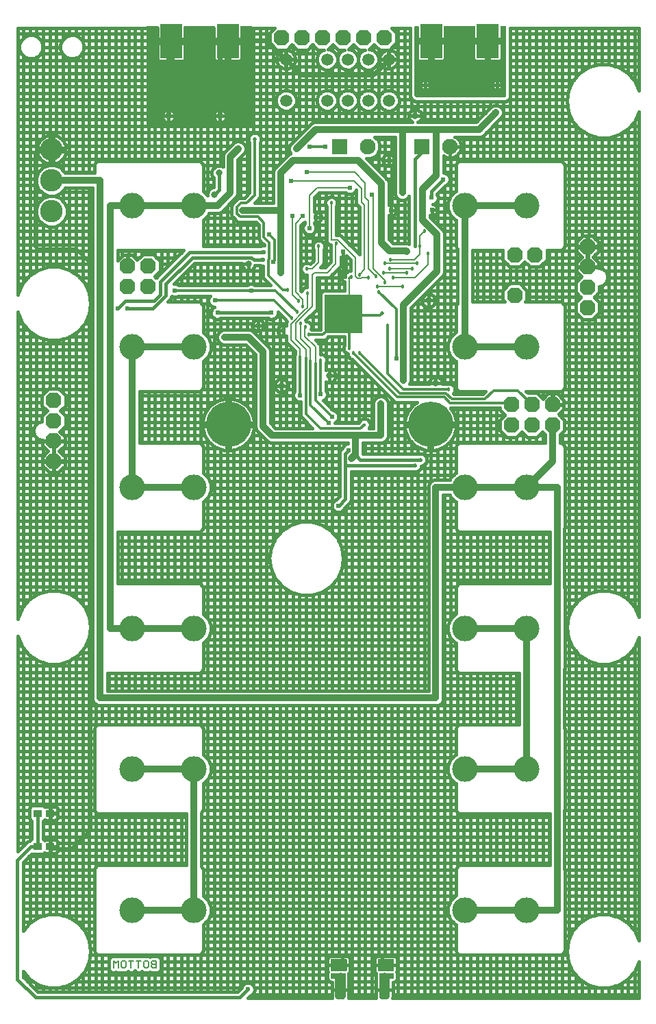
<source format=gbr>
G04 EAGLE Gerber RS-274X export*
G75*
%MOMM*%
%FSLAX34Y34*%
%LPD*%
%INBottom Copper*%
%IPPOS*%
%AMOC8*
5,1,8,0,0,1.08239X$1,22.5*%
G01*
%ADD10C,0.152400*%
%ADD11P,2.089446X8X112.500000*%
%ADD12P,2.089446X8X292.500000*%
%ADD13C,5.588000*%
%ADD14C,1.930400*%
%ADD15R,1.930400X1.930400*%
%ADD16R,1.000000X0.900000*%
%ADD17R,1.250009X1.250009*%
%ADD18R,1.016000X1.016000*%
%ADD19C,3.175000*%
%ADD20R,2.667000X4.191000*%
%ADD21C,1.500000*%
%ADD22P,2.089446X8X22.500000*%
%ADD23C,2.781300*%
%ADD24C,0.812800*%
%ADD25C,0.609600*%
%ADD26C,0.812800*%
%ADD27C,0.504000*%
%ADD28C,0.406400*%
%ADD29C,0.457200*%
%ADD30C,0.609600*%
%ADD31C,0.203200*%
%ADD32C,0.304800*%
%ADD33C,0.127000*%
%ADD34C,0.508000*%
%ADD35C,0.600000*%
%ADD36C,0.453200*%

G36*
X443818Y1216771D02*
X443818Y1216771D01*
X443836Y1216769D01*
X444018Y1216790D01*
X444201Y1216809D01*
X444218Y1216814D01*
X444235Y1216816D01*
X444410Y1216873D01*
X444586Y1216927D01*
X444601Y1216935D01*
X444618Y1216941D01*
X444778Y1217031D01*
X444940Y1217119D01*
X444953Y1217130D01*
X444969Y1217139D01*
X445108Y1217259D01*
X445249Y1217376D01*
X445260Y1217390D01*
X445274Y1217402D01*
X445386Y1217547D01*
X445501Y1217690D01*
X445509Y1217706D01*
X445520Y1217720D01*
X445602Y1217885D01*
X445687Y1218047D01*
X445692Y1218064D01*
X445700Y1218081D01*
X445747Y1218259D01*
X445798Y1218434D01*
X445800Y1218452D01*
X445804Y1218469D01*
X445831Y1218800D01*
X445831Y1340968D01*
X445829Y1340986D01*
X445831Y1341004D01*
X445810Y1341186D01*
X445791Y1341369D01*
X445786Y1341386D01*
X445784Y1341403D01*
X445727Y1341578D01*
X445673Y1341754D01*
X445665Y1341769D01*
X445659Y1341786D01*
X445569Y1341946D01*
X445481Y1342108D01*
X445470Y1342121D01*
X445461Y1342137D01*
X445341Y1342276D01*
X445224Y1342417D01*
X445210Y1342428D01*
X445198Y1342442D01*
X445053Y1342554D01*
X444910Y1342669D01*
X444894Y1342677D01*
X444880Y1342688D01*
X444715Y1342770D01*
X444553Y1342855D01*
X444536Y1342860D01*
X444520Y1342868D01*
X444341Y1342915D01*
X444166Y1342966D01*
X444148Y1342968D01*
X444131Y1342972D01*
X443800Y1342999D01*
X432613Y1342999D01*
X432595Y1342997D01*
X432577Y1342999D01*
X432395Y1342978D01*
X432212Y1342959D01*
X432195Y1342954D01*
X432178Y1342952D01*
X432003Y1342895D01*
X431827Y1342841D01*
X431812Y1342833D01*
X431795Y1342827D01*
X431635Y1342737D01*
X431473Y1342649D01*
X431460Y1342638D01*
X431444Y1342629D01*
X431305Y1342509D01*
X431164Y1342392D01*
X431153Y1342378D01*
X431139Y1342366D01*
X431027Y1342221D01*
X430912Y1342078D01*
X430904Y1342062D01*
X430893Y1342048D01*
X430811Y1341883D01*
X430726Y1341721D01*
X430721Y1341704D01*
X430713Y1341688D01*
X430666Y1341509D01*
X430615Y1341334D01*
X430613Y1341316D01*
X430609Y1341299D01*
X430582Y1340968D01*
X430582Y1327909D01*
X417278Y1327909D01*
X417260Y1327907D01*
X417243Y1327909D01*
X417060Y1327887D01*
X416877Y1327869D01*
X416860Y1327864D01*
X416843Y1327862D01*
X416668Y1327805D01*
X416493Y1327751D01*
X416477Y1327743D01*
X416460Y1327737D01*
X416300Y1327647D01*
X416139Y1327559D01*
X416125Y1327548D01*
X416109Y1327539D01*
X415970Y1327419D01*
X415829Y1327302D01*
X415818Y1327288D01*
X415805Y1327276D01*
X415692Y1327131D01*
X415577Y1326988D01*
X415569Y1326972D01*
X415558Y1326958D01*
X415476Y1326793D01*
X415391Y1326631D01*
X415387Y1326614D01*
X415379Y1326597D01*
X415331Y1326419D01*
X415280Y1326244D01*
X415279Y1326226D01*
X415274Y1326209D01*
X415247Y1325878D01*
X415247Y1323845D01*
X415245Y1323845D01*
X415245Y1325878D01*
X415243Y1325896D01*
X415245Y1325913D01*
X415223Y1326096D01*
X415205Y1326279D01*
X415200Y1326296D01*
X415198Y1326313D01*
X415141Y1326488D01*
X415087Y1326663D01*
X415079Y1326679D01*
X415073Y1326696D01*
X414983Y1326856D01*
X414895Y1327017D01*
X414884Y1327031D01*
X414875Y1327047D01*
X414755Y1327186D01*
X414638Y1327327D01*
X414624Y1327338D01*
X414612Y1327351D01*
X414467Y1327464D01*
X414324Y1327579D01*
X414308Y1327587D01*
X414294Y1327598D01*
X414129Y1327680D01*
X413967Y1327765D01*
X413949Y1327769D01*
X413933Y1327777D01*
X413755Y1327825D01*
X413580Y1327876D01*
X413562Y1327877D01*
X413545Y1327882D01*
X413214Y1327909D01*
X399910Y1327909D01*
X399910Y1340968D01*
X399908Y1340986D01*
X399910Y1341004D01*
X399889Y1341186D01*
X399870Y1341369D01*
X399865Y1341386D01*
X399863Y1341403D01*
X399806Y1341578D01*
X399752Y1341754D01*
X399744Y1341769D01*
X399738Y1341786D01*
X399648Y1341946D01*
X399560Y1342108D01*
X399549Y1342121D01*
X399540Y1342137D01*
X399420Y1342276D01*
X399303Y1342417D01*
X399289Y1342428D01*
X399277Y1342442D01*
X399132Y1342554D01*
X398989Y1342669D01*
X398973Y1342677D01*
X398959Y1342688D01*
X398794Y1342770D01*
X398632Y1342855D01*
X398615Y1342860D01*
X398599Y1342868D01*
X398420Y1342915D01*
X398245Y1342966D01*
X398227Y1342968D01*
X398210Y1342972D01*
X397879Y1342999D01*
X362721Y1342999D01*
X362703Y1342997D01*
X362685Y1342999D01*
X362503Y1342978D01*
X362320Y1342959D01*
X362303Y1342954D01*
X362286Y1342952D01*
X362111Y1342895D01*
X361935Y1342841D01*
X361920Y1342833D01*
X361903Y1342827D01*
X361743Y1342737D01*
X361581Y1342649D01*
X361568Y1342638D01*
X361552Y1342629D01*
X361413Y1342509D01*
X361272Y1342392D01*
X361261Y1342378D01*
X361247Y1342366D01*
X361135Y1342221D01*
X361020Y1342078D01*
X361012Y1342062D01*
X361001Y1342048D01*
X360919Y1341883D01*
X360834Y1341721D01*
X360829Y1341704D01*
X360821Y1341688D01*
X360774Y1341509D01*
X360723Y1341334D01*
X360721Y1341316D01*
X360717Y1341299D01*
X360690Y1340968D01*
X360690Y1327909D01*
X347386Y1327909D01*
X347368Y1327907D01*
X347351Y1327909D01*
X347168Y1327887D01*
X346985Y1327869D01*
X346968Y1327864D01*
X346951Y1327862D01*
X346776Y1327805D01*
X346601Y1327751D01*
X346585Y1327743D01*
X346568Y1327737D01*
X346408Y1327647D01*
X346247Y1327559D01*
X346233Y1327548D01*
X346217Y1327539D01*
X346078Y1327419D01*
X345937Y1327302D01*
X345926Y1327288D01*
X345913Y1327276D01*
X345800Y1327131D01*
X345685Y1326988D01*
X345677Y1326972D01*
X345666Y1326958D01*
X345584Y1326793D01*
X345499Y1326631D01*
X345495Y1326614D01*
X345487Y1326597D01*
X345439Y1326419D01*
X345388Y1326244D01*
X345387Y1326226D01*
X345382Y1326209D01*
X345355Y1325878D01*
X345355Y1323845D01*
X345353Y1323845D01*
X345353Y1325878D01*
X345351Y1325896D01*
X345353Y1325913D01*
X345331Y1326096D01*
X345313Y1326279D01*
X345308Y1326296D01*
X345306Y1326313D01*
X345249Y1326488D01*
X345195Y1326663D01*
X345187Y1326679D01*
X345181Y1326696D01*
X345091Y1326856D01*
X345003Y1327017D01*
X344992Y1327031D01*
X344983Y1327047D01*
X344863Y1327186D01*
X344746Y1327327D01*
X344732Y1327338D01*
X344720Y1327351D01*
X344575Y1327464D01*
X344432Y1327579D01*
X344416Y1327587D01*
X344402Y1327598D01*
X344237Y1327680D01*
X344075Y1327765D01*
X344057Y1327769D01*
X344041Y1327777D01*
X343863Y1327825D01*
X343688Y1327876D01*
X343670Y1327877D01*
X343653Y1327882D01*
X343322Y1327909D01*
X330018Y1327909D01*
X330018Y1340968D01*
X330016Y1340986D01*
X330018Y1341004D01*
X329997Y1341186D01*
X329978Y1341369D01*
X329973Y1341386D01*
X329971Y1341403D01*
X329914Y1341578D01*
X329860Y1341754D01*
X329852Y1341769D01*
X329846Y1341786D01*
X329756Y1341946D01*
X329668Y1342108D01*
X329657Y1342121D01*
X329648Y1342137D01*
X329528Y1342276D01*
X329411Y1342417D01*
X329397Y1342428D01*
X329385Y1342442D01*
X329240Y1342554D01*
X329097Y1342669D01*
X329081Y1342677D01*
X329067Y1342688D01*
X328902Y1342770D01*
X328740Y1342855D01*
X328723Y1342860D01*
X328707Y1342868D01*
X328528Y1342915D01*
X328353Y1342966D01*
X328335Y1342968D01*
X328318Y1342972D01*
X327987Y1342999D01*
X316800Y1342999D01*
X316782Y1342997D01*
X316764Y1342999D01*
X316582Y1342978D01*
X316399Y1342959D01*
X316382Y1342954D01*
X316365Y1342952D01*
X316190Y1342895D01*
X316014Y1342841D01*
X315999Y1342833D01*
X315982Y1342827D01*
X315822Y1342737D01*
X315660Y1342649D01*
X315647Y1342638D01*
X315631Y1342629D01*
X315492Y1342509D01*
X315351Y1342392D01*
X315340Y1342378D01*
X315327Y1342366D01*
X315214Y1342221D01*
X315099Y1342078D01*
X315091Y1342062D01*
X315080Y1342048D01*
X314998Y1341883D01*
X314913Y1341721D01*
X314908Y1341704D01*
X314900Y1341688D01*
X314853Y1341509D01*
X314802Y1341334D01*
X314800Y1341316D01*
X314796Y1341299D01*
X314769Y1340968D01*
X314769Y1218800D01*
X314771Y1218782D01*
X314769Y1218764D01*
X314790Y1218582D01*
X314809Y1218399D01*
X314814Y1218382D01*
X314816Y1218365D01*
X314873Y1218190D01*
X314927Y1218014D01*
X314935Y1217999D01*
X314941Y1217982D01*
X315031Y1217822D01*
X315119Y1217660D01*
X315130Y1217647D01*
X315139Y1217631D01*
X315259Y1217492D01*
X315376Y1217351D01*
X315390Y1217340D01*
X315402Y1217327D01*
X315547Y1217214D01*
X315690Y1217099D01*
X315706Y1217091D01*
X315720Y1217080D01*
X315885Y1216998D01*
X316047Y1216913D01*
X316064Y1216908D01*
X316081Y1216900D01*
X316259Y1216853D01*
X316434Y1216802D01*
X316452Y1216800D01*
X316469Y1216796D01*
X316800Y1216769D01*
X443800Y1216769D01*
X443818Y1216771D01*
G37*
G36*
X757508Y1254871D02*
X757508Y1254871D01*
X757526Y1254869D01*
X757708Y1254890D01*
X757891Y1254909D01*
X757908Y1254914D01*
X757925Y1254916D01*
X758100Y1254973D01*
X758276Y1255027D01*
X758291Y1255035D01*
X758308Y1255041D01*
X758468Y1255131D01*
X758630Y1255219D01*
X758643Y1255230D01*
X758659Y1255239D01*
X758798Y1255359D01*
X758939Y1255476D01*
X758950Y1255490D01*
X758964Y1255502D01*
X759076Y1255647D01*
X759191Y1255790D01*
X759199Y1255806D01*
X759210Y1255820D01*
X759292Y1255985D01*
X759377Y1256147D01*
X759382Y1256164D01*
X759390Y1256181D01*
X759437Y1256359D01*
X759488Y1256534D01*
X759490Y1256552D01*
X759494Y1256569D01*
X759521Y1256900D01*
X759521Y1340968D01*
X759519Y1340986D01*
X759521Y1341004D01*
X759500Y1341186D01*
X759481Y1341369D01*
X759476Y1341386D01*
X759474Y1341403D01*
X759417Y1341578D01*
X759363Y1341754D01*
X759355Y1341769D01*
X759349Y1341786D01*
X759259Y1341946D01*
X759171Y1342108D01*
X759160Y1342121D01*
X759151Y1342137D01*
X759031Y1342276D01*
X758914Y1342417D01*
X758900Y1342428D01*
X758888Y1342442D01*
X758743Y1342554D01*
X758600Y1342669D01*
X758584Y1342677D01*
X758570Y1342688D01*
X758405Y1342770D01*
X758243Y1342855D01*
X758226Y1342860D01*
X758210Y1342868D01*
X758031Y1342915D01*
X757856Y1342966D01*
X757838Y1342968D01*
X757821Y1342972D01*
X757490Y1342999D01*
X754177Y1342999D01*
X754159Y1342997D01*
X754141Y1342999D01*
X753959Y1342978D01*
X753776Y1342959D01*
X753759Y1342954D01*
X753742Y1342952D01*
X753567Y1342895D01*
X753391Y1342841D01*
X753376Y1342833D01*
X753359Y1342827D01*
X753199Y1342737D01*
X753037Y1342649D01*
X753024Y1342638D01*
X753008Y1342629D01*
X752869Y1342509D01*
X752728Y1342392D01*
X752717Y1342378D01*
X752703Y1342366D01*
X752591Y1342221D01*
X752476Y1342078D01*
X752468Y1342062D01*
X752457Y1342048D01*
X752375Y1341883D01*
X752290Y1341721D01*
X752285Y1341704D01*
X752277Y1341688D01*
X752230Y1341509D01*
X752179Y1341334D01*
X752177Y1341316D01*
X752173Y1341299D01*
X752146Y1340968D01*
X752146Y1327909D01*
X738842Y1327909D01*
X738824Y1327907D01*
X738807Y1327909D01*
X738624Y1327887D01*
X738441Y1327869D01*
X738424Y1327864D01*
X738407Y1327862D01*
X738232Y1327805D01*
X738057Y1327751D01*
X738041Y1327743D01*
X738024Y1327737D01*
X737864Y1327647D01*
X737703Y1327559D01*
X737689Y1327548D01*
X737673Y1327539D01*
X737534Y1327419D01*
X737393Y1327302D01*
X737382Y1327288D01*
X737369Y1327276D01*
X737256Y1327131D01*
X737141Y1326988D01*
X737133Y1326972D01*
X737122Y1326958D01*
X737040Y1326793D01*
X736955Y1326631D01*
X736951Y1326614D01*
X736943Y1326597D01*
X736895Y1326419D01*
X736844Y1326244D01*
X736843Y1326226D01*
X736838Y1326209D01*
X736811Y1325878D01*
X736811Y1323845D01*
X736809Y1323845D01*
X736809Y1325878D01*
X736807Y1325896D01*
X736809Y1325913D01*
X736787Y1326096D01*
X736769Y1326279D01*
X736764Y1326296D01*
X736762Y1326313D01*
X736705Y1326488D01*
X736651Y1326663D01*
X736643Y1326679D01*
X736637Y1326696D01*
X736547Y1326856D01*
X736459Y1327017D01*
X736448Y1327031D01*
X736439Y1327047D01*
X736319Y1327186D01*
X736202Y1327327D01*
X736188Y1327338D01*
X736176Y1327351D01*
X736031Y1327464D01*
X735888Y1327579D01*
X735872Y1327587D01*
X735858Y1327598D01*
X735693Y1327680D01*
X735531Y1327765D01*
X735513Y1327769D01*
X735497Y1327777D01*
X735319Y1327825D01*
X735144Y1327876D01*
X735126Y1327877D01*
X735109Y1327882D01*
X734778Y1327909D01*
X721474Y1327909D01*
X721474Y1340968D01*
X721472Y1340986D01*
X721474Y1341004D01*
X721453Y1341186D01*
X721434Y1341369D01*
X721429Y1341386D01*
X721427Y1341403D01*
X721370Y1341578D01*
X721316Y1341754D01*
X721308Y1341769D01*
X721302Y1341786D01*
X721212Y1341946D01*
X721124Y1342108D01*
X721113Y1342121D01*
X721104Y1342137D01*
X720984Y1342276D01*
X720867Y1342417D01*
X720853Y1342428D01*
X720841Y1342442D01*
X720696Y1342554D01*
X720553Y1342669D01*
X720537Y1342677D01*
X720523Y1342688D01*
X720358Y1342770D01*
X720196Y1342855D01*
X720179Y1342860D01*
X720163Y1342868D01*
X719984Y1342915D01*
X719809Y1342966D01*
X719791Y1342968D01*
X719774Y1342972D01*
X719443Y1342999D01*
X684285Y1342999D01*
X684267Y1342997D01*
X684249Y1342999D01*
X684067Y1342978D01*
X683884Y1342959D01*
X683867Y1342954D01*
X683850Y1342952D01*
X683675Y1342895D01*
X683499Y1342841D01*
X683484Y1342833D01*
X683467Y1342827D01*
X683307Y1342737D01*
X683145Y1342649D01*
X683132Y1342638D01*
X683116Y1342629D01*
X682977Y1342509D01*
X682836Y1342392D01*
X682825Y1342378D01*
X682811Y1342366D01*
X682699Y1342221D01*
X682584Y1342078D01*
X682576Y1342062D01*
X682565Y1342048D01*
X682483Y1341883D01*
X682398Y1341721D01*
X682393Y1341704D01*
X682385Y1341688D01*
X682338Y1341509D01*
X682287Y1341334D01*
X682285Y1341316D01*
X682281Y1341299D01*
X682254Y1340968D01*
X682254Y1327909D01*
X668950Y1327909D01*
X668932Y1327907D01*
X668915Y1327909D01*
X668732Y1327887D01*
X668549Y1327869D01*
X668532Y1327864D01*
X668515Y1327862D01*
X668340Y1327805D01*
X668165Y1327751D01*
X668149Y1327743D01*
X668132Y1327737D01*
X667972Y1327647D01*
X667811Y1327559D01*
X667797Y1327548D01*
X667781Y1327539D01*
X667642Y1327419D01*
X667501Y1327302D01*
X667490Y1327288D01*
X667477Y1327276D01*
X667364Y1327131D01*
X667249Y1326988D01*
X667241Y1326972D01*
X667230Y1326958D01*
X667148Y1326793D01*
X667063Y1326631D01*
X667059Y1326614D01*
X667051Y1326597D01*
X667003Y1326419D01*
X666952Y1326244D01*
X666951Y1326226D01*
X666946Y1326209D01*
X666919Y1325878D01*
X666919Y1323845D01*
X666917Y1323845D01*
X666917Y1325878D01*
X666915Y1325896D01*
X666917Y1325913D01*
X666895Y1326096D01*
X666877Y1326279D01*
X666872Y1326296D01*
X666870Y1326313D01*
X666813Y1326488D01*
X666759Y1326663D01*
X666751Y1326679D01*
X666745Y1326696D01*
X666655Y1326856D01*
X666567Y1327017D01*
X666556Y1327031D01*
X666547Y1327047D01*
X666427Y1327186D01*
X666310Y1327327D01*
X666296Y1327338D01*
X666284Y1327351D01*
X666139Y1327464D01*
X665996Y1327579D01*
X665980Y1327587D01*
X665966Y1327598D01*
X665801Y1327680D01*
X665639Y1327765D01*
X665621Y1327769D01*
X665605Y1327777D01*
X665427Y1327825D01*
X665252Y1327876D01*
X665234Y1327877D01*
X665217Y1327882D01*
X664886Y1327909D01*
X651582Y1327909D01*
X651582Y1340968D01*
X651580Y1340986D01*
X651582Y1341004D01*
X651561Y1341186D01*
X651542Y1341369D01*
X651537Y1341386D01*
X651535Y1341403D01*
X651478Y1341578D01*
X651424Y1341754D01*
X651416Y1341769D01*
X651410Y1341786D01*
X651320Y1341946D01*
X651232Y1342108D01*
X651221Y1342121D01*
X651212Y1342137D01*
X651092Y1342276D01*
X650975Y1342417D01*
X650961Y1342428D01*
X650949Y1342442D01*
X650804Y1342554D01*
X650661Y1342669D01*
X650645Y1342677D01*
X650631Y1342688D01*
X650466Y1342770D01*
X650304Y1342855D01*
X650287Y1342860D01*
X650271Y1342868D01*
X650092Y1342915D01*
X649917Y1342966D01*
X649899Y1342968D01*
X649882Y1342972D01*
X649551Y1342999D01*
X648270Y1342999D01*
X648252Y1342997D01*
X648234Y1342999D01*
X648052Y1342978D01*
X647869Y1342959D01*
X647852Y1342954D01*
X647835Y1342952D01*
X647660Y1342895D01*
X647484Y1342841D01*
X647469Y1342833D01*
X647452Y1342827D01*
X647292Y1342737D01*
X647130Y1342649D01*
X647117Y1342638D01*
X647101Y1342629D01*
X646962Y1342509D01*
X646821Y1342392D01*
X646810Y1342378D01*
X646797Y1342366D01*
X646684Y1342221D01*
X646569Y1342078D01*
X646561Y1342062D01*
X646550Y1342048D01*
X646468Y1341883D01*
X646383Y1341721D01*
X646378Y1341704D01*
X646370Y1341688D01*
X646323Y1341509D01*
X646272Y1341334D01*
X646270Y1341316D01*
X646266Y1341299D01*
X646239Y1340968D01*
X646239Y1256900D01*
X646241Y1256882D01*
X646239Y1256864D01*
X646260Y1256682D01*
X646279Y1256499D01*
X646284Y1256482D01*
X646286Y1256465D01*
X646343Y1256290D01*
X646397Y1256114D01*
X646405Y1256099D01*
X646411Y1256082D01*
X646501Y1255922D01*
X646589Y1255760D01*
X646600Y1255747D01*
X646609Y1255731D01*
X646729Y1255592D01*
X646846Y1255451D01*
X646860Y1255440D01*
X646872Y1255427D01*
X647017Y1255314D01*
X647160Y1255199D01*
X647176Y1255191D01*
X647190Y1255180D01*
X647355Y1255098D01*
X647517Y1255013D01*
X647534Y1255008D01*
X647551Y1255000D01*
X647729Y1254953D01*
X647904Y1254902D01*
X647922Y1254900D01*
X647939Y1254896D01*
X648270Y1254869D01*
X757490Y1254869D01*
X757508Y1254871D01*
G37*
G36*
X580390Y963860D02*
X580390Y963860D01*
X580456Y963862D01*
X580499Y963880D01*
X580546Y963888D01*
X580603Y963921D01*
X580663Y963946D01*
X580698Y963978D01*
X580739Y964002D01*
X580781Y964053D01*
X580829Y964098D01*
X580851Y964140D01*
X580880Y964176D01*
X580901Y964239D01*
X580932Y964297D01*
X580940Y964352D01*
X580952Y964389D01*
X580951Y964428D01*
X580959Y964483D01*
X580959Y1010203D01*
X580948Y1010267D01*
X580946Y1010333D01*
X580928Y1010377D01*
X580920Y1010423D01*
X580886Y1010480D01*
X580861Y1010541D01*
X580830Y1010576D01*
X580805Y1010617D01*
X580754Y1010658D01*
X580710Y1010707D01*
X580668Y1010728D01*
X580631Y1010758D01*
X580569Y1010779D01*
X580510Y1010809D01*
X580456Y1010817D01*
X580419Y1010830D01*
X580379Y1010829D01*
X580325Y1010837D01*
X535875Y1010837D01*
X535810Y1010825D01*
X535744Y1010823D01*
X535701Y1010805D01*
X535654Y1010797D01*
X535597Y1010764D01*
X535537Y1010739D01*
X535502Y1010707D01*
X535461Y1010683D01*
X535420Y1010632D01*
X535371Y1010587D01*
X535349Y1010545D01*
X535320Y1010509D01*
X535299Y1010447D01*
X535268Y1010388D01*
X535260Y1010333D01*
X535248Y1010296D01*
X535249Y1010257D01*
X535241Y1010203D01*
X535241Y964483D01*
X535252Y964418D01*
X535254Y964352D01*
X535272Y964308D01*
X535280Y964262D01*
X535314Y964205D01*
X535339Y964144D01*
X535370Y964109D01*
X535395Y964068D01*
X535446Y964027D01*
X535490Y963978D01*
X535532Y963957D01*
X535569Y963927D01*
X535631Y963906D01*
X535690Y963876D01*
X535744Y963868D01*
X535781Y963855D01*
X535821Y963856D01*
X535875Y963848D01*
X580325Y963848D01*
X580390Y963860D01*
G37*
G36*
X611353Y140360D02*
X611353Y140360D01*
X611401Y140359D01*
X612148Y140458D01*
X612196Y140473D01*
X612286Y140492D01*
X612993Y140754D01*
X613036Y140780D01*
X613119Y140818D01*
X613750Y141231D01*
X613787Y141266D01*
X613859Y141322D01*
X614382Y141865D01*
X614410Y141907D01*
X614469Y141978D01*
X614858Y142623D01*
X614876Y142670D01*
X614917Y142752D01*
X615152Y143468D01*
X615159Y143518D01*
X615181Y143607D01*
X615252Y144358D01*
X615249Y144384D01*
X615254Y144417D01*
X615254Y165881D01*
X619954Y165881D01*
X620019Y165892D01*
X620085Y165894D01*
X620128Y165912D01*
X620175Y165920D01*
X620232Y165954D01*
X620292Y165979D01*
X620327Y166010D01*
X620368Y166035D01*
X620410Y166086D01*
X620458Y166130D01*
X620480Y166172D01*
X620509Y166209D01*
X620530Y166271D01*
X620561Y166330D01*
X620569Y166384D01*
X620581Y166421D01*
X620580Y166461D01*
X620588Y166515D01*
X620588Y172167D01*
X620577Y172231D01*
X620575Y172297D01*
X620557Y172341D01*
X620549Y172387D01*
X620515Y172444D01*
X620490Y172505D01*
X620459Y172540D01*
X620434Y172581D01*
X620383Y172622D01*
X620339Y172671D01*
X620297Y172692D01*
X620260Y172722D01*
X620198Y172743D01*
X620139Y172773D01*
X620085Y172781D01*
X620048Y172794D01*
X620008Y172793D01*
X619954Y172801D01*
X602936Y172801D01*
X602871Y172789D01*
X602805Y172787D01*
X602762Y172769D01*
X602715Y172761D01*
X602658Y172728D01*
X602598Y172703D01*
X602563Y172671D01*
X602522Y172647D01*
X602481Y172596D01*
X602432Y172551D01*
X602410Y172509D01*
X602381Y172473D01*
X602360Y172411D01*
X602329Y172352D01*
X602321Y172297D01*
X602309Y172260D01*
X602310Y172221D01*
X602302Y172167D01*
X602302Y144036D01*
X602310Y143990D01*
X602313Y143917D01*
X602452Y143188D01*
X602471Y143141D01*
X602495Y143053D01*
X602792Y142374D01*
X602820Y142332D01*
X602864Y142251D01*
X603305Y141655D01*
X603342Y141620D01*
X603402Y141551D01*
X603965Y141068D01*
X604009Y141043D01*
X604083Y140989D01*
X604739Y140643D01*
X604787Y140628D01*
X604871Y140592D01*
X605588Y140401D01*
X605638Y140397D01*
X605728Y140380D01*
X606470Y140354D01*
X606480Y140356D01*
X606492Y140354D01*
X611318Y140354D01*
X611353Y140360D01*
G37*
G36*
X556718Y140356D02*
X556718Y140356D01*
X556730Y140354D01*
X557472Y140380D01*
X557521Y140391D01*
X557612Y140401D01*
X558329Y140592D01*
X558375Y140613D01*
X558461Y140643D01*
X559117Y140989D01*
X559157Y141020D01*
X559235Y141068D01*
X559320Y141142D01*
X559321Y141142D01*
X559798Y141551D01*
X559830Y141590D01*
X559895Y141655D01*
X560336Y142251D01*
X560359Y142296D01*
X560408Y142374D01*
X560706Y143053D01*
X560717Y143102D01*
X560748Y143188D01*
X560887Y143917D01*
X560888Y143964D01*
X560898Y144036D01*
X560898Y172167D01*
X560887Y172231D01*
X560885Y172297D01*
X560867Y172341D01*
X560859Y172387D01*
X560825Y172444D01*
X560800Y172505D01*
X560769Y172540D01*
X560744Y172581D01*
X560693Y172622D01*
X560649Y172671D01*
X560607Y172692D01*
X560570Y172722D01*
X560508Y172743D01*
X560449Y172773D01*
X560395Y172781D01*
X560358Y172794D01*
X560318Y172793D01*
X560264Y172801D01*
X543246Y172801D01*
X543181Y172789D01*
X543115Y172787D01*
X543072Y172769D01*
X543025Y172761D01*
X542968Y172728D01*
X542908Y172703D01*
X542873Y172671D01*
X542832Y172647D01*
X542791Y172596D01*
X542742Y172551D01*
X542720Y172509D01*
X542691Y172473D01*
X542670Y172411D01*
X542639Y172352D01*
X542631Y172297D01*
X542619Y172260D01*
X542620Y172221D01*
X542612Y172167D01*
X542612Y166515D01*
X542623Y166450D01*
X542625Y166384D01*
X542643Y166341D01*
X542651Y166294D01*
X542685Y166237D01*
X542710Y166177D01*
X542741Y166142D01*
X542766Y166101D01*
X542817Y166060D01*
X542861Y166011D01*
X542903Y165989D01*
X542940Y165960D01*
X543002Y165939D01*
X543061Y165908D01*
X543115Y165900D01*
X543152Y165888D01*
X543192Y165889D01*
X543246Y165881D01*
X547946Y165881D01*
X547946Y144417D01*
X547950Y144391D01*
X547949Y144358D01*
X548019Y143607D01*
X548032Y143559D01*
X548048Y143468D01*
X548283Y142752D01*
X548307Y142708D01*
X548342Y142623D01*
X548731Y141978D01*
X548765Y141939D01*
X548818Y141865D01*
X549341Y141322D01*
X549382Y141292D01*
X549450Y141231D01*
X550081Y140818D01*
X550127Y140799D01*
X550207Y140754D01*
X550914Y140492D01*
X550964Y140483D01*
X551052Y140458D01*
X551799Y140359D01*
X551835Y140361D01*
X551882Y140354D01*
X556708Y140354D01*
X556718Y140356D01*
G37*
G36*
X620093Y175427D02*
X620093Y175427D01*
X620159Y175429D01*
X620203Y175447D01*
X620249Y175455D01*
X620306Y175489D01*
X620367Y175514D01*
X620402Y175545D01*
X620443Y175570D01*
X620484Y175621D01*
X620533Y175665D01*
X620554Y175707D01*
X620584Y175744D01*
X620605Y175806D01*
X620635Y175865D01*
X620643Y175919D01*
X620656Y175956D01*
X620655Y175996D01*
X620663Y176050D01*
X620663Y189380D01*
X620651Y189445D01*
X620649Y189511D01*
X620631Y189554D01*
X620623Y189601D01*
X620590Y189658D01*
X620565Y189718D01*
X620533Y189753D01*
X620509Y189794D01*
X620458Y189836D01*
X620413Y189884D01*
X620371Y189906D01*
X620335Y189935D01*
X620273Y189956D01*
X620214Y189987D01*
X620159Y189995D01*
X620122Y190007D01*
X620083Y190006D01*
X620029Y190014D01*
X601235Y190014D01*
X601170Y190003D01*
X601104Y190001D01*
X601061Y189983D01*
X601014Y189975D01*
X600957Y189941D01*
X600897Y189916D01*
X600862Y189885D01*
X600821Y189860D01*
X600779Y189809D01*
X600731Y189765D01*
X600709Y189723D01*
X600680Y189686D01*
X600659Y189624D01*
X600628Y189565D01*
X600620Y189511D01*
X600608Y189474D01*
X600608Y189464D01*
X600608Y189463D01*
X600609Y189433D01*
X600601Y189380D01*
X600601Y176050D01*
X600612Y175985D01*
X600614Y175919D01*
X600632Y175876D01*
X600640Y175829D01*
X600674Y175772D01*
X600699Y175712D01*
X600730Y175677D01*
X600755Y175636D01*
X600806Y175595D01*
X600850Y175546D01*
X600892Y175524D01*
X600929Y175495D01*
X600991Y175474D01*
X601050Y175443D01*
X601104Y175435D01*
X601141Y175423D01*
X601181Y175424D01*
X601235Y175416D01*
X620029Y175416D01*
X620093Y175427D01*
G37*
G36*
X562030Y175412D02*
X562030Y175412D01*
X562096Y175414D01*
X562139Y175432D01*
X562186Y175440D01*
X562243Y175474D01*
X562304Y175499D01*
X562338Y175530D01*
X562379Y175555D01*
X562421Y175606D01*
X562469Y175650D01*
X562491Y175692D01*
X562520Y175729D01*
X562542Y175791D01*
X562572Y175850D01*
X562580Y175904D01*
X562592Y175941D01*
X562591Y175981D01*
X562599Y176035D01*
X562599Y189365D01*
X562588Y189430D01*
X562586Y189496D01*
X562568Y189539D01*
X562560Y189586D01*
X562526Y189643D01*
X562501Y189703D01*
X562470Y189738D01*
X562446Y189779D01*
X562394Y189821D01*
X562350Y189869D01*
X562308Y189891D01*
X562271Y189920D01*
X562209Y189941D01*
X562150Y189972D01*
X562096Y189980D01*
X562059Y189992D01*
X562019Y189991D01*
X561965Y189999D01*
X543235Y189999D01*
X543170Y189988D01*
X543104Y189986D01*
X543061Y189968D01*
X543014Y189960D01*
X542957Y189926D01*
X542897Y189901D01*
X542862Y189870D01*
X542821Y189845D01*
X542780Y189794D01*
X542731Y189750D01*
X542709Y189708D01*
X542680Y189671D01*
X542659Y189609D01*
X542628Y189550D01*
X542620Y189496D01*
X542608Y189459D01*
X542608Y189449D01*
X542608Y189448D01*
X542609Y189418D01*
X542601Y189365D01*
X542601Y176035D01*
X542612Y175970D01*
X542614Y175904D01*
X542632Y175861D01*
X542640Y175814D01*
X542674Y175757D01*
X542699Y175697D01*
X542730Y175662D01*
X542755Y175621D01*
X542806Y175580D01*
X542850Y175531D01*
X542892Y175509D01*
X542929Y175480D01*
X542991Y175459D01*
X543050Y175428D01*
X543104Y175420D01*
X543141Y175408D01*
X543181Y175409D01*
X543235Y175401D01*
X561965Y175401D01*
X562030Y175412D01*
G37*
%LPC*%
G36*
X419309Y1300890D02*
X419309Y1300890D01*
X419309Y1319783D01*
X430582Y1319783D01*
X430582Y1302628D01*
X430445Y1302119D01*
X430182Y1301662D01*
X429810Y1301290D01*
X429353Y1301027D01*
X428844Y1300890D01*
X419309Y1300890D01*
G37*
%LPD*%
%LPC*%
G36*
X670981Y1300890D02*
X670981Y1300890D01*
X670981Y1319783D01*
X682254Y1319783D01*
X682254Y1302628D01*
X682117Y1302119D01*
X681854Y1301662D01*
X681482Y1301290D01*
X681025Y1301027D01*
X680516Y1300890D01*
X670981Y1300890D01*
G37*
%LPD*%
%LPC*%
G36*
X740873Y1300890D02*
X740873Y1300890D01*
X740873Y1319783D01*
X752146Y1319783D01*
X752146Y1302628D01*
X752009Y1302119D01*
X751746Y1301662D01*
X751374Y1301290D01*
X750917Y1301027D01*
X750408Y1300890D01*
X740873Y1300890D01*
G37*
%LPD*%
%LPC*%
G36*
X349417Y1300890D02*
X349417Y1300890D01*
X349417Y1319783D01*
X360690Y1319783D01*
X360690Y1302628D01*
X360553Y1302119D01*
X360290Y1301662D01*
X359918Y1301290D01*
X359461Y1301027D01*
X358952Y1300890D01*
X349417Y1300890D01*
G37*
%LPD*%
%LPC*%
G36*
X331756Y1300890D02*
X331756Y1300890D01*
X331247Y1301027D01*
X330790Y1301290D01*
X330418Y1301662D01*
X330155Y1302119D01*
X330018Y1302628D01*
X330018Y1319783D01*
X341291Y1319783D01*
X341291Y1300890D01*
X331756Y1300890D01*
G37*
%LPD*%
%LPC*%
G36*
X653320Y1300890D02*
X653320Y1300890D01*
X652811Y1301027D01*
X652354Y1301290D01*
X651982Y1301662D01*
X651719Y1302119D01*
X651582Y1302628D01*
X651582Y1319783D01*
X662855Y1319783D01*
X662855Y1300890D01*
X653320Y1300890D01*
G37*
%LPD*%
%LPC*%
G36*
X723212Y1300890D02*
X723212Y1300890D01*
X722703Y1301027D01*
X722246Y1301290D01*
X721874Y1301662D01*
X721611Y1302119D01*
X721474Y1302628D01*
X721474Y1319783D01*
X732747Y1319783D01*
X732747Y1300890D01*
X723212Y1300890D01*
G37*
%LPD*%
%LPC*%
G36*
X401648Y1300890D02*
X401648Y1300890D01*
X401139Y1301027D01*
X400682Y1301290D01*
X400310Y1301662D01*
X400047Y1302119D01*
X399910Y1302628D01*
X399910Y1319783D01*
X411183Y1319783D01*
X411183Y1300890D01*
X401648Y1300890D01*
G37*
%LPD*%
%LPC*%
G36*
X344231Y1233531D02*
X344231Y1233531D01*
X344231Y1237223D01*
X345073Y1236875D01*
X346066Y1236211D01*
X346911Y1235366D01*
X347575Y1234373D01*
X347923Y1233531D01*
X344231Y1233531D01*
G37*
%LPD*%
%LPC*%
G36*
X407731Y1233531D02*
X407731Y1233531D01*
X407731Y1237223D01*
X408573Y1236875D01*
X409566Y1236211D01*
X410411Y1235366D01*
X411075Y1234373D01*
X411423Y1233531D01*
X407731Y1233531D01*
G37*
%LPD*%
%LPC*%
G36*
X336477Y1233531D02*
X336477Y1233531D01*
X336825Y1234373D01*
X337489Y1235366D01*
X338334Y1236211D01*
X339327Y1236875D01*
X340169Y1237223D01*
X340169Y1233531D01*
X336477Y1233531D01*
G37*
%LPD*%
%LPC*%
G36*
X399977Y1233531D02*
X399977Y1233531D01*
X400325Y1234373D01*
X400989Y1235366D01*
X401834Y1236211D01*
X402827Y1236875D01*
X403669Y1237223D01*
X403669Y1233531D01*
X399977Y1233531D01*
G37*
%LPD*%
%LPC*%
G36*
X407731Y1229469D02*
X407731Y1229469D01*
X411423Y1229469D01*
X411075Y1228627D01*
X410411Y1227634D01*
X409566Y1226789D01*
X408573Y1226125D01*
X407731Y1225777D01*
X407731Y1229469D01*
G37*
%LPD*%
%LPC*%
G36*
X344231Y1229469D02*
X344231Y1229469D01*
X347923Y1229469D01*
X347575Y1228627D01*
X346911Y1227634D01*
X346066Y1226789D01*
X345073Y1226125D01*
X344231Y1225777D01*
X344231Y1229469D01*
G37*
%LPD*%
%LPC*%
G36*
X402827Y1226125D02*
X402827Y1226125D01*
X401834Y1226789D01*
X400989Y1227634D01*
X400325Y1228627D01*
X399977Y1229469D01*
X403669Y1229469D01*
X403669Y1225777D01*
X402827Y1226125D01*
G37*
%LPD*%
%LPC*%
G36*
X339327Y1226125D02*
X339327Y1226125D01*
X338334Y1226789D01*
X337489Y1227634D01*
X336825Y1228627D01*
X336477Y1229469D01*
X340169Y1229469D01*
X340169Y1225777D01*
X339327Y1226125D01*
G37*
%LPD*%
%LPC*%
G36*
X750631Y1271631D02*
X750631Y1271631D01*
X750631Y1273652D01*
X750741Y1273606D01*
X751482Y1273111D01*
X752111Y1272482D01*
X752606Y1271741D01*
X752652Y1271631D01*
X750631Y1271631D01*
G37*
%LPD*%
%LPC*%
G36*
X661731Y1271631D02*
X661731Y1271631D01*
X661731Y1273652D01*
X661841Y1273606D01*
X662582Y1273111D01*
X663211Y1272482D01*
X663706Y1271741D01*
X663752Y1271631D01*
X661731Y1271631D01*
G37*
%LPD*%
%LPC*%
G36*
X744548Y1271631D02*
X744548Y1271631D01*
X744594Y1271741D01*
X745089Y1272482D01*
X745718Y1273111D01*
X746459Y1273606D01*
X746569Y1273652D01*
X746569Y1271631D01*
X744548Y1271631D01*
G37*
%LPD*%
%LPC*%
G36*
X655648Y1271631D02*
X655648Y1271631D01*
X655694Y1271741D01*
X656189Y1272482D01*
X656818Y1273111D01*
X657559Y1273606D01*
X657669Y1273652D01*
X657669Y1271631D01*
X655648Y1271631D01*
G37*
%LPD*%
%LPC*%
G36*
X661731Y1267569D02*
X661731Y1267569D01*
X663752Y1267569D01*
X663706Y1267459D01*
X663211Y1266718D01*
X662582Y1266089D01*
X661841Y1265594D01*
X661731Y1265548D01*
X661731Y1267569D01*
G37*
%LPD*%
%LPC*%
G36*
X750631Y1267569D02*
X750631Y1267569D01*
X752652Y1267569D01*
X752606Y1267459D01*
X752111Y1266718D01*
X751482Y1266089D01*
X750741Y1265594D01*
X750631Y1265548D01*
X750631Y1267569D01*
G37*
%LPD*%
%LPC*%
G36*
X746459Y1265594D02*
X746459Y1265594D01*
X745718Y1266089D01*
X745089Y1266718D01*
X744594Y1267459D01*
X744548Y1267569D01*
X746569Y1267569D01*
X746569Y1265548D01*
X746459Y1265594D01*
G37*
%LPD*%
%LPC*%
G36*
X657559Y1265594D02*
X657559Y1265594D01*
X656818Y1266089D01*
X656189Y1266718D01*
X655694Y1267459D01*
X655648Y1267569D01*
X657669Y1267569D01*
X657669Y1265548D01*
X657559Y1265594D01*
G37*
%LPD*%
D10*
X326516Y179432D02*
X326516Y188075D01*
X322194Y188075D01*
X320753Y186635D01*
X320753Y185194D01*
X322194Y183754D01*
X320753Y182313D01*
X320753Y180873D01*
X322194Y179432D01*
X326516Y179432D01*
X326516Y183754D02*
X322194Y183754D01*
X315720Y188075D02*
X312839Y188075D01*
X315720Y188075D02*
X317160Y186635D01*
X317160Y180873D01*
X315720Y179432D01*
X312839Y179432D01*
X311398Y180873D01*
X311398Y186635D01*
X312839Y188075D01*
X304924Y188075D02*
X304924Y179432D01*
X307805Y188075D02*
X302043Y188075D01*
X295569Y188075D02*
X295569Y179432D01*
X298450Y188075D02*
X292688Y188075D01*
X287654Y188075D02*
X284773Y188075D01*
X287654Y188075D02*
X289095Y186635D01*
X289095Y180873D01*
X287654Y179432D01*
X284773Y179432D01*
X283333Y180873D01*
X283333Y186635D01*
X284773Y188075D01*
X279740Y188075D02*
X279740Y179432D01*
X276858Y185194D02*
X279740Y188075D01*
X276858Y185194D02*
X273977Y188075D01*
X273977Y179432D01*
D11*
X316800Y1046080D03*
X291400Y1046080D03*
D12*
X291400Y1020680D03*
X316800Y1020680D03*
D11*
X766100Y874910D03*
X791500Y874910D03*
D13*
X416010Y850410D03*
X666000Y850410D03*
D14*
X588301Y1193720D03*
D15*
X553299Y1193720D03*
D14*
X689901Y1193720D03*
D15*
X654899Y1193720D03*
D12*
X860000Y1045000D03*
X795000Y1060000D03*
D11*
X860000Y1020000D03*
D12*
X770000Y1060000D03*
D11*
X860000Y995000D03*
X770000Y1010000D03*
D16*
X195850Y370100D03*
X179850Y370100D03*
X179850Y329100D03*
X195850Y329100D03*
D17*
X554244Y152189D03*
X608956Y152189D03*
D18*
X557343Y182873D03*
X605857Y182873D03*
D19*
X297120Y1120690D03*
X373320Y1120690D03*
X708600Y1120690D03*
X784800Y1120690D03*
X784800Y946700D03*
X708600Y946700D03*
X373320Y946700D03*
X297120Y946700D03*
X297120Y772710D03*
X373320Y772710D03*
X708600Y772710D03*
X784800Y772710D03*
D20*
X345354Y1323846D03*
X415246Y1323846D03*
X666918Y1323846D03*
X736810Y1323846D03*
D12*
X816900Y874910D03*
D11*
X766100Y849510D03*
D21*
X487300Y1250550D03*
X538100Y1250550D03*
X563500Y1250550D03*
X588900Y1250550D03*
X614300Y1250550D03*
X614300Y1301350D03*
X588900Y1301350D03*
X563500Y1301350D03*
X538100Y1301350D03*
X487300Y1301350D03*
D22*
X481900Y1328020D03*
X507300Y1328020D03*
X532700Y1328020D03*
X608900Y1328020D03*
X583500Y1328020D03*
X558100Y1328020D03*
D11*
X791500Y849510D03*
D22*
X816900Y849510D03*
D19*
X297120Y598720D03*
X373320Y598720D03*
X708600Y598720D03*
X784800Y598720D03*
X784800Y424730D03*
X708600Y424730D03*
X373320Y424730D03*
X297120Y424730D03*
X297120Y250740D03*
X373320Y250740D03*
X708600Y250740D03*
X784800Y250740D03*
D23*
X197500Y1190000D03*
X197500Y1151900D03*
X197500Y1113800D03*
D22*
X200000Y880000D03*
X200000Y830000D03*
X200000Y805000D03*
X200000Y855000D03*
X860000Y1070000D03*
D24*
X458723Y940670D02*
X441260Y958133D01*
X411415Y958133D01*
D25*
X411415Y958133D03*
X631125Y1136568D03*
D26*
X499998Y1191178D03*
D24*
X458723Y940670D02*
X458723Y848278D01*
X631125Y1213085D02*
X631443Y1213403D01*
X629855Y1214990D01*
X610488Y1214990D01*
X631125Y1213085D02*
X631125Y1136568D01*
X656208Y1141330D02*
X656208Y1102595D01*
X673988Y1084815D01*
D26*
X632395Y904956D03*
D24*
X656208Y1141330D02*
X672718Y1157840D01*
X673988Y1084815D02*
X673988Y1039730D01*
X632395Y998138D01*
D26*
X604455Y875927D03*
X604455Y836848D03*
D25*
X568260Y808590D03*
D24*
X470153Y836848D02*
X458723Y848278D01*
X470153Y836848D02*
X573023Y836848D01*
X604455Y836848D01*
X572812Y813142D02*
X568260Y808590D01*
X572812Y813142D02*
X572812Y821896D01*
X573023Y836848D01*
D27*
X610488Y1214990D03*
D24*
X629855Y1214990D02*
X672718Y1214990D01*
X672718Y1157840D01*
X672718Y1214990D02*
X726058Y1214990D01*
X746695Y1235628D01*
D27*
X746695Y1235628D03*
D24*
X610488Y1214990D02*
X523810Y1214990D01*
X499998Y1191178D01*
X604455Y875927D02*
X604455Y836848D01*
D27*
X653668Y807003D03*
D28*
X578952Y807003D01*
X572812Y813142D01*
D24*
X632395Y904956D02*
X632395Y998138D01*
D25*
X617155Y1114978D03*
X667955Y1115613D03*
D29*
X560640Y1033063D03*
D28*
X557465Y1036238D01*
X557465Y1064178D01*
D25*
X557465Y1064178D03*
D28*
X195850Y370100D02*
X195850Y329100D01*
X432847Y1048620D02*
X432847Y1049417D01*
X432847Y1048620D02*
X440942Y1048620D01*
X440942Y1048620D01*
X432847Y1048620D01*
X432847Y1047823D01*
X433158Y1046258D01*
X433768Y1044785D01*
X434654Y1043459D01*
X435782Y1042331D01*
X437108Y1041445D01*
X438581Y1040835D01*
X440145Y1040524D01*
X440942Y1040524D01*
X440942Y1048620D01*
X440943Y1048620D01*
X440943Y1040524D01*
X441740Y1040524D01*
X443304Y1040835D01*
X444777Y1041445D01*
X446103Y1042331D01*
X447231Y1043459D01*
X448117Y1044785D01*
X448727Y1046258D01*
X448872Y1046988D01*
X455161Y1046988D01*
X457498Y1046020D01*
X458679Y1046020D01*
X458679Y1033443D01*
X459684Y1031016D01*
X468079Y1022621D01*
X449008Y1022621D01*
X448722Y1022908D01*
X445734Y1024145D01*
X442501Y1024145D01*
X439513Y1022908D01*
X439227Y1022621D01*
X354711Y1022621D01*
X354424Y1022908D01*
X351437Y1024145D01*
X349038Y1024145D01*
X374509Y1049616D01*
X432886Y1049616D01*
X432847Y1049417D01*
X617155Y1114978D02*
X617155Y1122057D01*
X617155Y1114978D02*
X617155Y1114978D01*
X617155Y1122057D01*
X616458Y1122057D01*
X615090Y1121785D01*
X614234Y1121431D01*
X614234Y1149499D01*
X612842Y1152860D01*
X610270Y1155432D01*
X586714Y1178988D01*
X591231Y1178988D01*
X596646Y1181231D01*
X600790Y1185375D01*
X603033Y1190790D01*
X603033Y1196650D01*
X600790Y1202065D01*
X597009Y1205846D01*
X621981Y1205846D01*
X621981Y1134749D01*
X623373Y1131388D01*
X625945Y1128816D01*
X629306Y1127424D01*
X632944Y1127424D01*
X636305Y1128816D01*
X638877Y1131388D01*
X639253Y1132296D01*
X639253Y1073316D01*
X637706Y1073956D01*
X619355Y1073956D01*
X614234Y1079078D01*
X614234Y1108524D01*
X615090Y1108170D01*
X616458Y1107898D01*
X617155Y1107898D01*
X617155Y1114977D01*
X617155Y1114977D01*
X617155Y1107898D01*
X617852Y1107898D01*
X619220Y1108170D01*
X620509Y1108703D01*
X621668Y1109478D01*
X622654Y1110464D01*
X623429Y1111624D01*
X623963Y1112912D01*
X624235Y1114280D01*
X624235Y1114977D01*
X617155Y1114977D01*
X617155Y1114978D01*
X624235Y1114978D01*
X624235Y1115675D01*
X623963Y1117043D01*
X623429Y1118331D01*
X622654Y1119491D01*
X621668Y1120477D01*
X620509Y1121252D01*
X619220Y1121785D01*
X617852Y1122057D01*
X617155Y1122057D01*
X614298Y1176890D02*
X614298Y1183970D01*
X614298Y1176890D02*
X614297Y1176890D01*
X614297Y1183970D01*
X613600Y1183970D01*
X612232Y1183698D01*
X610944Y1183164D01*
X609784Y1182389D01*
X608798Y1181403D01*
X608023Y1180244D01*
X607490Y1178955D01*
X607218Y1177587D01*
X607218Y1176890D01*
X614297Y1176890D01*
X614297Y1176890D01*
X607218Y1176890D01*
X607218Y1176193D01*
X607490Y1174825D01*
X608023Y1173536D01*
X608798Y1172377D01*
X609784Y1171391D01*
X610944Y1170616D01*
X612232Y1170082D01*
X613600Y1169810D01*
X614297Y1169810D01*
X614297Y1176890D01*
X614298Y1176890D01*
X614298Y1169810D01*
X614995Y1169810D01*
X616363Y1170082D01*
X617651Y1170616D01*
X618811Y1171391D01*
X619797Y1172377D01*
X620572Y1173536D01*
X621105Y1174825D01*
X621377Y1176193D01*
X621377Y1176890D01*
X614298Y1176890D01*
X614298Y1176890D01*
X621377Y1176890D01*
X621377Y1177587D01*
X621105Y1178955D01*
X620572Y1180244D01*
X619797Y1181403D01*
X618811Y1182389D01*
X617651Y1183164D01*
X616363Y1183698D01*
X614995Y1183970D01*
X614298Y1183970D01*
X860508Y1058684D02*
X860508Y1045508D01*
X859492Y1045508D01*
X859492Y1069492D01*
X860508Y1069492D01*
X860508Y1058684D01*
X199492Y829492D02*
X199492Y816316D01*
X199492Y829492D02*
X200508Y829492D01*
X200508Y805508D01*
X199492Y805508D01*
X199492Y816316D01*
X554244Y152190D02*
X554244Y152190D01*
X554244Y171368D01*
X554244Y171368D01*
X554244Y152190D01*
X702257Y827955D02*
X704783Y827955D01*
X702257Y827955D02*
X699923Y826988D01*
X698137Y825202D01*
X697170Y822868D01*
X697170Y790657D01*
X696730Y790475D01*
X690835Y784580D01*
X689706Y781854D01*
X670681Y781854D01*
X667320Y780462D01*
X664748Y777890D01*
X663356Y774529D01*
X663356Y521644D01*
X266644Y521644D01*
X266644Y543475D01*
X379663Y543475D01*
X381997Y544442D01*
X383783Y546228D01*
X384750Y548562D01*
X384750Y580773D01*
X385190Y580955D01*
X391085Y586850D01*
X394275Y594552D01*
X394275Y602888D01*
X391085Y610590D01*
X385190Y616485D01*
X384750Y616667D01*
X384750Y648878D01*
X383783Y651212D01*
X381997Y652998D01*
X379663Y653965D01*
X279144Y653965D01*
X279144Y717465D01*
X379663Y717465D01*
X381997Y718432D01*
X383783Y720218D01*
X384750Y722552D01*
X384750Y754763D01*
X385190Y754945D01*
X391085Y760840D01*
X394275Y768542D01*
X394275Y776878D01*
X391085Y784580D01*
X385190Y790475D01*
X384750Y790657D01*
X384750Y822868D01*
X383783Y825202D01*
X381997Y826988D01*
X379663Y827955D01*
X306264Y827955D01*
X306264Y891455D01*
X379663Y891455D01*
X381997Y892422D01*
X383783Y894208D01*
X384750Y896542D01*
X384750Y928753D01*
X385190Y928935D01*
X391085Y934830D01*
X394275Y942532D01*
X394275Y950868D01*
X391085Y958570D01*
X385190Y964465D01*
X384750Y964647D01*
X384750Y996858D01*
X383783Y999192D01*
X381997Y1000978D01*
X379663Y1001945D01*
X340808Y1001945D01*
X344802Y1005939D01*
X345884Y1008553D01*
X345884Y1008850D01*
X348203Y1007890D01*
X351437Y1007890D01*
X354424Y1009127D01*
X354711Y1009414D01*
X393434Y1009414D01*
X392459Y1008439D01*
X391222Y1005452D01*
X391222Y1002218D01*
X392459Y999231D01*
X394746Y996944D01*
X397733Y995707D01*
X398413Y995707D01*
X397921Y995503D01*
X395634Y993217D01*
X394397Y990229D01*
X394397Y986996D01*
X395634Y984008D01*
X397921Y981722D01*
X400908Y980485D01*
X404142Y980485D01*
X406595Y981501D01*
X465130Y981501D01*
X467583Y980485D01*
X470817Y980485D01*
X473804Y981722D01*
X476091Y984008D01*
X477328Y986996D01*
X477328Y989560D01*
X486958Y979930D01*
X487720Y978090D01*
X488031Y977779D01*
X487234Y975855D01*
X487234Y972762D01*
X486188Y973195D01*
X484820Y973467D01*
X484123Y973467D01*
X484123Y966388D01*
X484122Y966388D01*
X484122Y973467D01*
X483425Y973467D01*
X482057Y973195D01*
X480769Y972662D01*
X479609Y971887D01*
X478623Y970901D01*
X477848Y969741D01*
X477315Y968453D01*
X477043Y967085D01*
X477043Y966388D01*
X484122Y966388D01*
X484122Y966387D01*
X477043Y966387D01*
X477043Y965690D01*
X477315Y964322D01*
X477848Y963034D01*
X478623Y961874D01*
X479609Y960888D01*
X480769Y960113D01*
X482057Y959580D01*
X483425Y959308D01*
X484122Y959308D01*
X484122Y966387D01*
X484123Y966387D01*
X484123Y959308D01*
X484820Y959308D01*
X486188Y959580D01*
X487234Y960013D01*
X487234Y953427D01*
X488162Y951187D01*
X489877Y949472D01*
X498347Y941002D01*
X498347Y937178D01*
X497839Y935951D01*
X497839Y891268D01*
X497552Y890982D01*
X496315Y887994D01*
X496315Y884761D01*
X497552Y881773D01*
X499838Y879487D01*
X502826Y878250D01*
X505141Y878250D01*
X505141Y862204D01*
X506146Y859777D01*
X519932Y845991D01*
X473940Y845991D01*
X467866Y852065D01*
X467866Y942489D01*
X466474Y945850D01*
X463902Y948422D01*
X463902Y948422D01*
X449012Y963312D01*
X446440Y965884D01*
X443079Y967276D01*
X409596Y967276D01*
X406235Y965884D01*
X403663Y963312D01*
X402271Y959951D01*
X402271Y956314D01*
X403663Y952953D01*
X406235Y950381D01*
X409596Y948989D01*
X437472Y948989D01*
X449579Y936882D01*
X449579Y846459D01*
X450971Y843098D01*
X462401Y831668D01*
X464973Y829096D01*
X468334Y827704D01*
X563749Y827704D01*
X563733Y826560D01*
X562833Y826560D01*
X559846Y825323D01*
X557559Y823037D01*
X556543Y820584D01*
X554611Y818651D01*
X553528Y816037D01*
X553528Y761371D01*
X550455Y758298D01*
X550451Y758298D01*
X547463Y757061D01*
X545177Y754774D01*
X543940Y751787D01*
X543940Y748553D01*
X545177Y745566D01*
X547463Y743279D01*
X550451Y742042D01*
X553684Y742042D01*
X556672Y743279D01*
X558958Y745566D01*
X559750Y747477D01*
X566669Y754396D01*
X567752Y757010D01*
X567752Y792588D01*
X644310Y792588D01*
X645488Y792100D01*
X648512Y792100D01*
X651305Y793257D01*
X653443Y795395D01*
X654600Y798188D01*
X654600Y799403D01*
X655179Y799403D01*
X657973Y800560D01*
X660110Y802697D01*
X661267Y805491D01*
X661267Y808514D01*
X660110Y811308D01*
X657973Y813445D01*
X655179Y814602D01*
X652156Y814602D01*
X650978Y814114D01*
X581956Y814114D01*
X581956Y821831D01*
X582039Y827704D01*
X606274Y827704D01*
X609635Y829096D01*
X612207Y831668D01*
X613599Y835029D01*
X613599Y877746D01*
X612207Y881106D01*
X609635Y883679D01*
X606274Y885071D01*
X602636Y885071D01*
X599275Y883679D01*
X596703Y881106D01*
X595311Y877746D01*
X595311Y845991D01*
X590333Y845991D01*
X590363Y846021D01*
X591481Y848721D01*
X591481Y851644D01*
X590363Y854344D01*
X588296Y856410D01*
X585596Y857528D01*
X582674Y857528D01*
X579974Y856410D01*
X577907Y854344D01*
X577165Y852552D01*
X576637Y852024D01*
X547813Y852024D01*
X547813Y852753D01*
X548734Y853134D01*
X551021Y855421D01*
X552258Y858408D01*
X552258Y861642D01*
X551021Y864629D01*
X548734Y866916D01*
X545747Y868153D01*
X545341Y868153D01*
X533331Y880163D01*
X534764Y880757D01*
X537051Y883043D01*
X538288Y886031D01*
X538288Y889264D01*
X537051Y892252D01*
X536764Y892538D01*
X536764Y903359D01*
X536803Y903333D01*
X538276Y902723D01*
X539840Y902412D01*
X540637Y902412D01*
X540637Y910507D01*
X540638Y910507D01*
X540638Y902412D01*
X541435Y902412D01*
X542999Y902723D01*
X544472Y903333D01*
X545798Y904219D01*
X546926Y905347D01*
X547812Y906673D01*
X548422Y908146D01*
X548733Y909710D01*
X548733Y910507D01*
X540638Y910507D01*
X540638Y910508D01*
X548733Y910508D01*
X548733Y911305D01*
X548422Y912869D01*
X547812Y914342D01*
X546926Y915668D01*
X545798Y916796D01*
X544472Y917682D01*
X542999Y918292D01*
X541435Y918603D01*
X540638Y918603D01*
X540638Y910508D01*
X540637Y910508D01*
X540637Y918603D01*
X539840Y918603D01*
X538276Y918292D01*
X536803Y917682D01*
X536764Y917656D01*
X536764Y926253D01*
X537526Y928092D01*
X537526Y931023D01*
X536405Y933730D01*
X534333Y935802D01*
X531625Y936923D01*
X529906Y936923D01*
X529906Y947280D01*
X528978Y949521D01*
X523795Y954704D01*
X534014Y954704D01*
X536441Y955709D01*
X538299Y957567D01*
X539499Y958768D01*
X559116Y958768D01*
X559116Y948102D01*
X558354Y946263D01*
X558354Y943332D01*
X559475Y940625D01*
X561547Y938553D01*
X563434Y937772D01*
X563434Y936982D01*
X564555Y934275D01*
X566627Y932203D01*
X568467Y931441D01*
X619369Y880539D01*
X621226Y878682D01*
X623654Y877676D01*
X649259Y877676D01*
X646931Y876121D01*
X644503Y874128D01*
X642282Y871907D01*
X640289Y869479D01*
X638544Y866867D01*
X637063Y864096D01*
X635861Y861194D01*
X634949Y858188D01*
X634336Y855107D01*
X634073Y852442D01*
X663968Y852442D01*
X663968Y848378D01*
X634073Y848378D01*
X634336Y845713D01*
X634949Y842632D01*
X635861Y839626D01*
X637063Y836724D01*
X638544Y833953D01*
X640289Y831341D01*
X642282Y828913D01*
X644503Y826692D01*
X646931Y824699D01*
X649543Y822954D01*
X652314Y821473D01*
X655216Y820271D01*
X658222Y819359D01*
X661303Y818746D01*
X663968Y818483D01*
X663968Y848378D01*
X668032Y848378D01*
X668032Y818483D01*
X670697Y818746D01*
X673778Y819359D01*
X676784Y820271D01*
X679686Y821473D01*
X682457Y822954D01*
X685069Y824699D01*
X687497Y826692D01*
X689718Y828913D01*
X691711Y831341D01*
X693456Y833953D01*
X694937Y836724D01*
X696139Y839626D01*
X697051Y842632D01*
X697664Y845713D01*
X697927Y848378D01*
X668032Y848378D01*
X668032Y852442D01*
X697927Y852442D01*
X697664Y855107D01*
X697051Y858188D01*
X696139Y861194D01*
X694937Y864096D01*
X693456Y866867D01*
X691711Y869479D01*
X690698Y870713D01*
X751368Y870713D01*
X751368Y868808D01*
X757966Y862210D01*
X751368Y855612D01*
X751368Y843408D01*
X759998Y834778D01*
X772202Y834778D01*
X778800Y841376D01*
X785398Y834778D01*
X797602Y834778D01*
X804200Y841376D01*
X807756Y837820D01*
X807756Y827955D01*
X704783Y827955D01*
X481583Y898443D02*
X481583Y906538D01*
X481583Y898443D02*
X481582Y898443D01*
X481582Y906538D01*
X480785Y906538D01*
X479221Y906227D01*
X477748Y905617D01*
X476422Y904731D01*
X475294Y903603D01*
X474408Y902277D01*
X473798Y900804D01*
X473487Y899240D01*
X473487Y898443D01*
X481582Y898443D01*
X481582Y898442D01*
X473487Y898442D01*
X473487Y897645D01*
X473798Y896081D01*
X474408Y894608D01*
X475294Y893282D01*
X476422Y892154D01*
X477748Y891268D01*
X479221Y890658D01*
X480785Y890347D01*
X481582Y890347D01*
X481582Y898442D01*
X481583Y898442D01*
X481583Y890347D01*
X482380Y890347D01*
X483944Y890658D01*
X485417Y891268D01*
X486743Y892154D01*
X487871Y893282D01*
X488757Y894608D01*
X489367Y896081D01*
X489678Y897645D01*
X489678Y898442D01*
X481583Y898442D01*
X481583Y898443D01*
X489678Y898443D01*
X489678Y899240D01*
X489367Y900804D01*
X488757Y902277D01*
X487871Y903603D01*
X486743Y904731D01*
X485417Y905617D01*
X483944Y906227D01*
X482380Y906538D01*
X481583Y906538D01*
X418042Y882337D02*
X418042Y852442D01*
X413978Y852442D01*
X413978Y882337D01*
X411313Y882074D01*
X408232Y881461D01*
X405226Y880549D01*
X402324Y879347D01*
X399553Y877866D01*
X396941Y876121D01*
X394513Y874128D01*
X392292Y871907D01*
X390299Y869479D01*
X388554Y866867D01*
X387073Y864096D01*
X385871Y861194D01*
X384959Y858188D01*
X384346Y855107D01*
X384083Y852442D01*
X413978Y852442D01*
X413978Y848378D01*
X384083Y848378D01*
X384346Y845713D01*
X384959Y842632D01*
X385871Y839626D01*
X387073Y836724D01*
X388554Y833953D01*
X390299Y831341D01*
X392292Y828913D01*
X394513Y826692D01*
X396941Y824699D01*
X399553Y822954D01*
X402324Y821473D01*
X405226Y820271D01*
X408232Y819359D01*
X411313Y818746D01*
X413978Y818483D01*
X413978Y848378D01*
X418042Y848378D01*
X418042Y818483D01*
X420707Y818746D01*
X423788Y819359D01*
X426794Y820271D01*
X429696Y821473D01*
X432467Y822954D01*
X435079Y824699D01*
X437507Y826692D01*
X439728Y828913D01*
X441721Y831341D01*
X443466Y833953D01*
X444947Y836724D01*
X446149Y839626D01*
X447061Y842632D01*
X447674Y845713D01*
X447937Y848378D01*
X418042Y848378D01*
X418042Y852442D01*
X447937Y852442D01*
X447674Y855107D01*
X447061Y858188D01*
X446149Y861194D01*
X444947Y864096D01*
X443466Y866867D01*
X441721Y869479D01*
X439728Y871907D01*
X437507Y874128D01*
X435079Y876121D01*
X432467Y877866D01*
X429696Y879347D01*
X426794Y880549D01*
X423788Y881461D01*
X420707Y882074D01*
X418042Y882337D01*
X556368Y672119D02*
X556368Y672119D01*
X558220Y685000D01*
X556368Y697881D01*
X556368Y697881D01*
X550962Y709718D01*
X550962Y709718D01*
X542440Y719553D01*
X542440Y719553D01*
X531493Y726588D01*
X531493Y726588D01*
X519007Y730255D01*
X505993Y730255D01*
X493507Y726588D01*
X493507Y726588D01*
X482560Y719553D01*
X482560Y719553D01*
X482560Y719553D01*
X474038Y709718D01*
X474038Y709718D01*
X468632Y697881D01*
X468632Y697881D01*
X466780Y685000D01*
X466780Y685000D01*
X468632Y672119D01*
X468632Y672119D01*
X474038Y660282D01*
X474038Y660282D01*
X482560Y650447D01*
X482560Y650447D01*
X493507Y643412D01*
X493507Y643412D01*
X505993Y639745D01*
X519007Y639745D01*
X531493Y643412D01*
X531493Y643412D01*
X542440Y650447D01*
X542440Y650447D01*
X542440Y650447D01*
X550962Y660282D01*
X550962Y660282D01*
X556368Y672119D01*
X452690Y972738D02*
X452690Y979817D01*
X452690Y972738D02*
X452690Y972738D01*
X452690Y979817D01*
X451993Y979817D01*
X450625Y979545D01*
X449336Y979012D01*
X448177Y978237D01*
X447191Y977251D01*
X446416Y976091D01*
X445882Y974803D01*
X445610Y973435D01*
X445610Y972738D01*
X452690Y972738D01*
X452690Y972737D01*
X445610Y972737D01*
X445610Y972040D01*
X445882Y970672D01*
X446416Y969384D01*
X447191Y968224D01*
X448177Y967238D01*
X449336Y966463D01*
X450625Y965930D01*
X451993Y965658D01*
X452690Y965658D01*
X452690Y972737D01*
X452690Y972737D01*
X452690Y965658D01*
X453387Y965658D01*
X454755Y965930D01*
X456044Y966463D01*
X457203Y967238D01*
X458189Y968224D01*
X458964Y969384D01*
X459498Y970672D01*
X459770Y972040D01*
X459770Y972737D01*
X452690Y972737D01*
X452690Y972738D01*
X459770Y972738D01*
X459770Y973435D01*
X459498Y974803D01*
X458964Y976091D01*
X458189Y977251D01*
X457203Y978237D01*
X456044Y979012D01*
X454755Y979545D01*
X453387Y979817D01*
X452690Y979817D01*
X331532Y1039978D02*
X324934Y1033380D01*
X331532Y1039978D02*
X331532Y1052182D01*
X322902Y1060812D01*
X310698Y1060812D01*
X303359Y1053473D01*
X297068Y1059764D01*
X291908Y1059764D01*
X291908Y1046588D01*
X290892Y1046588D01*
X290892Y1059764D01*
X285732Y1059764D01*
X279144Y1053176D01*
X279144Y1065445D01*
X360380Y1065445D01*
X327441Y1032507D01*
X326624Y1031690D01*
X324934Y1033380D01*
X534986Y1069062D02*
X534986Y1071993D01*
X533865Y1074700D01*
X531793Y1076772D01*
X529085Y1077893D01*
X526155Y1077893D01*
X523447Y1076772D01*
X521375Y1074700D01*
X520254Y1071993D01*
X520254Y1069062D01*
X521375Y1066355D01*
X521524Y1066206D01*
X521524Y1052733D01*
X517475Y1048683D01*
X517336Y1048683D01*
X517188Y1048832D01*
X514480Y1049953D01*
X511550Y1049953D01*
X508842Y1048832D01*
X506770Y1046760D01*
X505649Y1044053D01*
X505649Y1041122D01*
X506770Y1038415D01*
X508842Y1036343D01*
X511550Y1035222D01*
X513269Y1035222D01*
X513269Y1020108D01*
X512185Y1020108D01*
X509477Y1018987D01*
X507405Y1016915D01*
X506539Y1014822D01*
X505143Y1016218D01*
X505143Y1096528D01*
X508456Y1099865D01*
X509552Y1099865D01*
X510094Y1100089D01*
X510094Y1098469D01*
X509299Y1097674D01*
X508062Y1094687D01*
X508062Y1091453D01*
X509299Y1088466D01*
X511586Y1086179D01*
X514573Y1084942D01*
X517807Y1084942D01*
X520794Y1086179D01*
X523081Y1088466D01*
X524318Y1091453D01*
X524318Y1094687D01*
X523081Y1097674D01*
X522286Y1098469D01*
X522286Y1099489D01*
X523113Y1099325D01*
X523810Y1099325D01*
X523810Y1106405D01*
X523810Y1106405D01*
X523810Y1099325D01*
X524507Y1099325D01*
X525875Y1099597D01*
X527164Y1100131D01*
X528323Y1100906D01*
X529309Y1101892D01*
X530084Y1103051D01*
X530618Y1104340D01*
X530890Y1105708D01*
X530890Y1106405D01*
X523810Y1106405D01*
X523810Y1106405D01*
X530890Y1106405D01*
X530890Y1107102D01*
X530618Y1108470D01*
X530084Y1109759D01*
X529309Y1110918D01*
X528323Y1111904D01*
X527164Y1112679D01*
X525875Y1113213D01*
X524507Y1113485D01*
X523810Y1113485D01*
X523810Y1106405D01*
X523810Y1106405D01*
X523810Y1113485D01*
X523113Y1113485D01*
X522286Y1113321D01*
X522286Y1131185D01*
X527923Y1136822D01*
X560956Y1136822D01*
X561751Y1136027D01*
X564738Y1134790D01*
X567972Y1134790D01*
X570959Y1136027D01*
X573246Y1138313D01*
X573957Y1140030D01*
X574229Y1139757D01*
X574229Y1123925D01*
X575157Y1121684D01*
X576872Y1119970D01*
X577722Y1119120D01*
X577722Y1060885D01*
X554866Y1083740D01*
X552626Y1084668D01*
X549273Y1084668D01*
X549273Y1119864D01*
X549422Y1120012D01*
X550543Y1122720D01*
X550543Y1125650D01*
X549422Y1128358D01*
X547350Y1130430D01*
X544643Y1131551D01*
X541712Y1131551D01*
X539005Y1130430D01*
X536933Y1128358D01*
X535812Y1125650D01*
X535812Y1122720D01*
X536933Y1120012D01*
X537082Y1119864D01*
X537082Y1077359D01*
X538010Y1075119D01*
X539724Y1073404D01*
X541965Y1072476D01*
X542194Y1072476D01*
X542797Y1071022D01*
X542797Y1051463D01*
X535572Y1044238D01*
X530272Y1044238D01*
X531073Y1045040D01*
X532788Y1046754D01*
X533716Y1048995D01*
X533716Y1066206D01*
X533865Y1066355D01*
X534986Y1069062D01*
X555400Y1057370D02*
X556768Y1057098D01*
X557465Y1057098D01*
X557465Y1063899D01*
X557465Y1063899D01*
X557465Y1057098D01*
X558162Y1057098D01*
X559530Y1057370D01*
X560819Y1057903D01*
X561978Y1058678D01*
X562332Y1059032D01*
X567137Y1054227D01*
X567137Y1040428D01*
X566160Y1040428D01*
X563452Y1039307D01*
X563049Y1038903D01*
X562483Y1039138D01*
X561262Y1039380D01*
X560640Y1039380D01*
X560640Y1035448D01*
X560640Y1035447D01*
X560640Y1039380D01*
X560018Y1039380D01*
X558797Y1039138D01*
X557647Y1038661D01*
X556613Y1037970D01*
X555732Y1037090D01*
X555041Y1036055D01*
X554565Y1034905D01*
X554322Y1033685D01*
X554322Y1033063D01*
X559361Y1033063D01*
X559361Y1033062D01*
X554322Y1033062D01*
X554322Y1032440D01*
X554565Y1031220D01*
X555041Y1030070D01*
X555732Y1029035D01*
X556613Y1028155D01*
X557647Y1027464D01*
X558797Y1026987D01*
X559504Y1026847D01*
X559504Y1021287D01*
X559885Y1020368D01*
X559885Y1015917D01*
X533508Y1015917D01*
X530160Y1012570D01*
X530160Y968107D01*
X529965Y967911D01*
X518860Y967911D01*
X518401Y968102D01*
X518793Y969050D01*
X518793Y971980D01*
X517672Y974688D01*
X515600Y976760D01*
X512893Y977881D01*
X512289Y977881D01*
X511640Y979450D01*
X511580Y979509D01*
X522818Y990747D01*
X522818Y990747D01*
X524533Y992462D01*
X525461Y994702D01*
X525461Y1032047D01*
X539310Y1032047D01*
X541551Y1032975D01*
X552346Y1043770D01*
X554060Y1045484D01*
X554988Y1047725D01*
X554988Y1057540D01*
X555400Y1057370D01*
X190319Y361568D02*
X189294Y361843D01*
X190319Y361568D02*
X195632Y361568D01*
X195632Y369882D01*
X196068Y369882D01*
X196068Y361568D01*
X201381Y361568D01*
X202406Y361843D01*
X203326Y362374D01*
X204076Y363124D01*
X204607Y364044D01*
X204882Y365069D01*
X204882Y369882D01*
X196068Y369882D01*
X196068Y370318D01*
X204882Y370318D01*
X204882Y375131D01*
X204607Y376156D01*
X204076Y377076D01*
X203326Y377826D01*
X202406Y378357D01*
X201381Y378632D01*
X196068Y378632D01*
X196068Y370318D01*
X195632Y370318D01*
X195632Y378632D01*
X190319Y378632D01*
X189294Y378357D01*
X188649Y377985D01*
X186954Y379680D01*
X172746Y379680D01*
X169770Y376704D01*
X169770Y363496D01*
X172738Y360528D01*
X172738Y338672D01*
X170278Y336212D01*
X170185Y336212D01*
X167571Y335129D01*
X155800Y323358D01*
X155800Y589428D01*
X156132Y587119D01*
X156132Y587119D01*
X161538Y575282D01*
X161538Y575282D01*
X170060Y565447D01*
X170060Y565447D01*
X181007Y558412D01*
X181007Y558412D01*
X193493Y554745D01*
X206507Y554745D01*
X218993Y558412D01*
X218993Y558412D01*
X229940Y565447D01*
X229940Y565447D01*
X229940Y565447D01*
X238462Y575282D01*
X238462Y575282D01*
X243868Y587119D01*
X243868Y587119D01*
X245720Y600000D01*
X243868Y612881D01*
X243868Y612881D01*
X238462Y624718D01*
X238462Y624718D01*
X229940Y634553D01*
X229940Y634553D01*
X218993Y641588D01*
X218993Y641588D01*
X206507Y645255D01*
X193493Y645255D01*
X181007Y641588D01*
X181007Y641588D01*
X170060Y634553D01*
X170060Y634553D01*
X170060Y634553D01*
X161538Y624718D01*
X161538Y624718D01*
X156132Y612881D01*
X156132Y612881D01*
X155800Y610572D01*
X155800Y989428D01*
X156132Y987119D01*
X156132Y987119D01*
X161538Y975282D01*
X161538Y975282D01*
X170060Y965447D01*
X170060Y965447D01*
X181007Y958412D01*
X181007Y958412D01*
X193493Y954745D01*
X206507Y954745D01*
X218993Y958412D01*
X218993Y958412D01*
X229940Y965447D01*
X229940Y965447D01*
X229940Y965447D01*
X238462Y975282D01*
X238462Y975282D01*
X243868Y987119D01*
X243868Y987119D01*
X245720Y1000000D01*
X243868Y1012881D01*
X243868Y1012881D01*
X238462Y1024718D01*
X238462Y1024718D01*
X229940Y1034553D01*
X229940Y1034553D01*
X218993Y1041588D01*
X218993Y1041588D01*
X206507Y1045255D01*
X193493Y1045255D01*
X181007Y1041588D01*
X181007Y1041588D01*
X170060Y1034553D01*
X170060Y1034553D01*
X170060Y1034553D01*
X161538Y1024718D01*
X161538Y1024718D01*
X156132Y1012881D01*
X156132Y1012881D01*
X155800Y1010572D01*
X155800Y1339920D01*
X327987Y1339920D01*
X327987Y1325878D01*
X343322Y1325878D01*
X343322Y1321814D01*
X327987Y1321814D01*
X327987Y1302360D01*
X328262Y1301335D01*
X328793Y1300415D01*
X329543Y1299665D01*
X330463Y1299134D01*
X331488Y1298859D01*
X343322Y1298859D01*
X343322Y1321814D01*
X347386Y1321814D01*
X347386Y1298859D01*
X359220Y1298859D01*
X360245Y1299134D01*
X361165Y1299665D01*
X361915Y1300415D01*
X362446Y1301335D01*
X362721Y1302360D01*
X362721Y1321814D01*
X347386Y1321814D01*
X347386Y1325878D01*
X362721Y1325878D01*
X362721Y1339920D01*
X397879Y1339920D01*
X397879Y1325878D01*
X413214Y1325878D01*
X413214Y1321814D01*
X397879Y1321814D01*
X397879Y1302360D01*
X398154Y1301335D01*
X398685Y1300415D01*
X399435Y1299665D01*
X400355Y1299134D01*
X401380Y1298859D01*
X413214Y1298859D01*
X413214Y1321814D01*
X417278Y1321814D01*
X417278Y1298859D01*
X429112Y1298859D01*
X430137Y1299134D01*
X431057Y1299665D01*
X431807Y1300415D01*
X432338Y1301335D01*
X432613Y1302360D01*
X432613Y1321814D01*
X417278Y1321814D01*
X417278Y1325878D01*
X432613Y1325878D01*
X432613Y1339920D01*
X472966Y1339920D01*
X467168Y1334122D01*
X467168Y1321918D01*
X475798Y1313288D01*
X488002Y1313288D01*
X494600Y1319886D01*
X501198Y1313288D01*
X513402Y1313288D01*
X520000Y1319886D01*
X526598Y1313288D01*
X534048Y1313288D01*
X530974Y1312015D01*
X527435Y1308476D01*
X525520Y1303852D01*
X525520Y1298848D01*
X527435Y1294224D01*
X530974Y1290685D01*
X535598Y1288770D01*
X540602Y1288770D01*
X545226Y1290685D01*
X548765Y1294224D01*
X550680Y1298848D01*
X550680Y1303852D01*
X548765Y1308476D01*
X545226Y1312015D01*
X540602Y1313930D01*
X539444Y1313930D01*
X545400Y1319886D01*
X551998Y1313288D01*
X559448Y1313288D01*
X556374Y1312015D01*
X552835Y1308476D01*
X550920Y1303852D01*
X550920Y1298848D01*
X552835Y1294224D01*
X556374Y1290685D01*
X560998Y1288770D01*
X566002Y1288770D01*
X570626Y1290685D01*
X574165Y1294224D01*
X576080Y1298848D01*
X576080Y1303852D01*
X574165Y1308476D01*
X570626Y1312015D01*
X566002Y1313930D01*
X564844Y1313930D01*
X570800Y1319886D01*
X577398Y1313288D01*
X584848Y1313288D01*
X581774Y1312015D01*
X578235Y1308476D01*
X576320Y1303852D01*
X576320Y1298848D01*
X578235Y1294224D01*
X581774Y1290685D01*
X586398Y1288770D01*
X591402Y1288770D01*
X596026Y1290685D01*
X599565Y1294224D01*
X601480Y1298848D01*
X601480Y1303852D01*
X599565Y1308476D01*
X596026Y1312015D01*
X591402Y1313930D01*
X590244Y1313930D01*
X596200Y1319886D01*
X602798Y1313288D01*
X615002Y1313288D01*
X623632Y1321918D01*
X623632Y1334122D01*
X617834Y1339920D01*
X641158Y1339920D01*
X641158Y1255485D01*
X642241Y1252871D01*
X644241Y1250871D01*
X646855Y1249788D01*
X758905Y1249788D01*
X761519Y1250871D01*
X763519Y1252871D01*
X764602Y1255485D01*
X764602Y1339920D01*
X923864Y1339920D01*
X923864Y1262890D01*
X918462Y1274718D01*
X918462Y1274718D01*
X909940Y1284553D01*
X909940Y1284553D01*
X898993Y1291588D01*
X898993Y1291588D01*
X886507Y1295255D01*
X873493Y1295255D01*
X861007Y1291588D01*
X861007Y1291588D01*
X850060Y1284553D01*
X850060Y1284553D01*
X850060Y1284553D01*
X841538Y1274718D01*
X836132Y1262881D01*
X834280Y1250000D01*
X836132Y1237119D01*
X841538Y1225282D01*
X841538Y1225282D01*
X850060Y1215447D01*
X850060Y1215447D01*
X861007Y1208412D01*
X861007Y1208412D01*
X873493Y1204745D01*
X886507Y1204745D01*
X898993Y1208412D01*
X898993Y1208412D01*
X909940Y1215447D01*
X909940Y1215447D01*
X909940Y1215447D01*
X918462Y1225282D01*
X918462Y1225282D01*
X923864Y1237110D01*
X923864Y612890D01*
X918462Y624718D01*
X909940Y634553D01*
X909940Y634553D01*
X898993Y641588D01*
X898993Y641588D01*
X886507Y645255D01*
X873493Y645255D01*
X861007Y641588D01*
X861007Y641588D01*
X850060Y634553D01*
X850060Y634553D01*
X850060Y634553D01*
X841538Y624718D01*
X841538Y624718D01*
X836132Y612881D01*
X836132Y612881D01*
X834280Y600000D01*
X834280Y600000D01*
X836132Y587119D01*
X836132Y587119D01*
X841538Y575282D01*
X841538Y575282D01*
X850060Y565447D01*
X850060Y565447D01*
X861007Y558412D01*
X861007Y558412D01*
X873493Y554745D01*
X886507Y554745D01*
X898993Y558412D01*
X898993Y558412D01*
X909940Y565447D01*
X909940Y565447D01*
X909940Y565447D01*
X918462Y575282D01*
X918462Y575282D01*
X923864Y587110D01*
X923864Y212890D01*
X918462Y224718D01*
X918462Y224718D01*
X909940Y234553D01*
X909940Y234553D01*
X898993Y241588D01*
X898993Y241588D01*
X886507Y245255D01*
X873493Y245255D01*
X861007Y241588D01*
X861007Y241588D01*
X850060Y234553D01*
X850060Y234553D01*
X850060Y234553D01*
X841538Y224718D01*
X841538Y224718D01*
X836132Y212881D01*
X836132Y212881D01*
X834280Y200000D01*
X834280Y200000D01*
X836132Y187119D01*
X836132Y187119D01*
X841538Y175282D01*
X841538Y175282D01*
X850060Y165447D01*
X850060Y165447D01*
X861007Y158412D01*
X861007Y158412D01*
X873493Y154745D01*
X886507Y154745D01*
X898993Y158412D01*
X898993Y158412D01*
X909940Y165447D01*
X909940Y165447D01*
X909940Y165447D01*
X918462Y175282D01*
X918462Y175282D01*
X923864Y187110D01*
X923864Y142000D01*
X618960Y142000D01*
X619022Y142156D01*
X619022Y142157D01*
X619301Y143714D01*
X619301Y143714D01*
X619287Y144460D01*
X619287Y152189D01*
X608956Y152189D01*
X608956Y152190D01*
X619287Y152190D01*
X619287Y161848D01*
X620568Y161848D01*
X621755Y162166D01*
X622820Y162780D01*
X623689Y163649D01*
X624303Y164714D01*
X624621Y165901D01*
X624621Y172781D01*
X624303Y173968D01*
X624259Y174044D01*
X624377Y174249D01*
X624695Y175436D01*
X624695Y182872D01*
X605857Y182872D01*
X605857Y182873D01*
X624695Y182873D01*
X624695Y189994D01*
X624377Y191181D01*
X623763Y192246D01*
X622894Y193115D01*
X621830Y193729D01*
X620643Y194047D01*
X605857Y194047D01*
X605857Y182873D01*
X605857Y182873D01*
X605857Y194047D01*
X600621Y194047D01*
X599434Y193729D01*
X598369Y193115D01*
X597500Y192246D01*
X596886Y191181D01*
X596568Y189994D01*
X596568Y182873D01*
X605857Y182873D01*
X605857Y182872D01*
X596568Y182872D01*
X596568Y175436D01*
X596886Y174249D01*
X597500Y173184D01*
X598269Y172416D01*
X598269Y152190D01*
X608955Y152190D01*
X608955Y152189D01*
X598269Y152189D01*
X598269Y144469D01*
X598236Y144291D01*
X598269Y143857D01*
X598269Y143422D01*
X598316Y143246D01*
X598343Y142895D01*
X598594Y142000D01*
X564606Y142000D01*
X564662Y142199D01*
X564857Y142894D01*
X564857Y142895D01*
X564884Y143246D01*
X564884Y143246D01*
X564931Y143422D01*
X564931Y143857D01*
X564964Y144291D01*
X564931Y144469D01*
X564931Y152189D01*
X554245Y152189D01*
X554245Y152190D01*
X564931Y152190D01*
X564931Y172401D01*
X565700Y173169D01*
X566314Y174234D01*
X566632Y175421D01*
X566632Y182872D01*
X557343Y182872D01*
X557343Y182873D01*
X566632Y182873D01*
X566632Y189979D01*
X566314Y191166D01*
X565700Y192231D01*
X564831Y193100D01*
X563766Y193714D01*
X562579Y194032D01*
X557343Y194032D01*
X557343Y182873D01*
X557343Y182873D01*
X557343Y194032D01*
X542621Y194032D01*
X541434Y193714D01*
X540369Y193100D01*
X539500Y192231D01*
X538886Y191166D01*
X538568Y189979D01*
X538568Y182873D01*
X557343Y182873D01*
X557343Y182872D01*
X538568Y182872D01*
X538568Y175421D01*
X538886Y174234D01*
X538968Y174091D01*
X538897Y173968D01*
X538579Y172781D01*
X538579Y165901D01*
X538897Y164714D01*
X539511Y163649D01*
X540380Y162780D01*
X541445Y162166D01*
X542632Y161848D01*
X543913Y161848D01*
X543913Y152190D01*
X554244Y152190D01*
X554244Y152189D01*
X543913Y152189D01*
X543913Y144460D01*
X543899Y143714D01*
X543899Y143714D01*
X544178Y142156D01*
X544178Y142156D01*
X544240Y142000D01*
X439828Y142000D01*
X442660Y144832D01*
X444997Y145800D01*
X447270Y148073D01*
X448500Y151043D01*
X448500Y154257D01*
X447270Y157227D01*
X444997Y159500D01*
X442027Y160730D01*
X438813Y160730D01*
X435843Y159500D01*
X433570Y157227D01*
X432602Y154890D01*
X427324Y149612D01*
X180446Y149612D01*
X162112Y167946D01*
X162112Y174619D01*
X170060Y165447D01*
X181007Y158412D01*
X181007Y158412D01*
X193493Y154745D01*
X206507Y154745D01*
X218993Y158412D01*
X218993Y158412D01*
X229940Y165447D01*
X229940Y165447D01*
X229940Y165447D01*
X238462Y175282D01*
X238462Y175282D01*
X243868Y187119D01*
X243868Y187119D01*
X245720Y200000D01*
X243868Y212881D01*
X243868Y212881D01*
X238462Y224718D01*
X238462Y224718D01*
X229940Y234553D01*
X229940Y234553D01*
X218993Y241588D01*
X218993Y241588D01*
X206507Y245255D01*
X193493Y245255D01*
X181007Y241588D01*
X181007Y241588D01*
X170060Y234553D01*
X170060Y234553D01*
X170060Y234553D01*
X162112Y225381D01*
X162112Y309554D01*
X172412Y319854D01*
X172746Y319520D01*
X186954Y319520D01*
X188649Y321215D01*
X189294Y320843D01*
X190319Y320568D01*
X195632Y320568D01*
X195632Y328882D01*
X196068Y328882D01*
X196068Y320568D01*
X201381Y320568D01*
X202406Y320843D01*
X203326Y321374D01*
X204076Y322124D01*
X204607Y323044D01*
X204882Y324069D01*
X204882Y328882D01*
X196068Y328882D01*
X196068Y329318D01*
X204882Y329318D01*
X204882Y334131D01*
X204607Y335156D01*
X204076Y336076D01*
X203326Y336826D01*
X202406Y337357D01*
X201381Y337632D01*
X196068Y337632D01*
X196068Y329318D01*
X195632Y329318D01*
X195632Y337632D01*
X190319Y337632D01*
X189294Y337357D01*
X188649Y336985D01*
X186962Y338672D01*
X186962Y360528D01*
X188649Y362215D01*
X189294Y361843D01*
X342200Y1231500D02*
X342200Y1239596D01*
X342200Y1231500D02*
X342200Y1231500D01*
X342200Y1239596D01*
X341403Y1239596D01*
X339838Y1239285D01*
X338365Y1238675D01*
X337039Y1237789D01*
X335911Y1236661D01*
X335025Y1235335D01*
X334415Y1233862D01*
X334104Y1232297D01*
X334104Y1231500D01*
X342200Y1231500D01*
X342200Y1231500D01*
X334104Y1231500D01*
X334104Y1230703D01*
X334415Y1229138D01*
X335025Y1227665D01*
X335911Y1226339D01*
X337039Y1225211D01*
X338365Y1224325D01*
X339838Y1223715D01*
X341403Y1223404D01*
X342200Y1223404D01*
X342200Y1231500D01*
X342200Y1231500D01*
X342200Y1223404D01*
X342997Y1223404D01*
X344562Y1223715D01*
X346035Y1224325D01*
X347361Y1225211D01*
X348489Y1226339D01*
X349375Y1227665D01*
X349985Y1229138D01*
X350296Y1230703D01*
X350296Y1231500D01*
X342200Y1231500D01*
X342200Y1231500D01*
X350296Y1231500D01*
X350296Y1232297D01*
X349985Y1233862D01*
X349375Y1235335D01*
X348489Y1236661D01*
X347361Y1237789D01*
X346035Y1238675D01*
X344562Y1239285D01*
X342997Y1239596D01*
X342200Y1239596D01*
X663510Y1011631D02*
X663510Y1003535D01*
X663510Y1003535D01*
X663510Y1011631D01*
X662713Y1011631D01*
X661148Y1011320D01*
X659675Y1010710D01*
X658349Y1009824D01*
X657221Y1008696D01*
X656335Y1007370D01*
X655725Y1005897D01*
X655414Y1004332D01*
X655414Y1003535D01*
X663510Y1003535D01*
X663510Y1003535D01*
X655414Y1003535D01*
X655414Y1002738D01*
X655725Y1001173D01*
X656335Y999700D01*
X657221Y998374D01*
X658349Y997246D01*
X659675Y996360D01*
X661148Y995750D01*
X662713Y995439D01*
X663510Y995439D01*
X663510Y1003535D01*
X663510Y1003535D01*
X663510Y995439D01*
X664307Y995439D01*
X665872Y995750D01*
X667345Y996360D01*
X668671Y997246D01*
X669799Y998374D01*
X670685Y999700D01*
X671295Y1001173D01*
X671606Y1002738D01*
X671606Y1003535D01*
X663510Y1003535D01*
X663510Y1003535D01*
X671606Y1003535D01*
X671606Y1004332D01*
X671295Y1005897D01*
X670685Y1007370D01*
X669799Y1008696D01*
X668671Y1009824D01*
X667345Y1010710D01*
X665872Y1011320D01*
X664307Y1011631D01*
X663510Y1011631D01*
X199532Y1192032D02*
X199532Y1207826D01*
X199532Y1192032D02*
X195468Y1192032D01*
X195468Y1207826D01*
X193993Y1207632D01*
X191721Y1207023D01*
X189549Y1206123D01*
X187513Y1204947D01*
X185647Y1203516D01*
X183984Y1201853D01*
X182553Y1199987D01*
X181377Y1197951D01*
X180477Y1195779D01*
X179868Y1193507D01*
X179674Y1192032D01*
X195468Y1192032D01*
X195468Y1187968D01*
X179674Y1187968D01*
X179868Y1186493D01*
X180477Y1184221D01*
X181377Y1182049D01*
X182553Y1180013D01*
X183984Y1178147D01*
X185647Y1176484D01*
X187513Y1175053D01*
X189549Y1173877D01*
X191721Y1172977D01*
X193993Y1172368D01*
X195468Y1172174D01*
X195468Y1187968D01*
X199532Y1187968D01*
X199532Y1172174D01*
X201007Y1172368D01*
X203279Y1172977D01*
X205451Y1173877D01*
X207487Y1175053D01*
X209353Y1176484D01*
X211016Y1178147D01*
X212447Y1180013D01*
X213623Y1182049D01*
X214523Y1184221D01*
X215132Y1186493D01*
X215326Y1187968D01*
X199532Y1187968D01*
X199532Y1192032D01*
X215326Y1192032D01*
X215132Y1193507D01*
X214523Y1195779D01*
X213623Y1197951D01*
X212447Y1199987D01*
X211016Y1201853D01*
X209353Y1203516D01*
X207487Y1204947D01*
X205451Y1206123D01*
X203279Y1207023D01*
X201007Y1207632D01*
X199532Y1207826D01*
X487768Y1301818D02*
X487768Y1312882D01*
X487768Y1301818D02*
X486832Y1301818D01*
X486832Y1312882D01*
X486392Y1312882D01*
X484600Y1312598D01*
X482873Y1312037D01*
X481256Y1311213D01*
X479787Y1310146D01*
X478504Y1308863D01*
X477437Y1307394D01*
X476613Y1305777D01*
X476052Y1304050D01*
X475768Y1302258D01*
X475768Y1301818D01*
X486832Y1301818D01*
X486832Y1300882D01*
X475768Y1300882D01*
X475768Y1300442D01*
X476052Y1298650D01*
X476613Y1296923D01*
X477437Y1295306D01*
X478504Y1293837D01*
X479787Y1292554D01*
X481256Y1291487D01*
X482873Y1290663D01*
X484600Y1290102D01*
X486392Y1289818D01*
X486832Y1289818D01*
X486832Y1300882D01*
X487768Y1300882D01*
X487768Y1289818D01*
X488208Y1289818D01*
X490000Y1290102D01*
X491727Y1290663D01*
X493344Y1291487D01*
X494813Y1292554D01*
X496096Y1293837D01*
X497163Y1295306D01*
X497987Y1296923D01*
X498548Y1298650D01*
X498832Y1300442D01*
X498832Y1300882D01*
X487768Y1300882D01*
X487768Y1301818D01*
X498832Y1301818D01*
X498832Y1302258D01*
X498548Y1304050D01*
X497987Y1305777D01*
X497163Y1307394D01*
X496096Y1308863D01*
X494813Y1310146D01*
X493344Y1311213D01*
X491727Y1312037D01*
X490000Y1312598D01*
X488208Y1312882D01*
X487768Y1312882D01*
X328935Y193917D02*
X332357Y190495D01*
X328935Y193917D02*
X319774Y193917D01*
X318957Y193100D01*
X318140Y193917D01*
X310419Y193917D01*
X310322Y193820D01*
X310225Y193917D01*
X290268Y193917D01*
X290171Y193820D01*
X290074Y193917D01*
X282353Y193917D01*
X282256Y193820D01*
X282159Y193917D01*
X277320Y193917D01*
X276858Y193456D01*
X276397Y193917D01*
X271557Y193917D01*
X268135Y190495D01*
X268135Y177012D01*
X271557Y173590D01*
X276397Y173590D01*
X276858Y174051D01*
X277320Y173590D01*
X282159Y173590D01*
X282256Y173687D01*
X282353Y173590D01*
X290074Y173590D01*
X291612Y175128D01*
X293149Y173590D01*
X297989Y173590D01*
X300246Y175848D01*
X302504Y173590D01*
X307344Y173590D01*
X308881Y175128D01*
X308978Y175031D01*
X310419Y173590D01*
X318140Y173590D01*
X318957Y174407D01*
X319774Y173590D01*
X328935Y173590D01*
X332357Y177012D01*
X332357Y186174D01*
X332357Y190495D01*
X809732Y1053898D02*
X809732Y1065445D01*
X826703Y1065445D01*
X829037Y1066412D01*
X830823Y1068198D01*
X831790Y1070532D01*
X831790Y1170848D01*
X830823Y1173182D01*
X829037Y1174968D01*
X826703Y1175935D01*
X702257Y1175935D01*
X699923Y1174968D01*
X698137Y1173182D01*
X697170Y1170848D01*
X697170Y1138637D01*
X696730Y1138455D01*
X690835Y1132560D01*
X687645Y1124858D01*
X687645Y1116522D01*
X690835Y1108820D01*
X696730Y1102925D01*
X697170Y1102743D01*
X697170Y1070532D01*
X698137Y1068198D01*
X699456Y1066879D01*
X699456Y1000511D01*
X698137Y999192D01*
X697170Y996858D01*
X697170Y964647D01*
X696730Y964465D01*
X690835Y958570D01*
X687645Y950868D01*
X687645Y942532D01*
X690835Y934830D01*
X696730Y928935D01*
X697170Y928753D01*
X697170Y896542D01*
X698137Y894208D01*
X699923Y892422D01*
X702257Y891455D01*
X733861Y891455D01*
X730625Y888219D01*
X694820Y888219D01*
X694184Y888855D01*
X694837Y889507D01*
X695958Y892215D01*
X695958Y895145D01*
X694837Y897853D01*
X692765Y899925D01*
X690058Y901046D01*
X687127Y901046D01*
X685288Y900284D01*
X680452Y900284D01*
X680496Y900503D01*
X680496Y901300D01*
X672400Y901300D01*
X672400Y901300D01*
X680496Y901300D01*
X680496Y902097D01*
X680185Y903662D01*
X679575Y905135D01*
X678689Y906461D01*
X677561Y907589D01*
X676235Y908475D01*
X674762Y909085D01*
X673197Y909396D01*
X672400Y909396D01*
X672400Y901300D01*
X672400Y901300D01*
X672400Y909396D01*
X671603Y909396D01*
X670038Y909085D01*
X668565Y908475D01*
X667239Y907589D01*
X666111Y906461D01*
X665225Y905135D01*
X664615Y903662D01*
X664304Y902097D01*
X664304Y901300D01*
X672400Y901300D01*
X672400Y901300D01*
X664304Y901300D01*
X664304Y900503D01*
X664348Y900284D01*
X640357Y900284D01*
X641539Y903137D01*
X641539Y994350D01*
X681739Y1034550D01*
X683131Y1037911D01*
X683131Y1086634D01*
X681739Y1089995D01*
X679167Y1092567D01*
X665351Y1106383D01*
X665351Y1109028D01*
X665890Y1108805D01*
X667258Y1108533D01*
X667955Y1108533D01*
X667955Y1115612D01*
X667955Y1115612D01*
X667955Y1108533D01*
X668652Y1108533D01*
X670020Y1108805D01*
X671309Y1109338D01*
X672468Y1110113D01*
X673454Y1111099D01*
X674229Y1112259D01*
X674763Y1113547D01*
X675035Y1114915D01*
X675035Y1115612D01*
X667955Y1115612D01*
X667955Y1115613D01*
X675035Y1115613D01*
X675035Y1116310D01*
X674763Y1117678D01*
X674229Y1118966D01*
X673454Y1120126D01*
X672468Y1121112D01*
X671309Y1121887D01*
X670020Y1122420D01*
X669096Y1122604D01*
X671607Y1123644D01*
X673893Y1125931D01*
X675130Y1128918D01*
X675130Y1132152D01*
X674114Y1134605D01*
X674114Y1135527D01*
X683759Y1145171D01*
X686212Y1146187D01*
X688498Y1148473D01*
X689735Y1151461D01*
X689735Y1154694D01*
X688498Y1157682D01*
X686212Y1159968D01*
X683224Y1161205D01*
X681861Y1161205D01*
X681861Y1182646D01*
X682729Y1182016D01*
X684648Y1181039D01*
X686696Y1180373D01*
X688824Y1180036D01*
X689900Y1180036D01*
X689900Y1193720D01*
X689901Y1193720D01*
X689901Y1180036D01*
X690978Y1180036D01*
X693105Y1180373D01*
X695153Y1181039D01*
X697073Y1182016D01*
X698815Y1183282D01*
X700338Y1184805D01*
X701604Y1186548D01*
X702582Y1188467D01*
X703248Y1190516D01*
X703585Y1192643D01*
X703585Y1193720D01*
X689901Y1193720D01*
X689901Y1193720D01*
X703585Y1193720D01*
X703585Y1194797D01*
X703248Y1196924D01*
X702582Y1198973D01*
X701604Y1200892D01*
X700338Y1202635D01*
X698815Y1204158D01*
X697073Y1205424D01*
X696243Y1205846D01*
X727876Y1205846D01*
X731237Y1207238D01*
X754447Y1230448D01*
X755839Y1233809D01*
X755839Y1237446D01*
X754447Y1240807D01*
X751875Y1243379D01*
X748514Y1244771D01*
X744876Y1244771D01*
X741515Y1243379D01*
X722270Y1224134D01*
X650373Y1224134D01*
X650835Y1224325D01*
X652161Y1225211D01*
X653289Y1226339D01*
X654175Y1227665D01*
X654785Y1229138D01*
X655096Y1230703D01*
X655096Y1231500D01*
X647000Y1231500D01*
X647000Y1231500D01*
X655096Y1231500D01*
X655096Y1232297D01*
X654785Y1233862D01*
X654175Y1235335D01*
X653289Y1236661D01*
X652161Y1237789D01*
X650835Y1238675D01*
X649362Y1239285D01*
X647797Y1239596D01*
X647000Y1239596D01*
X647000Y1231500D01*
X647000Y1231500D01*
X647000Y1239596D01*
X646203Y1239596D01*
X644638Y1239285D01*
X643165Y1238675D01*
X641839Y1237789D01*
X640711Y1236661D01*
X639825Y1235335D01*
X639215Y1233862D01*
X638904Y1232297D01*
X638904Y1231500D01*
X647000Y1231500D01*
X647000Y1231500D01*
X638904Y1231500D01*
X638904Y1230703D01*
X639215Y1229138D01*
X639825Y1227665D01*
X640711Y1226339D01*
X641839Y1225211D01*
X643165Y1224325D01*
X643627Y1224134D01*
X521991Y1224134D01*
X518630Y1222742D01*
X494818Y1198929D01*
X494818Y1198929D01*
X492246Y1196357D01*
X490854Y1192996D01*
X490854Y1189359D01*
X492246Y1185998D01*
X493029Y1185214D01*
X490881Y1184324D01*
X475450Y1168893D01*
X472878Y1166321D01*
X471486Y1162960D01*
X471486Y1124121D01*
X448313Y1124121D01*
X454161Y1129969D01*
X455166Y1132396D01*
X455166Y1199009D01*
X456162Y1201413D01*
X456162Y1204437D01*
X455005Y1207230D01*
X452868Y1209368D01*
X450074Y1210525D01*
X447051Y1210525D01*
X444257Y1209368D01*
X442120Y1207230D01*
X440963Y1204437D01*
X440963Y1201413D01*
X441959Y1199009D01*
X441959Y1136445D01*
X435985Y1130471D01*
X430104Y1130471D01*
X427677Y1129466D01*
X421056Y1122846D01*
X420051Y1120419D01*
X420051Y1109536D01*
X421056Y1107109D01*
X422914Y1105251D01*
X426724Y1101441D01*
X429151Y1100436D01*
X449955Y1100436D01*
X453389Y1097002D01*
X453389Y1080474D01*
X454394Y1078047D01*
X456252Y1076189D01*
X460121Y1072320D01*
X460121Y1071387D01*
X458133Y1071387D01*
X455796Y1070419D01*
X384703Y1070419D01*
X384750Y1070532D01*
X384750Y1102743D01*
X385190Y1102925D01*
X391085Y1108820D01*
X392215Y1111548D01*
X402516Y1111549D01*
X404344Y1111549D01*
X404344Y1111549D01*
X404345Y1111549D01*
X406030Y1112247D01*
X407705Y1112941D01*
X407705Y1112941D01*
X407705Y1112941D01*
X408903Y1114139D01*
X423580Y1128816D01*
X426152Y1131388D01*
X427544Y1134749D01*
X427544Y1177230D01*
X433422Y1183108D01*
X435994Y1185680D01*
X437386Y1189041D01*
X437386Y1192679D01*
X435994Y1196040D01*
X433422Y1198612D01*
X430061Y1200004D01*
X426424Y1200004D01*
X423063Y1198612D01*
X420491Y1196040D01*
X410648Y1186197D01*
X409256Y1182836D01*
X409256Y1169045D01*
X406566Y1170159D01*
X402929Y1170159D01*
X399568Y1168767D01*
X396996Y1166195D01*
X395604Y1162834D01*
X395604Y1159196D01*
X396996Y1155835D01*
X397636Y1155195D01*
X397636Y1143489D01*
X397214Y1143489D01*
X393853Y1142097D01*
X391281Y1139525D01*
X389889Y1136164D01*
X389889Y1133756D01*
X385190Y1138455D01*
X384750Y1138637D01*
X384750Y1170848D01*
X383783Y1173182D01*
X381997Y1174968D01*
X379663Y1175935D01*
X255217Y1175935D01*
X252883Y1174968D01*
X251097Y1173182D01*
X250130Y1170848D01*
X250130Y1161044D01*
X214263Y1161044D01*
X213596Y1162655D01*
X208255Y1167996D01*
X201277Y1170886D01*
X193723Y1170886D01*
X186745Y1167996D01*
X181404Y1162655D01*
X178514Y1155677D01*
X178514Y1148123D01*
X181404Y1141145D01*
X186745Y1135804D01*
X193723Y1132914D01*
X201277Y1132914D01*
X208255Y1135804D01*
X213596Y1141145D01*
X214263Y1142756D01*
X248356Y1142756D01*
X248356Y510681D01*
X249748Y507320D01*
X252320Y504748D01*
X255681Y503356D01*
X674319Y503356D01*
X677680Y504748D01*
X680252Y507320D01*
X681644Y510681D01*
X681644Y763566D01*
X689706Y763566D01*
X690835Y760840D01*
X696730Y754945D01*
X697170Y754763D01*
X697170Y722552D01*
X698137Y720218D01*
X699923Y718432D01*
X702257Y717465D01*
X813356Y717465D01*
X813356Y653965D01*
X702257Y653965D01*
X699923Y652998D01*
X698137Y651212D01*
X697170Y648878D01*
X697170Y616667D01*
X696730Y616485D01*
X690835Y610590D01*
X687645Y602888D01*
X687645Y594552D01*
X690835Y586850D01*
X696730Y580955D01*
X697170Y580773D01*
X697170Y548562D01*
X698137Y546228D01*
X699923Y544442D01*
X702257Y543475D01*
X775656Y543475D01*
X775656Y479975D01*
X702257Y479975D01*
X699923Y479008D01*
X698137Y477222D01*
X697170Y474888D01*
X697170Y442677D01*
X696730Y442495D01*
X690835Y436600D01*
X687645Y428898D01*
X687645Y420562D01*
X690835Y412860D01*
X696730Y406965D01*
X697170Y406783D01*
X697170Y374572D01*
X698137Y372238D01*
X699923Y370452D01*
X702257Y369485D01*
X813356Y369485D01*
X813356Y305985D01*
X702257Y305985D01*
X699923Y305018D01*
X698137Y303232D01*
X697170Y300898D01*
X697170Y268687D01*
X696730Y268505D01*
X690835Y262610D01*
X687645Y254908D01*
X687645Y246572D01*
X690835Y238870D01*
X696730Y232975D01*
X697170Y232793D01*
X697170Y200582D01*
X698137Y198248D01*
X699923Y196462D01*
X702257Y195495D01*
X826703Y195495D01*
X829037Y196462D01*
X830823Y198248D01*
X831790Y200582D01*
X831790Y300898D01*
X831644Y301251D01*
X831644Y374219D01*
X831790Y374572D01*
X831790Y474888D01*
X831644Y475241D01*
X831644Y548209D01*
X831790Y548562D01*
X831790Y648878D01*
X831644Y649231D01*
X831644Y722199D01*
X831790Y722552D01*
X831790Y822868D01*
X830823Y825202D01*
X829037Y826988D01*
X826703Y827955D01*
X826044Y827955D01*
X826044Y837820D01*
X831632Y843408D01*
X831632Y855612D01*
X824293Y862951D01*
X830584Y869242D01*
X830584Y874402D01*
X817408Y874402D01*
X817408Y875418D01*
X830584Y875418D01*
X830584Y880578D01*
X822568Y888594D01*
X817408Y888594D01*
X817408Y875418D01*
X816392Y875418D01*
X816392Y888594D01*
X811232Y888594D01*
X804941Y882303D01*
X797602Y889642D01*
X786105Y889642D01*
X784291Y891455D01*
X826703Y891455D01*
X829037Y892422D01*
X830823Y894208D01*
X831790Y896542D01*
X831790Y996858D01*
X830823Y999192D01*
X829037Y1000978D01*
X826703Y1001945D01*
X782779Y1001945D01*
X784732Y1003898D01*
X784732Y1016102D01*
X776102Y1024732D01*
X763898Y1024732D01*
X755268Y1016102D01*
X755268Y1003898D01*
X757221Y1001945D01*
X717744Y1001945D01*
X717744Y1065445D01*
X755268Y1065445D01*
X755268Y1053898D01*
X763898Y1045268D01*
X776102Y1045268D01*
X782500Y1051666D01*
X788898Y1045268D01*
X801102Y1045268D01*
X809732Y1053898D01*
X499880Y1248048D02*
X499880Y1253052D01*
X497965Y1257676D01*
X494426Y1261215D01*
X489802Y1263130D01*
X484798Y1263130D01*
X480174Y1261215D01*
X476635Y1257676D01*
X474720Y1253052D01*
X474720Y1248048D01*
X476635Y1243424D01*
X480174Y1239885D01*
X484798Y1237970D01*
X489802Y1237970D01*
X494426Y1239885D01*
X497965Y1243424D01*
X499880Y1248048D01*
X550680Y1248048D02*
X550680Y1253052D01*
X548765Y1257676D01*
X545226Y1261215D01*
X540602Y1263130D01*
X535598Y1263130D01*
X530974Y1261215D01*
X527435Y1257676D01*
X525520Y1253052D01*
X525520Y1248048D01*
X527435Y1243424D01*
X530974Y1239885D01*
X535598Y1237970D01*
X540602Y1237970D01*
X545226Y1239885D01*
X548765Y1243424D01*
X550680Y1248048D01*
X576080Y1248048D02*
X576080Y1253052D01*
X574165Y1257676D01*
X570626Y1261215D01*
X566002Y1263130D01*
X560998Y1263130D01*
X556374Y1261215D01*
X552835Y1257676D01*
X550920Y1253052D01*
X550920Y1248048D01*
X552835Y1243424D01*
X556374Y1239885D01*
X560998Y1237970D01*
X566002Y1237970D01*
X570626Y1239885D01*
X574165Y1243424D01*
X576080Y1248048D01*
X601480Y1248048D02*
X601480Y1253052D01*
X599565Y1257676D01*
X596026Y1261215D01*
X591402Y1263130D01*
X586398Y1263130D01*
X581774Y1261215D01*
X578235Y1257676D01*
X576320Y1253052D01*
X576320Y1248048D01*
X578235Y1243424D01*
X581774Y1239885D01*
X586398Y1237970D01*
X591402Y1237970D01*
X596026Y1239885D01*
X599565Y1243424D01*
X601480Y1248048D01*
X626880Y1248048D02*
X626880Y1253052D01*
X624965Y1257676D01*
X621426Y1261215D01*
X616802Y1263130D01*
X611798Y1263130D01*
X607174Y1261215D01*
X603635Y1257676D01*
X601720Y1253052D01*
X601720Y1248048D01*
X603635Y1243424D01*
X607174Y1239885D01*
X611798Y1237970D01*
X616802Y1237970D01*
X621426Y1239885D01*
X624965Y1243424D01*
X626880Y1248048D01*
X614768Y1301818D02*
X614768Y1312882D01*
X614768Y1301818D02*
X613832Y1301818D01*
X613832Y1312882D01*
X613392Y1312882D01*
X611600Y1312598D01*
X609873Y1312037D01*
X608256Y1311213D01*
X606787Y1310146D01*
X605504Y1308863D01*
X604437Y1307394D01*
X603613Y1305777D01*
X603052Y1304050D01*
X602768Y1302258D01*
X602768Y1301818D01*
X613832Y1301818D01*
X613832Y1300882D01*
X602768Y1300882D01*
X602768Y1300442D01*
X603052Y1298650D01*
X603613Y1296923D01*
X604437Y1295306D01*
X605504Y1293837D01*
X606787Y1292554D01*
X608256Y1291487D01*
X609873Y1290663D01*
X611600Y1290102D01*
X613392Y1289818D01*
X613832Y1289818D01*
X613832Y1300882D01*
X614768Y1300882D01*
X614768Y1289818D01*
X615208Y1289818D01*
X617000Y1290102D01*
X618727Y1290663D01*
X620344Y1291487D01*
X621813Y1292554D01*
X623096Y1293837D01*
X624163Y1295306D01*
X624987Y1296923D01*
X625548Y1298650D01*
X625832Y1300442D01*
X625832Y1300882D01*
X614768Y1300882D01*
X614768Y1301818D01*
X625832Y1301818D01*
X625832Y1302258D01*
X625548Y1304050D01*
X624987Y1305777D01*
X624163Y1307394D01*
X623096Y1308863D01*
X621813Y1310146D01*
X620344Y1311213D01*
X618727Y1312037D01*
X617000Y1312598D01*
X615208Y1312882D01*
X614768Y1312882D01*
X257743Y305985D02*
X255217Y305985D01*
X252883Y305018D01*
X251097Y303232D01*
X250130Y300898D01*
X250130Y200582D01*
X251097Y198248D01*
X252883Y196462D01*
X255217Y195495D01*
X379663Y195495D01*
X381997Y196462D01*
X383783Y198248D01*
X384750Y200582D01*
X384750Y232793D01*
X385190Y232975D01*
X391085Y238870D01*
X394275Y246572D01*
X394275Y254908D01*
X391085Y262610D01*
X385190Y268505D01*
X384750Y268687D01*
X384750Y300898D01*
X383783Y303232D01*
X382464Y304551D01*
X382464Y370919D01*
X383783Y372238D01*
X384750Y374572D01*
X384750Y406783D01*
X385190Y406965D01*
X391085Y412860D01*
X394275Y420562D01*
X394275Y428898D01*
X391085Y436600D01*
X385190Y442495D01*
X384750Y442677D01*
X384750Y474888D01*
X383783Y477222D01*
X381997Y479008D01*
X379663Y479975D01*
X255217Y479975D01*
X252883Y479008D01*
X251097Y477222D01*
X250130Y474888D01*
X250130Y374572D01*
X251097Y372238D01*
X252883Y370452D01*
X255217Y369485D01*
X364176Y369485D01*
X364176Y305985D01*
X257743Y305985D01*
X216486Y1110023D02*
X216486Y1117577D01*
X213596Y1124555D01*
X208255Y1129896D01*
X201277Y1132786D01*
X193723Y1132786D01*
X186745Y1129896D01*
X181404Y1124555D01*
X178514Y1117577D01*
X178514Y1110023D01*
X181404Y1103045D01*
X186745Y1097704D01*
X193723Y1094814D01*
X201277Y1094814D01*
X208255Y1097704D01*
X213596Y1103045D01*
X216486Y1110023D01*
X237251Y1314145D02*
X237251Y1319855D01*
X235066Y1325129D01*
X231029Y1329166D01*
X225755Y1331351D01*
X220045Y1331351D01*
X214771Y1329166D01*
X210734Y1325129D01*
X208549Y1319855D01*
X208549Y1314145D01*
X210734Y1308871D01*
X214771Y1304834D01*
X220045Y1302649D01*
X225755Y1302649D01*
X231029Y1304834D01*
X235066Y1308871D01*
X237251Y1314145D01*
X186451Y1314145D02*
X186451Y1319855D01*
X184266Y1325129D01*
X180229Y1329166D01*
X174955Y1331351D01*
X169245Y1331351D01*
X163971Y1329166D01*
X159934Y1325129D01*
X157749Y1319855D01*
X157749Y1314145D01*
X159934Y1308871D01*
X163971Y1304834D01*
X169245Y1302649D01*
X174955Y1302649D01*
X180229Y1304834D01*
X184266Y1308871D01*
X186451Y1314145D01*
X214732Y886102D02*
X214732Y873898D01*
X214732Y886102D02*
X206102Y894732D01*
X193898Y894732D01*
X185268Y886102D01*
X185268Y873898D01*
X191666Y867500D01*
X185268Y861102D01*
X185268Y854080D01*
X184297Y854080D01*
X180040Y852317D01*
X176783Y849060D01*
X175020Y844803D01*
X175020Y840197D01*
X176783Y835940D01*
X180040Y832683D01*
X184297Y830920D01*
X186316Y830920D01*
X186316Y830508D01*
X199492Y830508D01*
X199492Y829492D01*
X186316Y829492D01*
X186316Y824332D01*
X193148Y817500D01*
X186316Y810668D01*
X186316Y805508D01*
X199492Y805508D01*
X199492Y804492D01*
X186316Y804492D01*
X186316Y799332D01*
X194332Y791316D01*
X199492Y791316D01*
X199492Y804492D01*
X200508Y804492D01*
X200508Y791316D01*
X205668Y791316D01*
X213684Y799332D01*
X213684Y804492D01*
X200508Y804492D01*
X200508Y805508D01*
X213684Y805508D01*
X213684Y810668D01*
X206852Y817500D01*
X213684Y824332D01*
X213684Y829492D01*
X200508Y829492D01*
X200508Y830508D01*
X213684Y830508D01*
X213684Y835668D01*
X207593Y841759D01*
X214732Y848898D01*
X214732Y861102D01*
X208334Y867500D01*
X214732Y873898D01*
X860508Y1070508D02*
X860508Y1083684D01*
X860508Y1070508D02*
X859492Y1070508D01*
X859492Y1083684D01*
X854332Y1083684D01*
X846316Y1075668D01*
X846316Y1070508D01*
X859492Y1070508D01*
X859492Y1069492D01*
X846316Y1069492D01*
X846316Y1064332D01*
X853148Y1057500D01*
X846316Y1050668D01*
X846316Y1045508D01*
X859492Y1045508D01*
X859492Y1044492D01*
X846316Y1044492D01*
X846316Y1039332D01*
X852407Y1033241D01*
X845268Y1026102D01*
X845268Y1013898D01*
X851666Y1007500D01*
X845268Y1001102D01*
X845268Y988898D01*
X853898Y980268D01*
X866102Y980268D01*
X874732Y988898D01*
X874732Y1001102D01*
X868334Y1007500D01*
X874732Y1013898D01*
X874732Y1020920D01*
X875703Y1020920D01*
X879960Y1022683D01*
X883217Y1025940D01*
X884980Y1030197D01*
X884980Y1034803D01*
X883217Y1039060D01*
X879960Y1042317D01*
X875703Y1044080D01*
X873684Y1044080D01*
X873684Y1044492D01*
X860508Y1044492D01*
X860508Y1045508D01*
X873684Y1045508D01*
X873684Y1050668D01*
X866852Y1057500D01*
X873684Y1064332D01*
X873684Y1069492D01*
X860508Y1069492D01*
X860508Y1070508D01*
X873684Y1070508D01*
X873684Y1075668D01*
X865668Y1083684D01*
X860508Y1083684D01*
X405700Y1231500D02*
X405700Y1239596D01*
X405700Y1231500D02*
X405700Y1231500D01*
X405700Y1239596D01*
X404903Y1239596D01*
X403338Y1239285D01*
X401865Y1238675D01*
X400539Y1237789D01*
X399411Y1236661D01*
X398525Y1235335D01*
X397915Y1233862D01*
X397604Y1232297D01*
X397604Y1231500D01*
X405700Y1231500D01*
X405700Y1231500D01*
X397604Y1231500D01*
X397604Y1230703D01*
X397915Y1229138D01*
X398525Y1227665D01*
X399411Y1226339D01*
X400539Y1225211D01*
X401865Y1224325D01*
X403338Y1223715D01*
X404903Y1223404D01*
X405700Y1223404D01*
X405700Y1231500D01*
X405700Y1231500D01*
X405700Y1223404D01*
X406497Y1223404D01*
X408062Y1223715D01*
X409535Y1224325D01*
X410861Y1225211D01*
X411989Y1226339D01*
X412875Y1227665D01*
X413485Y1229138D01*
X413796Y1230703D01*
X413796Y1231500D01*
X405700Y1231500D01*
X405700Y1231500D01*
X413796Y1231500D01*
X413796Y1232297D01*
X413485Y1233862D01*
X412875Y1235335D01*
X411989Y1236661D01*
X410861Y1237789D01*
X409535Y1238675D01*
X408062Y1239285D01*
X406497Y1239596D01*
X405700Y1239596D01*
X608956Y152190D02*
X608956Y152190D01*
X608956Y171383D01*
X608956Y171383D01*
X608956Y152190D01*
X543913Y146304D02*
X445501Y146304D01*
X564931Y146304D02*
X598269Y146304D01*
X619287Y146304D02*
X923864Y146304D01*
X432144Y154432D02*
X175626Y154432D01*
X448428Y154432D02*
X543913Y154432D01*
X554244Y154432D02*
X554244Y154432D01*
X564931Y154432D02*
X598269Y154432D01*
X608956Y154432D02*
X608956Y154432D01*
X619287Y154432D02*
X923864Y154432D01*
X174552Y162560D02*
X167498Y162560D01*
X225448Y162560D02*
X540762Y162560D01*
X554244Y162560D02*
X554244Y162560D01*
X564931Y162560D02*
X598269Y162560D01*
X608956Y162560D02*
X608956Y162560D01*
X622438Y162560D02*
X854552Y162560D01*
X905448Y162560D02*
X923864Y162560D01*
X165519Y170688D02*
X162112Y170688D01*
X234481Y170688D02*
X538579Y170688D01*
X554244Y170688D02*
X554244Y170688D01*
X564931Y170688D02*
X598269Y170688D01*
X608956Y170688D02*
X608956Y170688D01*
X624621Y170688D02*
X845518Y170688D01*
X914481Y170688D02*
X923864Y170688D01*
X268135Y178816D02*
X240076Y178816D01*
X332357Y178816D02*
X538568Y178816D01*
X566632Y178816D02*
X596568Y178816D01*
X624695Y178816D02*
X839924Y178816D01*
X920076Y178816D02*
X923864Y178816D01*
X268135Y186944D02*
X243788Y186944D01*
X332357Y186944D02*
X538568Y186944D01*
X557343Y186944D02*
X557343Y186944D01*
X566632Y186944D02*
X596568Y186944D01*
X605857Y186944D02*
X605857Y186944D01*
X624695Y186944D02*
X836212Y186944D01*
X923788Y186944D02*
X923864Y186944D01*
X834989Y195072D02*
X245011Y195072D01*
X245260Y203200D02*
X250130Y203200D01*
X384750Y203200D02*
X697170Y203200D01*
X831790Y203200D02*
X834740Y203200D01*
X250130Y211328D02*
X244091Y211328D01*
X384750Y211328D02*
X697170Y211328D01*
X831790Y211328D02*
X835909Y211328D01*
X250130Y219456D02*
X240865Y219456D01*
X384750Y219456D02*
X697170Y219456D01*
X831790Y219456D02*
X839135Y219456D01*
X920865Y219456D02*
X923864Y219456D01*
X164021Y227584D02*
X162112Y227584D01*
X235979Y227584D02*
X250130Y227584D01*
X384750Y227584D02*
X697170Y227584D01*
X831790Y227584D02*
X844021Y227584D01*
X915979Y227584D02*
X923864Y227584D01*
X171863Y235712D02*
X162112Y235712D01*
X228137Y235712D02*
X250130Y235712D01*
X387927Y235712D02*
X693993Y235712D01*
X831790Y235712D02*
X851863Y235712D01*
X908137Y235712D02*
X923864Y235712D01*
X188676Y243840D02*
X162112Y243840D01*
X211324Y243840D02*
X250130Y243840D01*
X393143Y243840D02*
X688777Y243840D01*
X831790Y243840D02*
X868676Y243840D01*
X891324Y243840D02*
X923864Y243840D01*
X250130Y251968D02*
X162112Y251968D01*
X394275Y251968D02*
X687645Y251968D01*
X831790Y251968D02*
X923864Y251968D01*
X250130Y260096D02*
X162112Y260096D01*
X392126Y260096D02*
X689794Y260096D01*
X831790Y260096D02*
X923864Y260096D01*
X250130Y268224D02*
X162112Y268224D01*
X385471Y268224D02*
X696449Y268224D01*
X831790Y268224D02*
X923864Y268224D01*
X250130Y276352D02*
X162112Y276352D01*
X384750Y276352D02*
X697170Y276352D01*
X831790Y276352D02*
X923864Y276352D01*
X250130Y284480D02*
X162112Y284480D01*
X384750Y284480D02*
X697170Y284480D01*
X831790Y284480D02*
X923864Y284480D01*
X250130Y292608D02*
X162112Y292608D01*
X384750Y292608D02*
X697170Y292608D01*
X831790Y292608D02*
X923864Y292608D01*
X250130Y300736D02*
X162112Y300736D01*
X384750Y300736D02*
X697170Y300736D01*
X831790Y300736D02*
X923864Y300736D01*
X364176Y308864D02*
X162112Y308864D01*
X382464Y308864D02*
X813356Y308864D01*
X831644Y308864D02*
X923864Y308864D01*
X364176Y316992D02*
X169550Y316992D01*
X382464Y316992D02*
X813356Y316992D01*
X831644Y316992D02*
X923864Y316992D01*
X157562Y325120D02*
X155800Y325120D01*
X195632Y325120D02*
X196068Y325120D01*
X204882Y325120D02*
X364176Y325120D01*
X382464Y325120D02*
X813356Y325120D01*
X831644Y325120D02*
X923864Y325120D01*
X165690Y333248D02*
X155800Y333248D01*
X195632Y333248D02*
X196068Y333248D01*
X204882Y333248D02*
X364176Y333248D01*
X382464Y333248D02*
X813356Y333248D01*
X831644Y333248D02*
X923864Y333248D01*
X172738Y341376D02*
X155800Y341376D01*
X186962Y341376D02*
X364176Y341376D01*
X382464Y341376D02*
X813356Y341376D01*
X831644Y341376D02*
X923864Y341376D01*
X172738Y349504D02*
X155800Y349504D01*
X186962Y349504D02*
X364176Y349504D01*
X382464Y349504D02*
X813356Y349504D01*
X831644Y349504D02*
X923864Y349504D01*
X172738Y357632D02*
X155800Y357632D01*
X186962Y357632D02*
X364176Y357632D01*
X382464Y357632D02*
X813356Y357632D01*
X831644Y357632D02*
X923864Y357632D01*
X169770Y365760D02*
X155800Y365760D01*
X195632Y365760D02*
X196068Y365760D01*
X204882Y365760D02*
X364176Y365760D01*
X382464Y365760D02*
X813356Y365760D01*
X831644Y365760D02*
X923864Y365760D01*
X169770Y373888D02*
X155800Y373888D01*
X195632Y373888D02*
X196068Y373888D01*
X204882Y373888D02*
X250413Y373888D01*
X384467Y373888D02*
X697453Y373888D01*
X831644Y373888D02*
X923864Y373888D01*
X250130Y382016D02*
X155800Y382016D01*
X384750Y382016D02*
X697170Y382016D01*
X831790Y382016D02*
X923864Y382016D01*
X250130Y390144D02*
X155800Y390144D01*
X384750Y390144D02*
X697170Y390144D01*
X831790Y390144D02*
X923864Y390144D01*
X250130Y398272D02*
X155800Y398272D01*
X384750Y398272D02*
X697170Y398272D01*
X831790Y398272D02*
X923864Y398272D01*
X250130Y406400D02*
X155800Y406400D01*
X384750Y406400D02*
X697170Y406400D01*
X831790Y406400D02*
X923864Y406400D01*
X250130Y414528D02*
X155800Y414528D01*
X391776Y414528D02*
X690144Y414528D01*
X831790Y414528D02*
X923864Y414528D01*
X250130Y422656D02*
X155800Y422656D01*
X394275Y422656D02*
X687645Y422656D01*
X831790Y422656D02*
X923864Y422656D01*
X250130Y430784D02*
X155800Y430784D01*
X393494Y430784D02*
X688426Y430784D01*
X831790Y430784D02*
X923864Y430784D01*
X250130Y438912D02*
X155800Y438912D01*
X388773Y438912D02*
X693147Y438912D01*
X831790Y438912D02*
X923864Y438912D01*
X250130Y447040D02*
X155800Y447040D01*
X384750Y447040D02*
X697170Y447040D01*
X831790Y447040D02*
X923864Y447040D01*
X250130Y455168D02*
X155800Y455168D01*
X384750Y455168D02*
X697170Y455168D01*
X831790Y455168D02*
X923864Y455168D01*
X250130Y463296D02*
X155800Y463296D01*
X384750Y463296D02*
X697170Y463296D01*
X831790Y463296D02*
X923864Y463296D01*
X250130Y471424D02*
X155800Y471424D01*
X384750Y471424D02*
X697170Y471424D01*
X831790Y471424D02*
X923864Y471424D01*
X254196Y479552D02*
X155800Y479552D01*
X380684Y479552D02*
X701236Y479552D01*
X831644Y479552D02*
X923864Y479552D01*
X775656Y487680D02*
X155800Y487680D01*
X831644Y487680D02*
X923864Y487680D01*
X775656Y495808D02*
X155800Y495808D01*
X831644Y495808D02*
X923864Y495808D01*
X254281Y503936D02*
X155800Y503936D01*
X675719Y503936D02*
X775656Y503936D01*
X831644Y503936D02*
X923864Y503936D01*
X248356Y512064D02*
X155800Y512064D01*
X681644Y512064D02*
X775656Y512064D01*
X831644Y512064D02*
X923864Y512064D01*
X248356Y520192D02*
X155800Y520192D01*
X681644Y520192D02*
X775656Y520192D01*
X831644Y520192D02*
X923864Y520192D01*
X248356Y528320D02*
X155800Y528320D01*
X266644Y528320D02*
X663356Y528320D01*
X681644Y528320D02*
X775656Y528320D01*
X831644Y528320D02*
X923864Y528320D01*
X248356Y536448D02*
X155800Y536448D01*
X266644Y536448D02*
X663356Y536448D01*
X681644Y536448D02*
X775656Y536448D01*
X831644Y536448D02*
X923864Y536448D01*
X248356Y544576D02*
X155800Y544576D01*
X382131Y544576D02*
X663356Y544576D01*
X681644Y544576D02*
X699789Y544576D01*
X831644Y544576D02*
X923864Y544576D01*
X248356Y552704D02*
X155800Y552704D01*
X384750Y552704D02*
X663356Y552704D01*
X681644Y552704D02*
X697170Y552704D01*
X831790Y552704D02*
X923864Y552704D01*
X177241Y560832D02*
X155800Y560832D01*
X222759Y560832D02*
X248356Y560832D01*
X384750Y560832D02*
X663356Y560832D01*
X681644Y560832D02*
X697170Y560832D01*
X831790Y560832D02*
X857241Y560832D01*
X902759Y560832D02*
X923864Y560832D01*
X167016Y568960D02*
X155800Y568960D01*
X232984Y568960D02*
X248356Y568960D01*
X384750Y568960D02*
X663356Y568960D01*
X681644Y568960D02*
X697170Y568960D01*
X831790Y568960D02*
X847016Y568960D01*
X912984Y568960D02*
X923864Y568960D01*
X160713Y577088D02*
X155800Y577088D01*
X239287Y577088D02*
X248356Y577088D01*
X384750Y577088D02*
X663356Y577088D01*
X681644Y577088D02*
X697170Y577088D01*
X831790Y577088D02*
X840713Y577088D01*
X919287Y577088D02*
X923864Y577088D01*
X157001Y585216D02*
X155800Y585216D01*
X242999Y585216D02*
X248356Y585216D01*
X389451Y585216D02*
X663356Y585216D01*
X681644Y585216D02*
X692469Y585216D01*
X831790Y585216D02*
X837001Y585216D01*
X922999Y585216D02*
X923864Y585216D01*
X248356Y593344D02*
X244763Y593344D01*
X393775Y593344D02*
X663356Y593344D01*
X681644Y593344D02*
X688145Y593344D01*
X831790Y593344D02*
X835237Y593344D01*
X248356Y601472D02*
X245508Y601472D01*
X394275Y601472D02*
X663356Y601472D01*
X681644Y601472D02*
X687645Y601472D01*
X831790Y601472D02*
X834492Y601472D01*
X248356Y609600D02*
X244340Y609600D01*
X391495Y609600D02*
X663356Y609600D01*
X681644Y609600D02*
X690425Y609600D01*
X831790Y609600D02*
X835660Y609600D01*
X158346Y617728D02*
X155800Y617728D01*
X241654Y617728D02*
X248356Y617728D01*
X384750Y617728D02*
X663356Y617728D01*
X681644Y617728D02*
X697170Y617728D01*
X831790Y617728D02*
X838346Y617728D01*
X921654Y617728D02*
X923864Y617728D01*
X162524Y625856D02*
X155800Y625856D01*
X237476Y625856D02*
X248356Y625856D01*
X384750Y625856D02*
X663356Y625856D01*
X681644Y625856D02*
X697170Y625856D01*
X831790Y625856D02*
X842524Y625856D01*
X917476Y625856D02*
X923864Y625856D01*
X169567Y633984D02*
X155800Y633984D01*
X230433Y633984D02*
X248356Y633984D01*
X384750Y633984D02*
X663356Y633984D01*
X681644Y633984D02*
X697170Y633984D01*
X831790Y633984D02*
X849567Y633984D01*
X910433Y633984D02*
X923864Y633984D01*
X182791Y642112D02*
X155800Y642112D01*
X217209Y642112D02*
X248356Y642112D01*
X384750Y642112D02*
X497933Y642112D01*
X527067Y642112D02*
X663356Y642112D01*
X681644Y642112D02*
X697170Y642112D01*
X831790Y642112D02*
X862791Y642112D01*
X897209Y642112D02*
X923864Y642112D01*
X248356Y650240D02*
X155800Y650240D01*
X384186Y650240D02*
X482882Y650240D01*
X542118Y650240D02*
X663356Y650240D01*
X681644Y650240D02*
X697734Y650240D01*
X831644Y650240D02*
X923864Y650240D01*
X248356Y658368D02*
X155800Y658368D01*
X279144Y658368D02*
X475696Y658368D01*
X549304Y658368D02*
X663356Y658368D01*
X681644Y658368D02*
X813356Y658368D01*
X831644Y658368D02*
X923864Y658368D01*
X248356Y666496D02*
X155800Y666496D01*
X279144Y666496D02*
X471200Y666496D01*
X553800Y666496D02*
X663356Y666496D01*
X681644Y666496D02*
X813356Y666496D01*
X831644Y666496D02*
X923864Y666496D01*
X248356Y674624D02*
X155800Y674624D01*
X279144Y674624D02*
X468272Y674624D01*
X556728Y674624D02*
X663356Y674624D01*
X681644Y674624D02*
X813356Y674624D01*
X831644Y674624D02*
X923864Y674624D01*
X248356Y682752D02*
X155800Y682752D01*
X279144Y682752D02*
X467103Y682752D01*
X557897Y682752D02*
X663356Y682752D01*
X681644Y682752D02*
X813356Y682752D01*
X831644Y682752D02*
X923864Y682752D01*
X248356Y690880D02*
X155800Y690880D01*
X279144Y690880D02*
X467625Y690880D01*
X557375Y690880D02*
X663356Y690880D01*
X681644Y690880D02*
X813356Y690880D01*
X831644Y690880D02*
X923864Y690880D01*
X248356Y699008D02*
X155800Y699008D01*
X279144Y699008D02*
X469147Y699008D01*
X555853Y699008D02*
X663356Y699008D01*
X681644Y699008D02*
X813356Y699008D01*
X831644Y699008D02*
X923864Y699008D01*
X248356Y707136D02*
X155800Y707136D01*
X279144Y707136D02*
X472859Y707136D01*
X552141Y707136D02*
X663356Y707136D01*
X681644Y707136D02*
X813356Y707136D01*
X831644Y707136D02*
X923864Y707136D01*
X248356Y715264D02*
X155800Y715264D01*
X279144Y715264D02*
X478843Y715264D01*
X546157Y715264D02*
X663356Y715264D01*
X681644Y715264D02*
X813356Y715264D01*
X831644Y715264D02*
X923864Y715264D01*
X248356Y723392D02*
X155800Y723392D01*
X384750Y723392D02*
X488534Y723392D01*
X536466Y723392D02*
X663356Y723392D01*
X681644Y723392D02*
X697170Y723392D01*
X831790Y723392D02*
X923864Y723392D01*
X248356Y731520D02*
X155800Y731520D01*
X384750Y731520D02*
X663356Y731520D01*
X681644Y731520D02*
X697170Y731520D01*
X831790Y731520D02*
X923864Y731520D01*
X248356Y739648D02*
X155800Y739648D01*
X384750Y739648D02*
X663356Y739648D01*
X681644Y739648D02*
X697170Y739648D01*
X831790Y739648D02*
X923864Y739648D01*
X248356Y747776D02*
X155800Y747776D01*
X384750Y747776D02*
X544261Y747776D01*
X560049Y747776D02*
X663356Y747776D01*
X681644Y747776D02*
X697170Y747776D01*
X831790Y747776D02*
X923864Y747776D01*
X248356Y755904D02*
X155800Y755904D01*
X386149Y755904D02*
X546307Y755904D01*
X567294Y755904D02*
X663356Y755904D01*
X681644Y755904D02*
X695771Y755904D01*
X831790Y755904D02*
X923864Y755904D01*
X248356Y764032D02*
X155800Y764032D01*
X392407Y764032D02*
X553528Y764032D01*
X567752Y764032D02*
X663356Y764032D01*
X831790Y764032D02*
X923864Y764032D01*
X248356Y772160D02*
X155800Y772160D01*
X394275Y772160D02*
X553528Y772160D01*
X567752Y772160D02*
X663356Y772160D01*
X831790Y772160D02*
X923864Y772160D01*
X248356Y780288D02*
X155800Y780288D01*
X392863Y780288D02*
X553528Y780288D01*
X567752Y780288D02*
X667146Y780288D01*
X831790Y780288D02*
X923864Y780288D01*
X248356Y788416D02*
X155800Y788416D01*
X387249Y788416D02*
X553528Y788416D01*
X567752Y788416D02*
X694671Y788416D01*
X831790Y788416D02*
X923864Y788416D01*
X189104Y796544D02*
X155800Y796544D01*
X199492Y796544D02*
X200508Y796544D01*
X210896Y796544D02*
X248356Y796544D01*
X384750Y796544D02*
X553528Y796544D01*
X653919Y796544D02*
X697170Y796544D01*
X831790Y796544D02*
X923864Y796544D01*
X199492Y804672D02*
X155800Y804672D01*
X200508Y804672D02*
X248356Y804672D01*
X384750Y804672D02*
X553528Y804672D01*
X660928Y804672D02*
X697170Y804672D01*
X831790Y804672D02*
X923864Y804672D01*
X188448Y812800D02*
X155800Y812800D01*
X199492Y812800D02*
X200508Y812800D01*
X211552Y812800D02*
X248356Y812800D01*
X384750Y812800D02*
X553528Y812800D01*
X658618Y812800D02*
X697170Y812800D01*
X831790Y812800D02*
X923864Y812800D01*
X189720Y820928D02*
X155800Y820928D01*
X199492Y820928D02*
X200508Y820928D01*
X210280Y820928D02*
X248356Y820928D01*
X384750Y820928D02*
X403639Y820928D01*
X413978Y820928D02*
X418042Y820928D01*
X428381Y820928D02*
X556686Y820928D01*
X581956Y820928D02*
X653629Y820928D01*
X663968Y820928D02*
X668032Y820928D01*
X678371Y820928D02*
X697170Y820928D01*
X831790Y820928D02*
X923864Y820928D01*
X186316Y829056D02*
X155800Y829056D01*
X199492Y829056D02*
X200508Y829056D01*
X213684Y829056D02*
X248356Y829056D01*
X306264Y829056D02*
X392174Y829056D01*
X413978Y829056D02*
X418042Y829056D01*
X439846Y829056D02*
X465068Y829056D01*
X609539Y829056D02*
X642164Y829056D01*
X663968Y829056D02*
X668032Y829056D01*
X689836Y829056D02*
X807756Y829056D01*
X826044Y829056D02*
X923864Y829056D01*
X176268Y837184D02*
X155800Y837184D01*
X212168Y837184D02*
X248356Y837184D01*
X306264Y837184D02*
X386882Y837184D01*
X413978Y837184D02*
X418042Y837184D01*
X445138Y837184D02*
X456884Y837184D01*
X613599Y837184D02*
X636872Y837184D01*
X663968Y837184D02*
X668032Y837184D01*
X695128Y837184D02*
X757592Y837184D01*
X774608Y837184D02*
X782992Y837184D01*
X800008Y837184D02*
X807756Y837184D01*
X826044Y837184D02*
X923864Y837184D01*
X175231Y845312D02*
X155800Y845312D01*
X211146Y845312D02*
X248356Y845312D01*
X306264Y845312D02*
X384426Y845312D01*
X413978Y845312D02*
X418042Y845312D01*
X447594Y845312D02*
X450053Y845312D01*
X613599Y845312D02*
X634416Y845312D01*
X663968Y845312D02*
X668032Y845312D01*
X697584Y845312D02*
X751368Y845312D01*
X831632Y845312D02*
X923864Y845312D01*
X182752Y853440D02*
X155800Y853440D01*
X214732Y853440D02*
X248356Y853440D01*
X306264Y853440D02*
X384182Y853440D01*
X413978Y853440D02*
X418042Y853440D01*
X447838Y853440D02*
X449579Y853440D01*
X467866Y853440D02*
X512483Y853440D01*
X549040Y853440D02*
X577533Y853440D01*
X590737Y853440D02*
X595311Y853440D01*
X613599Y853440D02*
X634172Y853440D01*
X697828Y853440D02*
X751368Y853440D01*
X831632Y853440D02*
X923864Y853440D01*
X185734Y861568D02*
X155800Y861568D01*
X214266Y861568D02*
X248356Y861568D01*
X306264Y861568D02*
X386026Y861568D01*
X413978Y861568D02*
X418042Y861568D01*
X445994Y861568D02*
X449579Y861568D01*
X467866Y861568D02*
X505404Y861568D01*
X552258Y861568D02*
X595311Y861568D01*
X613599Y861568D02*
X636016Y861568D01*
X695984Y861568D02*
X757324Y861568D01*
X825676Y861568D02*
X923864Y861568D01*
X189470Y869696D02*
X155800Y869696D01*
X210530Y869696D02*
X248356Y869696D01*
X306264Y869696D02*
X390477Y869696D01*
X413978Y869696D02*
X418042Y869696D01*
X441543Y869696D02*
X449579Y869696D01*
X467866Y869696D02*
X505141Y869696D01*
X543798Y869696D02*
X595311Y869696D01*
X613599Y869696D02*
X640467Y869696D01*
X691533Y869696D02*
X751368Y869696D01*
X830584Y869696D02*
X923864Y869696D01*
X185268Y877824D02*
X155800Y877824D01*
X214732Y877824D02*
X248356Y877824D01*
X306264Y877824D02*
X399490Y877824D01*
X413978Y877824D02*
X418042Y877824D01*
X432530Y877824D02*
X449579Y877824D01*
X467866Y877824D02*
X505141Y877824D01*
X535670Y877824D02*
X595343Y877824D01*
X613567Y877824D02*
X623297Y877824D01*
X816392Y877824D02*
X817408Y877824D01*
X830584Y877824D02*
X923864Y877824D01*
X185268Y885952D02*
X155800Y885952D01*
X214732Y885952D02*
X248356Y885952D01*
X306264Y885952D02*
X449579Y885952D01*
X467866Y885952D02*
X496315Y885952D01*
X538255Y885952D02*
X613956Y885952D01*
X801292Y885952D02*
X808590Y885952D01*
X816392Y885952D02*
X817408Y885952D01*
X825210Y885952D02*
X923864Y885952D01*
X193246Y894080D02*
X155800Y894080D01*
X206754Y894080D02*
X248356Y894080D01*
X383655Y894080D02*
X449579Y894080D01*
X467866Y894080D02*
X474760Y894080D01*
X481582Y894080D02*
X481583Y894080D01*
X488405Y894080D02*
X497839Y894080D01*
X536764Y894080D02*
X605828Y894080D01*
X695958Y894080D02*
X698265Y894080D01*
X830695Y894080D02*
X923864Y894080D01*
X248356Y902208D02*
X155800Y902208D01*
X384750Y902208D02*
X449579Y902208D01*
X467866Y902208D02*
X474379Y902208D01*
X481582Y902208D02*
X481583Y902208D01*
X488786Y902208D02*
X497839Y902208D01*
X536764Y902208D02*
X597700Y902208D01*
X641154Y902208D02*
X664326Y902208D01*
X672400Y902208D02*
X672400Y902208D01*
X680474Y902208D02*
X697170Y902208D01*
X831790Y902208D02*
X923864Y902208D01*
X248356Y910336D02*
X155800Y910336D01*
X384750Y910336D02*
X449579Y910336D01*
X467866Y910336D02*
X497839Y910336D01*
X540637Y910336D02*
X540638Y910336D01*
X548733Y910336D02*
X589572Y910336D01*
X641539Y910336D02*
X697170Y910336D01*
X831790Y910336D02*
X923864Y910336D01*
X248356Y918464D02*
X155800Y918464D01*
X384750Y918464D02*
X449579Y918464D01*
X467866Y918464D02*
X497839Y918464D01*
X536764Y918464D02*
X539139Y918464D01*
X540637Y918464D02*
X540638Y918464D01*
X542136Y918464D02*
X581444Y918464D01*
X641539Y918464D02*
X697170Y918464D01*
X831790Y918464D02*
X923864Y918464D01*
X248356Y926592D02*
X155800Y926592D01*
X384750Y926592D02*
X449579Y926592D01*
X467866Y926592D02*
X497839Y926592D01*
X536905Y926592D02*
X573316Y926592D01*
X641539Y926592D02*
X697170Y926592D01*
X831790Y926592D02*
X923864Y926592D01*
X248356Y934720D02*
X155800Y934720D01*
X390975Y934720D02*
X449579Y934720D01*
X467866Y934720D02*
X497839Y934720D01*
X535415Y934720D02*
X564371Y934720D01*
X641539Y934720D02*
X690945Y934720D01*
X831790Y934720D02*
X923864Y934720D01*
X248356Y942848D02*
X155800Y942848D01*
X394275Y942848D02*
X443613Y942848D01*
X467718Y942848D02*
X496501Y942848D01*
X529906Y942848D02*
X558555Y942848D01*
X641539Y942848D02*
X687645Y942848D01*
X831790Y942848D02*
X923864Y942848D01*
X248356Y950976D02*
X155800Y950976D01*
X394230Y950976D02*
X405640Y950976D01*
X461348Y950976D02*
X488373Y950976D01*
X527523Y950976D02*
X559116Y950976D01*
X641539Y950976D02*
X687690Y950976D01*
X831790Y950976D02*
X923864Y950976D01*
X179930Y959104D02*
X155800Y959104D01*
X220070Y959104D02*
X248356Y959104D01*
X390551Y959104D02*
X402271Y959104D01*
X453220Y959104D02*
X487234Y959104D01*
X641539Y959104D02*
X691369Y959104D01*
X831790Y959104D02*
X923864Y959104D01*
X168513Y967232D02*
X155800Y967232D01*
X231487Y967232D02*
X248356Y967232D01*
X384750Y967232D02*
X409489Y967232D01*
X443186Y967232D02*
X448186Y967232D01*
X452690Y967232D02*
X452690Y967232D01*
X457194Y967232D02*
X477072Y967232D01*
X484122Y967232D02*
X484123Y967232D01*
X641539Y967232D02*
X697170Y967232D01*
X831790Y967232D02*
X923864Y967232D01*
X161502Y975360D02*
X155800Y975360D01*
X238498Y975360D02*
X248356Y975360D01*
X384750Y975360D02*
X446113Y975360D01*
X452690Y975360D02*
X452690Y975360D01*
X459267Y975360D02*
X487234Y975360D01*
X517000Y975360D02*
X530160Y975360D01*
X641539Y975360D02*
X697170Y975360D01*
X831790Y975360D02*
X923864Y975360D01*
X157790Y983488D02*
X155800Y983488D01*
X242210Y983488D02*
X248356Y983488D01*
X384750Y983488D02*
X396155Y983488D01*
X475570Y983488D02*
X483400Y983488D01*
X515559Y983488D02*
X530160Y983488D01*
X641539Y983488D02*
X697170Y983488D01*
X831790Y983488D02*
X850678Y983488D01*
X869322Y983488D02*
X923864Y983488D01*
X248356Y991616D02*
X244515Y991616D01*
X384750Y991616D02*
X394971Y991616D01*
X523687Y991616D02*
X530160Y991616D01*
X641539Y991616D02*
X697170Y991616D01*
X831790Y991616D02*
X845268Y991616D01*
X874732Y991616D02*
X923864Y991616D01*
X248356Y999744D02*
X245683Y999744D01*
X383231Y999744D02*
X392247Y999744D01*
X525461Y999744D02*
X530160Y999744D01*
X646933Y999744D02*
X656317Y999744D01*
X663510Y999744D02*
X663510Y999744D01*
X670703Y999744D02*
X698689Y999744D01*
X830271Y999744D02*
X845268Y999744D01*
X874732Y999744D02*
X923864Y999744D01*
X248356Y1007872D02*
X244588Y1007872D01*
X345602Y1007872D02*
X392225Y1007872D01*
X525461Y1007872D02*
X530160Y1007872D01*
X655061Y1007872D02*
X656671Y1007872D01*
X663510Y1007872D02*
X663510Y1007872D01*
X670349Y1007872D02*
X699456Y1007872D01*
X717744Y1007872D02*
X755268Y1007872D01*
X784732Y1007872D02*
X851294Y1007872D01*
X868706Y1007872D02*
X923864Y1007872D01*
X157556Y1016000D02*
X155800Y1016000D01*
X242444Y1016000D02*
X248356Y1016000D01*
X505361Y1016000D02*
X507026Y1016000D01*
X525461Y1016000D02*
X559885Y1016000D01*
X663189Y1016000D02*
X699456Y1016000D01*
X717744Y1016000D02*
X755268Y1016000D01*
X784732Y1016000D02*
X845268Y1016000D01*
X874732Y1016000D02*
X923864Y1016000D01*
X161268Y1024128D02*
X155800Y1024128D01*
X238732Y1024128D02*
X248356Y1024128D01*
X351479Y1024128D02*
X442459Y1024128D01*
X445776Y1024128D02*
X466573Y1024128D01*
X505143Y1024128D02*
X513269Y1024128D01*
X525461Y1024128D02*
X559504Y1024128D01*
X671317Y1024128D02*
X699456Y1024128D01*
X717744Y1024128D02*
X763294Y1024128D01*
X776706Y1024128D02*
X845268Y1024128D01*
X881405Y1024128D02*
X923864Y1024128D01*
X168070Y1032256D02*
X155800Y1032256D01*
X231930Y1032256D02*
X248356Y1032256D01*
X326058Y1032256D02*
X327191Y1032256D01*
X357149Y1032256D02*
X459171Y1032256D01*
X505143Y1032256D02*
X513269Y1032256D01*
X539816Y1032256D02*
X554359Y1032256D01*
X679445Y1032256D02*
X699456Y1032256D01*
X717744Y1032256D02*
X851422Y1032256D01*
X884980Y1032256D02*
X923864Y1032256D01*
X179133Y1040384D02*
X155800Y1040384D01*
X220867Y1040384D02*
X248356Y1040384D01*
X331532Y1040384D02*
X335319Y1040384D01*
X365277Y1040384D02*
X458679Y1040384D01*
X505143Y1040384D02*
X505955Y1040384D01*
X548960Y1040384D02*
X566052Y1040384D01*
X683131Y1040384D02*
X699456Y1040384D01*
X717744Y1040384D02*
X846316Y1040384D01*
X881893Y1040384D02*
X923864Y1040384D01*
X248356Y1048512D02*
X155800Y1048512D01*
X290892Y1048512D02*
X291908Y1048512D01*
X331532Y1048512D02*
X343447Y1048512D01*
X373405Y1048512D02*
X432847Y1048512D01*
X440942Y1048512D02*
X440943Y1048512D01*
X505143Y1048512D02*
X508522Y1048512D01*
X533516Y1048512D02*
X539846Y1048512D01*
X554988Y1048512D02*
X567137Y1048512D01*
X683131Y1048512D02*
X699456Y1048512D01*
X717744Y1048512D02*
X760654Y1048512D01*
X779346Y1048512D02*
X785654Y1048512D01*
X804346Y1048512D02*
X846316Y1048512D01*
X859492Y1048512D02*
X860508Y1048512D01*
X873684Y1048512D02*
X923864Y1048512D01*
X248356Y1056640D02*
X155800Y1056640D01*
X279144Y1056640D02*
X282608Y1056640D01*
X290892Y1056640D02*
X291908Y1056640D01*
X300192Y1056640D02*
X306526Y1056640D01*
X327074Y1056640D02*
X351575Y1056640D01*
X505143Y1056640D02*
X521524Y1056640D01*
X533716Y1056640D02*
X542797Y1056640D01*
X554988Y1056640D02*
X564724Y1056640D01*
X683131Y1056640D02*
X699456Y1056640D01*
X717744Y1056640D02*
X755268Y1056640D01*
X809732Y1056640D02*
X852288Y1056640D01*
X859492Y1056640D02*
X860508Y1056640D01*
X867712Y1056640D02*
X923864Y1056640D01*
X248356Y1064768D02*
X155800Y1064768D01*
X279144Y1064768D02*
X359703Y1064768D01*
X505143Y1064768D02*
X521524Y1064768D01*
X533716Y1064768D02*
X542797Y1064768D01*
X573838Y1064768D02*
X577722Y1064768D01*
X683131Y1064768D02*
X699456Y1064768D01*
X717744Y1064768D02*
X755268Y1064768D01*
X809732Y1064768D02*
X846316Y1064768D01*
X859492Y1064768D02*
X860508Y1064768D01*
X873684Y1064768D02*
X923864Y1064768D01*
X248356Y1072896D02*
X155800Y1072896D01*
X384750Y1072896D02*
X459545Y1072896D01*
X505143Y1072896D02*
X520628Y1072896D01*
X534612Y1072896D02*
X540951Y1072896D01*
X565710Y1072896D02*
X577722Y1072896D01*
X683131Y1072896D02*
X697170Y1072896D01*
X831790Y1072896D02*
X846316Y1072896D01*
X859492Y1072896D02*
X860508Y1072896D01*
X873684Y1072896D02*
X923864Y1072896D01*
X248356Y1081024D02*
X155800Y1081024D01*
X384750Y1081024D02*
X453389Y1081024D01*
X505143Y1081024D02*
X537082Y1081024D01*
X557582Y1081024D02*
X577722Y1081024D01*
X614234Y1081024D02*
X639253Y1081024D01*
X683131Y1081024D02*
X697170Y1081024D01*
X831790Y1081024D02*
X851672Y1081024D01*
X859492Y1081024D02*
X860508Y1081024D01*
X868328Y1081024D02*
X923864Y1081024D01*
X248356Y1089152D02*
X155800Y1089152D01*
X384750Y1089152D02*
X453389Y1089152D01*
X505143Y1089152D02*
X509015Y1089152D01*
X523365Y1089152D02*
X537082Y1089152D01*
X549273Y1089152D02*
X577722Y1089152D01*
X614234Y1089152D02*
X639253Y1089152D01*
X682088Y1089152D02*
X697170Y1089152D01*
X831790Y1089152D02*
X923864Y1089152D01*
X187769Y1097280D02*
X155800Y1097280D01*
X207231Y1097280D02*
X248356Y1097280D01*
X384750Y1097280D02*
X453111Y1097280D01*
X505890Y1097280D02*
X509136Y1097280D01*
X523244Y1097280D02*
X537082Y1097280D01*
X549273Y1097280D02*
X577722Y1097280D01*
X614234Y1097280D02*
X639253Y1097280D01*
X674454Y1097280D02*
X697170Y1097280D01*
X831790Y1097280D02*
X923864Y1097280D01*
X180425Y1105408D02*
X155800Y1105408D01*
X214575Y1105408D02*
X248356Y1105408D01*
X387673Y1105408D02*
X422758Y1105408D01*
X523810Y1105408D02*
X523810Y1105408D01*
X530830Y1105408D02*
X537082Y1105408D01*
X549273Y1105408D02*
X577722Y1105408D01*
X614234Y1105408D02*
X639253Y1105408D01*
X666326Y1105408D02*
X694247Y1105408D01*
X831790Y1105408D02*
X923864Y1105408D01*
X178514Y1113536D02*
X155800Y1113536D01*
X216486Y1113536D02*
X248356Y1113536D01*
X408300Y1113536D02*
X420051Y1113536D01*
X522286Y1113536D02*
X537082Y1113536D01*
X549273Y1113536D02*
X577722Y1113536D01*
X617155Y1113536D02*
X617155Y1113536D01*
X624087Y1113536D02*
X639253Y1113536D01*
X667955Y1113536D02*
X667955Y1113536D01*
X674758Y1113536D02*
X688882Y1113536D01*
X831790Y1113536D02*
X923864Y1113536D01*
X180207Y1121664D02*
X155800Y1121664D01*
X214793Y1121664D02*
X248356Y1121664D01*
X416428Y1121664D02*
X420567Y1121664D01*
X522286Y1121664D02*
X536249Y1121664D01*
X550106Y1121664D02*
X575177Y1121664D01*
X614234Y1121664D02*
X614797Y1121664D01*
X617155Y1121664D02*
X617155Y1121664D01*
X619513Y1121664D02*
X639253Y1121664D01*
X671642Y1121664D02*
X687645Y1121664D01*
X831790Y1121664D02*
X923864Y1121664D01*
X186641Y1129792D02*
X155800Y1129792D01*
X208359Y1129792D02*
X248356Y1129792D01*
X424556Y1129792D02*
X428464Y1129792D01*
X453984Y1129792D02*
X471486Y1129792D01*
X522286Y1129792D02*
X538367Y1129792D01*
X547988Y1129792D02*
X574229Y1129792D01*
X614234Y1129792D02*
X624969Y1129792D01*
X637281Y1129792D02*
X639253Y1129792D01*
X675130Y1129792D02*
X689689Y1129792D01*
X831790Y1129792D02*
X923864Y1129792D01*
X184629Y1137920D02*
X155800Y1137920D01*
X210371Y1137920D02*
X248356Y1137920D01*
X385725Y1137920D02*
X390616Y1137920D01*
X427544Y1137920D02*
X441959Y1137920D01*
X455166Y1137920D02*
X471486Y1137920D01*
X572852Y1137920D02*
X574229Y1137920D01*
X614234Y1137920D02*
X621981Y1137920D01*
X676508Y1137920D02*
X696195Y1137920D01*
X831790Y1137920D02*
X923864Y1137920D01*
X179373Y1146048D02*
X155800Y1146048D01*
X384750Y1146048D02*
X397636Y1146048D01*
X427544Y1146048D02*
X441959Y1146048D01*
X455166Y1146048D02*
X471486Y1146048D01*
X614234Y1146048D02*
X621981Y1146048D01*
X685876Y1146048D02*
X697170Y1146048D01*
X831790Y1146048D02*
X923864Y1146048D01*
X178514Y1154176D02*
X155800Y1154176D01*
X384750Y1154176D02*
X397636Y1154176D01*
X427544Y1154176D02*
X441959Y1154176D01*
X455166Y1154176D02*
X471486Y1154176D01*
X611526Y1154176D02*
X621981Y1154176D01*
X689735Y1154176D02*
X697170Y1154176D01*
X831790Y1154176D02*
X923864Y1154176D01*
X181259Y1162304D02*
X155800Y1162304D01*
X213741Y1162304D02*
X250130Y1162304D01*
X384750Y1162304D02*
X395604Y1162304D01*
X427544Y1162304D02*
X441959Y1162304D01*
X455166Y1162304D02*
X471486Y1162304D01*
X603398Y1162304D02*
X621981Y1162304D01*
X681861Y1162304D02*
X697170Y1162304D01*
X831790Y1162304D02*
X923864Y1162304D01*
X192626Y1170432D02*
X155800Y1170432D01*
X202374Y1170432D02*
X250130Y1170432D01*
X384750Y1170432D02*
X409256Y1170432D01*
X427544Y1170432D02*
X441959Y1170432D01*
X455166Y1170432D02*
X476989Y1170432D01*
X595270Y1170432D02*
X611388Y1170432D01*
X614297Y1170432D02*
X614298Y1170432D01*
X617207Y1170432D02*
X621981Y1170432D01*
X681861Y1170432D02*
X697170Y1170432D01*
X831790Y1170432D02*
X923864Y1170432D01*
X183667Y1178560D02*
X155800Y1178560D01*
X195468Y1178560D02*
X199532Y1178560D01*
X211333Y1178560D02*
X409256Y1178560D01*
X428874Y1178560D02*
X441959Y1178560D01*
X455166Y1178560D02*
X485117Y1178560D01*
X587142Y1178560D02*
X607411Y1178560D01*
X614297Y1178560D02*
X614298Y1178560D01*
X621184Y1178560D02*
X621981Y1178560D01*
X681861Y1178560D02*
X923864Y1178560D01*
X179843Y1186688D02*
X155800Y1186688D01*
X195468Y1186688D02*
X199532Y1186688D01*
X215157Y1186688D02*
X411139Y1186688D01*
X436412Y1186688D02*
X441959Y1186688D01*
X455166Y1186688D02*
X491960Y1186688D01*
X601334Y1186688D02*
X621981Y1186688D01*
X689900Y1186688D02*
X689901Y1186688D01*
X701676Y1186688D02*
X923864Y1186688D01*
X180219Y1194816D02*
X155800Y1194816D01*
X195468Y1194816D02*
X199532Y1194816D01*
X214781Y1194816D02*
X419267Y1194816D01*
X436501Y1194816D02*
X441959Y1194816D01*
X455166Y1194816D02*
X491607Y1194816D01*
X603033Y1194816D02*
X621981Y1194816D01*
X703582Y1194816D02*
X923864Y1194816D01*
X185075Y1202944D02*
X155800Y1202944D01*
X195468Y1202944D02*
X199532Y1202944D01*
X209925Y1202944D02*
X440963Y1202944D01*
X456162Y1202944D02*
X498832Y1202944D01*
X599911Y1202944D02*
X621981Y1202944D01*
X700029Y1202944D02*
X923864Y1202944D01*
X506960Y1211072D02*
X155800Y1211072D01*
X735071Y1211072D02*
X856868Y1211072D01*
X903132Y1211072D02*
X923864Y1211072D01*
X515088Y1219200D02*
X155800Y1219200D01*
X743199Y1219200D02*
X846808Y1219200D01*
X913192Y1219200D02*
X923864Y1219200D01*
X335251Y1227328D02*
X155800Y1227328D01*
X342200Y1227328D02*
X342200Y1227328D01*
X349149Y1227328D02*
X398751Y1227328D01*
X405700Y1227328D02*
X405700Y1227328D01*
X412649Y1227328D02*
X640051Y1227328D01*
X653949Y1227328D02*
X725464Y1227328D01*
X751327Y1227328D02*
X840603Y1227328D01*
X919397Y1227328D02*
X923864Y1227328D01*
X335106Y1235456D02*
X155800Y1235456D01*
X342200Y1235456D02*
X342200Y1235456D01*
X349294Y1235456D02*
X398606Y1235456D01*
X405700Y1235456D02*
X405700Y1235456D01*
X412794Y1235456D02*
X639906Y1235456D01*
X647000Y1235456D02*
X647000Y1235456D01*
X654094Y1235456D02*
X733592Y1235456D01*
X755839Y1235456D02*
X836892Y1235456D01*
X923108Y1235456D02*
X923864Y1235456D01*
X476569Y1243584D02*
X155800Y1243584D01*
X498031Y1243584D02*
X527369Y1243584D01*
X548831Y1243584D02*
X552769Y1243584D01*
X574231Y1243584D02*
X578169Y1243584D01*
X599631Y1243584D02*
X603569Y1243584D01*
X625031Y1243584D02*
X742009Y1243584D01*
X751381Y1243584D02*
X835202Y1243584D01*
X474720Y1251712D02*
X155800Y1251712D01*
X499880Y1251712D02*
X525520Y1251712D01*
X550680Y1251712D02*
X550920Y1251712D01*
X576080Y1251712D02*
X576320Y1251712D01*
X601480Y1251712D02*
X601720Y1251712D01*
X626880Y1251712D02*
X643400Y1251712D01*
X762360Y1251712D02*
X834526Y1251712D01*
X478799Y1259840D02*
X155800Y1259840D01*
X495801Y1259840D02*
X529599Y1259840D01*
X546601Y1259840D02*
X554999Y1259840D01*
X572001Y1259840D02*
X580399Y1259840D01*
X597401Y1259840D02*
X605799Y1259840D01*
X622801Y1259840D02*
X641158Y1259840D01*
X764602Y1259840D02*
X835695Y1259840D01*
X641158Y1267968D02*
X155800Y1267968D01*
X764602Y1267968D02*
X838455Y1267968D01*
X921545Y1267968D02*
X923864Y1267968D01*
X641158Y1276096D02*
X155800Y1276096D01*
X764602Y1276096D02*
X842732Y1276096D01*
X917268Y1276096D02*
X923864Y1276096D01*
X641158Y1284224D02*
X155800Y1284224D01*
X764602Y1284224D02*
X849775Y1284224D01*
X910225Y1284224D02*
X923864Y1284224D01*
X480065Y1292352D02*
X155800Y1292352D01*
X486832Y1292352D02*
X487768Y1292352D01*
X494535Y1292352D02*
X529307Y1292352D01*
X546893Y1292352D02*
X554707Y1292352D01*
X572293Y1292352D02*
X580107Y1292352D01*
X597693Y1292352D02*
X607065Y1292352D01*
X613832Y1292352D02*
X614768Y1292352D01*
X621535Y1292352D02*
X641158Y1292352D01*
X764602Y1292352D02*
X863608Y1292352D01*
X896392Y1292352D02*
X923864Y1292352D01*
X328755Y1300480D02*
X155800Y1300480D01*
X343322Y1300480D02*
X347386Y1300480D01*
X361953Y1300480D02*
X398647Y1300480D01*
X413214Y1300480D02*
X417278Y1300480D01*
X431845Y1300480D02*
X475768Y1300480D01*
X486832Y1300480D02*
X487768Y1300480D01*
X498832Y1300480D02*
X525520Y1300480D01*
X550680Y1300480D02*
X550920Y1300480D01*
X576080Y1300480D02*
X576320Y1300480D01*
X601480Y1300480D02*
X602768Y1300480D01*
X613832Y1300480D02*
X614768Y1300480D01*
X625832Y1300480D02*
X641158Y1300480D01*
X764602Y1300480D02*
X923864Y1300480D01*
X160197Y1308608D02*
X155800Y1308608D01*
X184003Y1308608D02*
X210997Y1308608D01*
X234803Y1308608D02*
X327987Y1308608D01*
X343322Y1308608D02*
X347386Y1308608D01*
X362721Y1308608D02*
X397879Y1308608D01*
X413214Y1308608D02*
X417278Y1308608D01*
X432613Y1308608D02*
X478319Y1308608D01*
X486832Y1308608D02*
X487768Y1308608D01*
X496281Y1308608D02*
X527567Y1308608D01*
X548633Y1308608D02*
X552967Y1308608D01*
X574033Y1308608D02*
X578367Y1308608D01*
X599433Y1308608D02*
X605319Y1308608D01*
X613832Y1308608D02*
X614768Y1308608D01*
X623281Y1308608D02*
X641158Y1308608D01*
X764602Y1308608D02*
X923864Y1308608D01*
X157749Y1316736D02*
X155800Y1316736D01*
X186451Y1316736D02*
X208549Y1316736D01*
X237251Y1316736D02*
X327987Y1316736D01*
X343322Y1316736D02*
X347386Y1316736D01*
X362721Y1316736D02*
X397879Y1316736D01*
X413214Y1316736D02*
X417278Y1316736D01*
X432613Y1316736D02*
X472350Y1316736D01*
X491450Y1316736D02*
X497750Y1316736D01*
X516850Y1316736D02*
X523150Y1316736D01*
X542250Y1316736D02*
X548550Y1316736D01*
X567650Y1316736D02*
X573950Y1316736D01*
X593050Y1316736D02*
X599350Y1316736D01*
X618450Y1316736D02*
X641158Y1316736D01*
X764602Y1316736D02*
X923864Y1316736D01*
X159824Y1324864D02*
X155800Y1324864D01*
X184376Y1324864D02*
X210624Y1324864D01*
X235176Y1324864D02*
X343322Y1324864D01*
X347386Y1324864D02*
X413214Y1324864D01*
X417278Y1324864D02*
X467168Y1324864D01*
X623632Y1324864D02*
X641158Y1324864D01*
X764602Y1324864D02*
X923864Y1324864D01*
X327987Y1332992D02*
X155800Y1332992D01*
X362721Y1332992D02*
X397879Y1332992D01*
X432613Y1332992D02*
X467168Y1332992D01*
X623632Y1332992D02*
X641158Y1332992D01*
X764602Y1332992D02*
X923864Y1332992D01*
X162560Y174102D02*
X162560Y167498D01*
X162560Y225898D02*
X162560Y310002D01*
X162560Y330118D02*
X162560Y574102D01*
X162560Y625898D02*
X162560Y974102D01*
X162560Y1025898D02*
X162560Y1306245D01*
X162560Y1327755D02*
X162560Y1339920D01*
X170688Y165043D02*
X170688Y159370D01*
X170688Y234957D02*
X170688Y318130D01*
X170688Y336622D02*
X170688Y362578D01*
X170688Y377622D02*
X170688Y565043D01*
X170688Y634957D02*
X170688Y965043D01*
X170688Y1034957D02*
X170688Y1302649D01*
X170688Y1331351D02*
X170688Y1339920D01*
X178816Y159820D02*
X178816Y151242D01*
X178816Y240180D02*
X178816Y319520D01*
X178816Y379680D02*
X178816Y559820D01*
X178816Y640180D02*
X178816Y833907D01*
X178816Y851093D02*
X178816Y959820D01*
X178816Y1040180D02*
X178816Y1109293D01*
X178816Y1118307D02*
X178816Y1147393D01*
X178816Y1156407D02*
X178816Y1304248D01*
X178816Y1329752D02*
X178816Y1339920D01*
X186944Y156668D02*
X186944Y149612D01*
X186944Y243332D02*
X186944Y319520D01*
X186944Y379680D02*
X186944Y556668D01*
X186944Y643332D02*
X186944Y798704D01*
X186944Y804492D02*
X186944Y805508D01*
X186944Y811296D02*
X186944Y823704D01*
X186944Y829492D02*
X186944Y830508D01*
X186944Y862778D02*
X186944Y872222D01*
X186944Y887778D02*
X186944Y956668D01*
X186944Y1043332D02*
X186944Y1097622D01*
X186944Y1129978D02*
X186944Y1135722D01*
X186944Y1168078D02*
X186944Y1175489D01*
X186944Y1187968D02*
X186944Y1192032D01*
X186944Y1204511D02*
X186944Y1339920D01*
X195072Y154745D02*
X195072Y149612D01*
X195072Y245255D02*
X195072Y320568D01*
X195072Y337632D02*
X195072Y361568D01*
X195072Y378632D02*
X195072Y554745D01*
X195072Y645255D02*
X195072Y791316D01*
X195072Y804492D02*
X195072Y805508D01*
X195072Y829492D02*
X195072Y830508D01*
X195072Y894732D02*
X195072Y954745D01*
X195072Y1045255D02*
X195072Y1094814D01*
X195072Y1132786D02*
X195072Y1132914D01*
X195072Y1170886D02*
X195072Y1172226D01*
X195072Y1187968D02*
X195072Y1192032D01*
X195072Y1207774D02*
X195072Y1339920D01*
X203200Y154745D02*
X203200Y149612D01*
X203200Y245255D02*
X203200Y321301D01*
X203200Y328882D02*
X203200Y329318D01*
X203200Y336899D02*
X203200Y362301D01*
X203200Y369882D02*
X203200Y370318D01*
X203200Y377899D02*
X203200Y554745D01*
X203200Y645255D02*
X203200Y791316D01*
X203200Y804492D02*
X203200Y805508D01*
X203200Y829492D02*
X203200Y830508D01*
X203200Y894732D02*
X203200Y954745D01*
X203200Y1045255D02*
X203200Y1095610D01*
X203200Y1131990D02*
X203200Y1133710D01*
X203200Y1170090D02*
X203200Y1172956D01*
X203200Y1187968D02*
X203200Y1192032D01*
X203200Y1207044D02*
X203200Y1339920D01*
X211328Y156161D02*
X211328Y149612D01*
X211328Y243839D02*
X211328Y556161D01*
X211328Y643839D02*
X211328Y796976D01*
X211328Y804492D02*
X211328Y805508D01*
X211328Y813024D02*
X211328Y821976D01*
X211328Y829492D02*
X211328Y830508D01*
X211328Y838024D02*
X211328Y845494D01*
X211328Y864506D02*
X211328Y870494D01*
X211328Y889506D02*
X211328Y956161D01*
X211328Y1043839D02*
X211328Y1100777D01*
X211328Y1126823D02*
X211328Y1138877D01*
X211328Y1164923D02*
X211328Y1178554D01*
X211328Y1187968D02*
X211328Y1192032D01*
X211328Y1201446D02*
X211328Y1308277D01*
X211328Y1325723D02*
X211328Y1339920D01*
X219456Y158709D02*
X219456Y149612D01*
X219456Y241291D02*
X219456Y558709D01*
X219456Y641291D02*
X219456Y958709D01*
X219456Y1041291D02*
X219456Y1142756D01*
X219456Y1161044D02*
X219456Y1302893D01*
X219456Y1331107D02*
X219456Y1339920D01*
X227584Y163933D02*
X227584Y149612D01*
X227584Y236067D02*
X227584Y563933D01*
X227584Y636067D02*
X227584Y963933D01*
X227584Y1036067D02*
X227584Y1142756D01*
X227584Y1161044D02*
X227584Y1303407D01*
X227584Y1330593D02*
X227584Y1339920D01*
X235712Y172108D02*
X235712Y149612D01*
X235712Y227892D02*
X235712Y572108D01*
X235712Y627892D02*
X235712Y972108D01*
X235712Y1027892D02*
X235712Y1142756D01*
X235712Y1161044D02*
X235712Y1310430D01*
X235712Y1323570D02*
X235712Y1339920D01*
X243840Y187058D02*
X243840Y149612D01*
X243840Y212942D02*
X243840Y587058D01*
X243840Y612942D02*
X243840Y987058D01*
X243840Y1012942D02*
X243840Y1142756D01*
X243840Y1161044D02*
X243840Y1339920D01*
X251968Y197377D02*
X251968Y149612D01*
X251968Y304103D02*
X251968Y371367D01*
X251968Y478093D02*
X251968Y505100D01*
X251968Y1174053D02*
X251968Y1339920D01*
X260096Y195495D02*
X260096Y149612D01*
X260096Y305985D02*
X260096Y369485D01*
X260096Y479975D02*
X260096Y503356D01*
X260096Y1175935D02*
X260096Y1339920D01*
X268224Y176923D02*
X268224Y149612D01*
X268224Y190584D02*
X268224Y195495D01*
X268224Y305985D02*
X268224Y369485D01*
X268224Y479975D02*
X268224Y503356D01*
X268224Y521644D02*
X268224Y543475D01*
X268224Y1175935D02*
X268224Y1339920D01*
X276352Y173590D02*
X276352Y149612D01*
X276352Y193917D02*
X276352Y195495D01*
X276352Y305985D02*
X276352Y369485D01*
X276352Y479975D02*
X276352Y503356D01*
X276352Y521644D02*
X276352Y543475D01*
X276352Y1175935D02*
X276352Y1339920D01*
X284480Y173590D02*
X284480Y149612D01*
X284480Y193917D02*
X284480Y195495D01*
X284480Y305985D02*
X284480Y369485D01*
X284480Y479975D02*
X284480Y503356D01*
X284480Y521644D02*
X284480Y543475D01*
X284480Y653965D02*
X284480Y717465D01*
X284480Y1058512D02*
X284480Y1065445D01*
X284480Y1175935D02*
X284480Y1339920D01*
X292608Y174131D02*
X292608Y149612D01*
X292608Y193917D02*
X292608Y195495D01*
X292608Y305985D02*
X292608Y369485D01*
X292608Y479975D02*
X292608Y503356D01*
X292608Y521644D02*
X292608Y543475D01*
X292608Y653965D02*
X292608Y717465D01*
X292608Y1059764D02*
X292608Y1065445D01*
X292608Y1175935D02*
X292608Y1339920D01*
X300736Y175358D02*
X300736Y149612D01*
X300736Y193917D02*
X300736Y195495D01*
X300736Y305985D02*
X300736Y369485D01*
X300736Y479975D02*
X300736Y503356D01*
X300736Y521644D02*
X300736Y543475D01*
X300736Y653965D02*
X300736Y717465D01*
X300736Y1056096D02*
X300736Y1065445D01*
X300736Y1175935D02*
X300736Y1339920D01*
X308864Y175110D02*
X308864Y149612D01*
X308864Y193917D02*
X308864Y195495D01*
X308864Y305985D02*
X308864Y369485D01*
X308864Y479975D02*
X308864Y503356D01*
X308864Y521644D02*
X308864Y543475D01*
X308864Y653965D02*
X308864Y717465D01*
X308864Y827955D02*
X308864Y891455D01*
X308864Y1058978D02*
X308864Y1065445D01*
X308864Y1175935D02*
X308864Y1339920D01*
X316992Y173590D02*
X316992Y149612D01*
X316992Y193917D02*
X316992Y195495D01*
X316992Y305985D02*
X316992Y369485D01*
X316992Y479975D02*
X316992Y503356D01*
X316992Y521644D02*
X316992Y543475D01*
X316992Y653965D02*
X316992Y717465D01*
X316992Y827955D02*
X316992Y891455D01*
X316992Y1060812D02*
X316992Y1065445D01*
X316992Y1175935D02*
X316992Y1339920D01*
X325120Y173590D02*
X325120Y149612D01*
X325120Y193917D02*
X325120Y195495D01*
X325120Y305985D02*
X325120Y369485D01*
X325120Y479975D02*
X325120Y503356D01*
X325120Y521644D02*
X325120Y543475D01*
X325120Y653965D02*
X325120Y717465D01*
X325120Y827955D02*
X325120Y891455D01*
X325120Y1033194D02*
X325120Y1033566D01*
X325120Y1058594D02*
X325120Y1065445D01*
X325120Y1175935D02*
X325120Y1339920D01*
X333248Y195495D02*
X333248Y149612D01*
X333248Y305985D02*
X333248Y369485D01*
X333248Y479975D02*
X333248Y503356D01*
X333248Y521644D02*
X333248Y543475D01*
X333248Y653965D02*
X333248Y717465D01*
X333248Y827955D02*
X333248Y891455D01*
X333248Y1038313D02*
X333248Y1065445D01*
X333248Y1175935D02*
X333248Y1298859D01*
X333248Y1321814D02*
X333248Y1325878D01*
X341376Y195495D02*
X341376Y149612D01*
X341376Y305985D02*
X341376Y369485D01*
X341376Y479975D02*
X341376Y503356D01*
X341376Y521644D02*
X341376Y543475D01*
X341376Y653965D02*
X341376Y717465D01*
X341376Y827955D02*
X341376Y891455D01*
X341376Y1001945D02*
X341376Y1002513D01*
X341376Y1046441D02*
X341376Y1065445D01*
X341376Y1175935D02*
X341376Y1223409D01*
X341376Y1231500D02*
X341376Y1231500D01*
X341376Y1239591D02*
X341376Y1298859D01*
X341376Y1321814D02*
X341376Y1325878D01*
X349504Y195495D02*
X349504Y149612D01*
X349504Y305985D02*
X349504Y369485D01*
X349504Y479975D02*
X349504Y503356D01*
X349504Y521644D02*
X349504Y543475D01*
X349504Y653965D02*
X349504Y717465D01*
X349504Y827955D02*
X349504Y891455D01*
X349504Y1001945D02*
X349504Y1007890D01*
X349504Y1024145D02*
X349504Y1024611D01*
X349504Y1054569D02*
X349504Y1065445D01*
X349504Y1175935D02*
X349504Y1227978D01*
X349504Y1231500D02*
X349504Y1231500D01*
X349504Y1235022D02*
X349504Y1298859D01*
X349504Y1321814D02*
X349504Y1325878D01*
X357632Y195495D02*
X357632Y149612D01*
X357632Y305985D02*
X357632Y369485D01*
X357632Y479975D02*
X357632Y503356D01*
X357632Y521644D02*
X357632Y543475D01*
X357632Y653965D02*
X357632Y717465D01*
X357632Y827955D02*
X357632Y891455D01*
X357632Y1001945D02*
X357632Y1009414D01*
X357632Y1022621D02*
X357632Y1032739D01*
X357632Y1062697D02*
X357632Y1065445D01*
X357632Y1175935D02*
X357632Y1298859D01*
X357632Y1321814D02*
X357632Y1325878D01*
X365760Y195495D02*
X365760Y149612D01*
X365760Y479975D02*
X365760Y503356D01*
X365760Y521644D02*
X365760Y543475D01*
X365760Y653965D02*
X365760Y717465D01*
X365760Y827955D02*
X365760Y891455D01*
X365760Y1001945D02*
X365760Y1009414D01*
X365760Y1022621D02*
X365760Y1040867D01*
X365760Y1175935D02*
X365760Y1339920D01*
X373888Y195495D02*
X373888Y149612D01*
X373888Y479975D02*
X373888Y503356D01*
X373888Y521644D02*
X373888Y543475D01*
X373888Y653965D02*
X373888Y717465D01*
X373888Y827955D02*
X373888Y891455D01*
X373888Y1001945D02*
X373888Y1009414D01*
X373888Y1022621D02*
X373888Y1048995D01*
X373888Y1175935D02*
X373888Y1339920D01*
X382016Y196481D02*
X382016Y149612D01*
X382016Y478989D02*
X382016Y503356D01*
X382016Y521644D02*
X382016Y544461D01*
X382016Y652979D02*
X382016Y718451D01*
X382016Y826969D02*
X382016Y892441D01*
X382016Y1000959D02*
X382016Y1009414D01*
X382016Y1022621D02*
X382016Y1049616D01*
X382016Y1174949D02*
X382016Y1339920D01*
X390144Y237929D02*
X390144Y149612D01*
X390144Y263551D02*
X390144Y411919D01*
X390144Y437541D02*
X390144Y503356D01*
X390144Y521644D02*
X390144Y585909D01*
X390144Y611531D02*
X390144Y759899D01*
X390144Y785521D02*
X390144Y831573D01*
X390144Y848378D02*
X390144Y852442D01*
X390144Y869247D02*
X390144Y933889D01*
X390144Y959511D02*
X390144Y1009414D01*
X390144Y1022621D02*
X390144Y1049616D01*
X390144Y1070419D02*
X390144Y1107879D01*
X390144Y1136781D02*
X390144Y1339920D01*
X398272Y503356D02*
X398272Y149612D01*
X398272Y521644D02*
X398272Y823810D01*
X398272Y848378D02*
X398272Y852442D01*
X398272Y877010D02*
X398272Y981576D01*
X398272Y995649D02*
X398272Y995707D01*
X398272Y1022621D02*
X398272Y1049616D01*
X398272Y1070419D02*
X398272Y1111548D01*
X398272Y1167471D02*
X398272Y1228277D01*
X398272Y1231500D02*
X398272Y1231500D01*
X398272Y1234723D02*
X398272Y1301130D01*
X398272Y1321814D02*
X398272Y1325878D01*
X406400Y503356D02*
X406400Y149612D01*
X406400Y521644D02*
X406400Y819915D01*
X406400Y848378D02*
X406400Y852442D01*
X406400Y880905D02*
X406400Y950312D01*
X406400Y965953D02*
X406400Y981420D01*
X406400Y1022621D02*
X406400Y1049616D01*
X406400Y1070419D02*
X406400Y1112400D01*
X406400Y1170159D02*
X406400Y1223404D01*
X406400Y1231500D02*
X406400Y1231500D01*
X406400Y1239596D02*
X406400Y1298859D01*
X406400Y1321814D02*
X406400Y1325878D01*
X414528Y503356D02*
X414528Y149612D01*
X414528Y521644D02*
X414528Y848378D01*
X414528Y852442D02*
X414528Y948989D01*
X414528Y967276D02*
X414528Y981501D01*
X414528Y1022621D02*
X414528Y1049616D01*
X414528Y1070419D02*
X414528Y1119764D01*
X414528Y1190077D02*
X414528Y1321814D01*
X422656Y503356D02*
X422656Y149612D01*
X422656Y521644D02*
X422656Y819134D01*
X422656Y848378D02*
X422656Y852442D01*
X422656Y881686D02*
X422656Y948989D01*
X422656Y967276D02*
X422656Y981501D01*
X422656Y1022621D02*
X422656Y1049616D01*
X422656Y1070419D02*
X422656Y1105510D01*
X422656Y1124445D02*
X422656Y1127892D01*
X422656Y1198205D02*
X422656Y1298859D01*
X422656Y1321814D02*
X422656Y1325878D01*
X430784Y503356D02*
X430784Y153072D01*
X430784Y521644D02*
X430784Y822054D01*
X430784Y848378D02*
X430784Y852442D01*
X430784Y878766D02*
X430784Y948989D01*
X430784Y967276D02*
X430784Y981501D01*
X430784Y1022621D02*
X430784Y1049616D01*
X430784Y1070419D02*
X430784Y1100436D01*
X430784Y1130471D02*
X430784Y1180470D01*
X430784Y1199705D02*
X430784Y1299507D01*
X430784Y1321814D02*
X430784Y1325878D01*
X438912Y503356D02*
X438912Y160730D01*
X438912Y521644D02*
X438912Y828097D01*
X438912Y848378D02*
X438912Y852442D01*
X438912Y872723D02*
X438912Y947549D01*
X438912Y967276D02*
X438912Y981501D01*
X438912Y1022621D02*
X438912Y1040769D01*
X438912Y1048620D02*
X438912Y1048620D01*
X438912Y1070419D02*
X438912Y1100436D01*
X438912Y1133399D02*
X438912Y1339920D01*
X447040Y147843D02*
X447040Y142000D01*
X447040Y157457D02*
X447040Y503356D01*
X447040Y521644D02*
X447040Y842562D01*
X447040Y848378D02*
X447040Y852442D01*
X447040Y858258D02*
X447040Y939421D01*
X447040Y965284D02*
X447040Y968450D01*
X447040Y972737D02*
X447040Y972738D01*
X447040Y977025D02*
X447040Y981501D01*
X447040Y1023605D02*
X447040Y1043268D01*
X447040Y1070419D02*
X447040Y1100436D01*
X447040Y1210521D02*
X447040Y1339920D01*
X455168Y503356D02*
X455168Y142000D01*
X455168Y521644D02*
X455168Y838900D01*
X455168Y957156D02*
X455168Y966101D01*
X455168Y972737D02*
X455168Y972738D01*
X455168Y979374D02*
X455168Y981501D01*
X455168Y1022621D02*
X455168Y1046985D01*
X455168Y1070419D02*
X455168Y1077273D01*
X455168Y1124121D02*
X455168Y1199012D01*
X455168Y1206838D02*
X455168Y1339920D01*
X463296Y503356D02*
X463296Y142000D01*
X463296Y521644D02*
X463296Y830772D01*
X463296Y949028D02*
X463296Y981501D01*
X463296Y1022621D02*
X463296Y1027405D01*
X463296Y1124121D02*
X463296Y1339920D01*
X471424Y503356D02*
X471424Y142000D01*
X471424Y521644D02*
X471424Y666006D01*
X471424Y703995D02*
X471424Y827704D01*
X471424Y848508D02*
X471424Y980736D01*
X471424Y1124121D02*
X471424Y1317662D01*
X471424Y1338378D02*
X471424Y1339920D01*
X479552Y503356D02*
X479552Y142000D01*
X479552Y521644D02*
X479552Y653918D01*
X479552Y716082D02*
X479552Y827704D01*
X479552Y845991D02*
X479552Y890592D01*
X479552Y898442D02*
X479552Y898443D01*
X479552Y906293D02*
X479552Y960945D01*
X479552Y966387D02*
X479552Y966388D01*
X479552Y971830D02*
X479552Y987336D01*
X479552Y1172995D02*
X479552Y1240507D01*
X479552Y1260593D02*
X479552Y1292789D01*
X479552Y1300882D02*
X479552Y1301818D01*
X479552Y1309911D02*
X479552Y1313288D01*
X487680Y503356D02*
X487680Y142000D01*
X487680Y521644D02*
X487680Y647157D01*
X487680Y722843D02*
X487680Y827704D01*
X487680Y845991D02*
X487680Y893091D01*
X487680Y898442D02*
X487680Y898443D01*
X487680Y903794D02*
X487680Y952351D01*
X487680Y976932D02*
X487680Y978188D01*
X487680Y1181123D02*
X487680Y1237970D01*
X487680Y1263130D02*
X487680Y1300882D01*
X487680Y1301818D02*
X487680Y1313288D01*
X495808Y503356D02*
X495808Y142000D01*
X495808Y521644D02*
X495808Y642736D01*
X495808Y727264D02*
X495808Y827704D01*
X495808Y845991D02*
X495808Y943541D01*
X495808Y1199920D02*
X495808Y1241267D01*
X495808Y1259833D02*
X495808Y1293549D01*
X495808Y1300882D02*
X495808Y1301818D01*
X495808Y1309151D02*
X495808Y1318678D01*
X503936Y503356D02*
X503936Y142000D01*
X503936Y521644D02*
X503936Y640349D01*
X503936Y729651D02*
X503936Y827704D01*
X503936Y845991D02*
X503936Y878250D01*
X503936Y1208048D02*
X503936Y1313288D01*
X512064Y503356D02*
X512064Y142000D01*
X512064Y521644D02*
X512064Y639745D01*
X512064Y730255D02*
X512064Y827704D01*
X512064Y845991D02*
X512064Y853859D01*
X512064Y978425D02*
X512064Y979993D01*
X512064Y1020058D02*
X512064Y1035222D01*
X512064Y1049953D02*
X512064Y1085981D01*
X512064Y1216176D02*
X512064Y1313288D01*
X520192Y503356D02*
X520192Y142000D01*
X520192Y521644D02*
X520192Y640093D01*
X520192Y729907D02*
X520192Y827704D01*
X520192Y967911D02*
X520192Y988121D01*
X520192Y1051401D02*
X520192Y1085930D01*
X520192Y1223389D02*
X520192Y1319694D01*
X528320Y503356D02*
X528320Y142000D01*
X528320Y521644D02*
X528320Y642480D01*
X528320Y727520D02*
X528320Y827704D01*
X528320Y950178D02*
X528320Y954704D01*
X528320Y967911D02*
X528320Y1032047D01*
X528320Y1077893D02*
X528320Y1100903D01*
X528320Y1106405D02*
X528320Y1106405D01*
X528320Y1111907D02*
X528320Y1136822D01*
X528320Y1224134D02*
X528320Y1242539D01*
X528320Y1258561D02*
X528320Y1293339D01*
X528320Y1309361D02*
X528320Y1313288D01*
X536448Y503356D02*
X536448Y142000D01*
X536448Y521644D02*
X536448Y646596D01*
X536448Y723404D02*
X536448Y827704D01*
X536448Y877046D02*
X536448Y882441D01*
X536448Y933625D02*
X536448Y955716D01*
X536448Y1015917D02*
X536448Y1032047D01*
X536448Y1045114D02*
X536448Y1121183D01*
X536448Y1127187D02*
X536448Y1136822D01*
X536448Y1224134D02*
X536448Y1237970D01*
X536448Y1263130D02*
X536448Y1288770D01*
X544576Y152190D02*
X544576Y152189D01*
X544576Y182872D02*
X544576Y182873D01*
X544576Y194032D02*
X544576Y503356D01*
X544576Y521644D02*
X544576Y652912D01*
X544576Y717088D02*
X544576Y747017D01*
X544576Y753323D02*
X544576Y827704D01*
X544576Y868918D02*
X544576Y903402D01*
X544576Y910507D02*
X544576Y910508D01*
X544576Y917613D02*
X544576Y958768D01*
X544576Y1015917D02*
X544576Y1036000D01*
X544576Y1131551D02*
X544576Y1136822D01*
X544576Y1224134D02*
X544576Y1239616D01*
X544576Y1261484D02*
X544576Y1290416D01*
X544576Y1312284D02*
X544576Y1319062D01*
X552704Y152190D02*
X552704Y152189D01*
X552704Y182872D02*
X552704Y182873D01*
X552704Y194032D02*
X552704Y503356D01*
X552704Y521644D02*
X552704Y664096D01*
X552704Y705904D02*
X552704Y742042D01*
X552704Y760547D02*
X552704Y827704D01*
X552704Y852024D02*
X552704Y958768D01*
X552704Y1015917D02*
X552704Y1044128D01*
X552704Y1084636D02*
X552704Y1136822D01*
X552704Y1224134D02*
X552704Y1243741D01*
X552704Y1257359D02*
X552704Y1294541D01*
X552704Y1308159D02*
X552704Y1313288D01*
X560832Y152190D02*
X560832Y152189D01*
X560832Y182872D02*
X560832Y182873D01*
X560832Y194032D02*
X560832Y503356D01*
X560832Y521644D02*
X560832Y748559D01*
X560832Y825732D02*
X560832Y827704D01*
X560832Y852024D02*
X560832Y939268D01*
X560832Y1039380D02*
X560832Y1057912D01*
X560832Y1077774D02*
X560832Y1136822D01*
X560832Y1224134D02*
X560832Y1238039D01*
X560832Y1263061D02*
X560832Y1288839D01*
X568960Y503356D02*
X568960Y142000D01*
X568960Y521644D02*
X568960Y792588D01*
X568960Y852024D02*
X568960Y930948D01*
X568960Y1069646D02*
X568960Y1135199D01*
X568960Y1224134D02*
X568960Y1239195D01*
X568960Y1261905D02*
X568960Y1289995D01*
X568960Y1312705D02*
X568960Y1318046D01*
X577088Y503356D02*
X577088Y142000D01*
X577088Y521644D02*
X577088Y792588D01*
X577088Y852475D02*
X577088Y922820D01*
X577088Y1061518D02*
X577088Y1119753D01*
X577088Y1224134D02*
X577088Y1246194D01*
X577088Y1254906D02*
X577088Y1296994D01*
X577088Y1305706D02*
X577088Y1313598D01*
X585216Y503356D02*
X585216Y142000D01*
X585216Y521644D02*
X585216Y792588D01*
X585216Y814114D02*
X585216Y827704D01*
X585216Y857528D02*
X585216Y914692D01*
X585216Y1224134D02*
X585216Y1238459D01*
X585216Y1262641D02*
X585216Y1289259D01*
X593344Y503356D02*
X593344Y142000D01*
X593344Y521644D02*
X593344Y792588D01*
X593344Y814114D02*
X593344Y827704D01*
X593344Y845991D02*
X593344Y906564D01*
X593344Y1172358D02*
X593344Y1179863D01*
X593344Y1224134D02*
X593344Y1238774D01*
X593344Y1262326D02*
X593344Y1289574D01*
X593344Y1313126D02*
X593344Y1317030D01*
X601472Y152190D02*
X601472Y152189D01*
X601472Y182872D02*
X601472Y182873D01*
X601472Y194047D02*
X601472Y503356D01*
X601472Y521644D02*
X601472Y792588D01*
X601472Y814114D02*
X601472Y827704D01*
X601472Y884589D02*
X601472Y898436D01*
X601472Y1164230D02*
X601472Y1187022D01*
X601472Y1200418D02*
X601472Y1205846D01*
X601472Y1224134D02*
X601472Y1248028D01*
X601472Y1253072D02*
X601472Y1298828D01*
X601472Y1303872D02*
X601472Y1314614D01*
X609600Y152190D02*
X609600Y152189D01*
X609600Y182872D02*
X609600Y182873D01*
X609600Y194047D02*
X609600Y503356D01*
X609600Y521644D02*
X609600Y792588D01*
X609600Y814114D02*
X609600Y829081D01*
X609600Y883693D02*
X609600Y890308D01*
X609600Y1156102D02*
X609600Y1171575D01*
X609600Y1176890D02*
X609600Y1176890D01*
X609600Y1182205D02*
X609600Y1205846D01*
X609600Y1224134D02*
X609600Y1238880D01*
X609600Y1262220D02*
X609600Y1290802D01*
X609600Y1300882D02*
X609600Y1301818D01*
X609600Y1311898D02*
X609600Y1313288D01*
X617728Y152190D02*
X617728Y152189D01*
X617728Y182872D02*
X617728Y182873D01*
X617728Y194047D02*
X617728Y503356D01*
X617728Y521644D02*
X617728Y792588D01*
X617728Y814114D02*
X617728Y882180D01*
X617728Y1075584D02*
X617728Y1107898D01*
X617728Y1114977D02*
X617728Y1114978D01*
X617728Y1122057D02*
X617728Y1170667D01*
X617728Y1176890D02*
X617728Y1176890D01*
X617728Y1183113D02*
X617728Y1205846D01*
X617728Y1224134D02*
X617728Y1238353D01*
X617728Y1262747D02*
X617728Y1290338D01*
X617728Y1300882D02*
X617728Y1301818D01*
X617728Y1312362D02*
X617728Y1316014D01*
X625856Y503356D02*
X625856Y142000D01*
X625856Y521644D02*
X625856Y792588D01*
X625856Y814114D02*
X625856Y877676D01*
X625856Y1073956D02*
X625856Y1128905D01*
X625856Y1224134D02*
X625856Y1245576D01*
X625856Y1255524D02*
X625856Y1339920D01*
X633984Y503356D02*
X633984Y142000D01*
X633984Y521644D02*
X633984Y792588D01*
X633984Y814114D02*
X633984Y877676D01*
X633984Y1073956D02*
X633984Y1127854D01*
X633984Y1224134D02*
X633984Y1339920D01*
X642112Y503356D02*
X642112Y142000D01*
X642112Y521644D02*
X642112Y792588D01*
X642112Y814114D02*
X642112Y829120D01*
X642112Y848378D02*
X642112Y852442D01*
X642112Y871700D02*
X642112Y877676D01*
X642112Y900284D02*
X642112Y994923D01*
X642112Y1224134D02*
X642112Y1225029D01*
X642112Y1231500D02*
X642112Y1231500D01*
X642112Y1237971D02*
X642112Y1253182D01*
X650240Y503356D02*
X650240Y142000D01*
X650240Y521644D02*
X650240Y792816D01*
X650240Y814114D02*
X650240Y822581D01*
X650240Y848378D02*
X650240Y852442D01*
X650240Y900284D02*
X650240Y1003051D01*
X650240Y1231500D02*
X650240Y1231500D01*
X650240Y1238921D02*
X650240Y1249788D01*
X658368Y503356D02*
X658368Y142000D01*
X658368Y521644D02*
X658368Y800955D01*
X658368Y813050D02*
X658368Y819330D01*
X658368Y848378D02*
X658368Y852442D01*
X658368Y900284D02*
X658368Y997234D01*
X658368Y1003535D02*
X658368Y1003535D01*
X658368Y1009836D02*
X658368Y1011179D01*
X658368Y1224134D02*
X658368Y1249788D01*
X666496Y503356D02*
X666496Y142000D01*
X666496Y779638D02*
X666496Y848378D01*
X666496Y901300D02*
X666496Y901300D01*
X666496Y906845D02*
X666496Y996009D01*
X666496Y1003535D02*
X666496Y1003535D01*
X666496Y1011061D02*
X666496Y1019307D01*
X666496Y1105238D02*
X666496Y1108684D01*
X666496Y1224134D02*
X666496Y1249788D01*
X674624Y503482D02*
X674624Y142000D01*
X674624Y781854D02*
X674624Y819615D01*
X674624Y848378D02*
X674624Y852442D01*
X674624Y901300D02*
X674624Y901300D01*
X674624Y909112D02*
X674624Y1027435D01*
X674624Y1097110D02*
X674624Y1113212D01*
X674624Y1115612D02*
X674624Y1115613D01*
X674624Y1118013D02*
X674624Y1127695D01*
X674624Y1133374D02*
X674624Y1136036D01*
X674624Y1224134D02*
X674624Y1249788D01*
X682752Y763566D02*
X682752Y142000D01*
X682752Y781854D02*
X682752Y823151D01*
X682752Y848378D02*
X682752Y852442D01*
X682752Y900284D02*
X682752Y1036995D01*
X682752Y1087550D02*
X682752Y1144164D01*
X682752Y1161205D02*
X682752Y1182004D01*
X682752Y1224134D02*
X682752Y1249788D01*
X690880Y238825D02*
X690880Y142000D01*
X690880Y262655D02*
X690880Y412815D01*
X690880Y436645D02*
X690880Y586805D01*
X690880Y610635D02*
X690880Y760795D01*
X690880Y784625D02*
X690880Y830329D01*
X690880Y848378D02*
X690880Y852442D01*
X690880Y870491D02*
X690880Y870713D01*
X690880Y900705D02*
X690880Y934785D01*
X690880Y958615D02*
X690880Y1108775D01*
X690880Y1132605D02*
X690880Y1180036D01*
X690880Y1193720D02*
X690880Y1193720D01*
X690880Y1224134D02*
X690880Y1249788D01*
X699008Y197377D02*
X699008Y142000D01*
X699008Y304103D02*
X699008Y371367D01*
X699008Y478093D02*
X699008Y545357D01*
X699008Y652083D02*
X699008Y719347D01*
X699008Y826073D02*
X699008Y870713D01*
X699008Y888219D02*
X699008Y893337D01*
X699008Y1000063D02*
X699008Y1067327D01*
X699008Y1174053D02*
X699008Y1183475D01*
X699008Y1193720D02*
X699008Y1193720D01*
X699008Y1203965D02*
X699008Y1205846D01*
X699008Y1224134D02*
X699008Y1249788D01*
X707136Y195495D02*
X707136Y142000D01*
X707136Y305985D02*
X707136Y369485D01*
X707136Y479975D02*
X707136Y543475D01*
X707136Y653965D02*
X707136Y717465D01*
X707136Y827955D02*
X707136Y870713D01*
X707136Y888219D02*
X707136Y891455D01*
X707136Y1175935D02*
X707136Y1205846D01*
X707136Y1224134D02*
X707136Y1249788D01*
X715264Y195495D02*
X715264Y142000D01*
X715264Y305985D02*
X715264Y369485D01*
X715264Y479975D02*
X715264Y543475D01*
X715264Y653965D02*
X715264Y717465D01*
X715264Y827955D02*
X715264Y870713D01*
X715264Y888219D02*
X715264Y891455D01*
X715264Y1175935D02*
X715264Y1205846D01*
X715264Y1224134D02*
X715264Y1249788D01*
X723392Y195495D02*
X723392Y142000D01*
X723392Y305985D02*
X723392Y369485D01*
X723392Y479975D02*
X723392Y543475D01*
X723392Y653965D02*
X723392Y717465D01*
X723392Y827955D02*
X723392Y870713D01*
X723392Y888219D02*
X723392Y891455D01*
X723392Y1001945D02*
X723392Y1065445D01*
X723392Y1175935D02*
X723392Y1205846D01*
X723392Y1225256D02*
X723392Y1249788D01*
X731520Y195495D02*
X731520Y142000D01*
X731520Y305985D02*
X731520Y369485D01*
X731520Y479975D02*
X731520Y543475D01*
X731520Y653965D02*
X731520Y717465D01*
X731520Y827955D02*
X731520Y870713D01*
X731520Y889114D02*
X731520Y891455D01*
X731520Y1001945D02*
X731520Y1065445D01*
X731520Y1175935D02*
X731520Y1207521D01*
X731520Y1233384D02*
X731520Y1249788D01*
X739648Y195495D02*
X739648Y142000D01*
X739648Y305985D02*
X739648Y369485D01*
X739648Y479975D02*
X739648Y543475D01*
X739648Y653965D02*
X739648Y717465D01*
X739648Y827955D02*
X739648Y870713D01*
X739648Y1001945D02*
X739648Y1065445D01*
X739648Y1175935D02*
X739648Y1215649D01*
X739648Y1241512D02*
X739648Y1249788D01*
X747776Y195495D02*
X747776Y142000D01*
X747776Y305985D02*
X747776Y369485D01*
X747776Y479975D02*
X747776Y543475D01*
X747776Y653965D02*
X747776Y717465D01*
X747776Y827955D02*
X747776Y870713D01*
X747776Y1001945D02*
X747776Y1065445D01*
X747776Y1175935D02*
X747776Y1223777D01*
X747776Y1244771D02*
X747776Y1249788D01*
X755904Y195495D02*
X755904Y142000D01*
X755904Y305985D02*
X755904Y369485D01*
X755904Y479975D02*
X755904Y543475D01*
X755904Y653965D02*
X755904Y717465D01*
X755904Y827955D02*
X755904Y838872D01*
X755904Y860148D02*
X755904Y864272D01*
X755904Y1001945D02*
X755904Y1003262D01*
X755904Y1016738D02*
X755904Y1053262D01*
X755904Y1175935D02*
X755904Y1249788D01*
X764032Y195495D02*
X764032Y142000D01*
X764032Y305985D02*
X764032Y369485D01*
X764032Y479975D02*
X764032Y543475D01*
X764032Y653965D02*
X764032Y717465D01*
X764032Y827955D02*
X764032Y834778D01*
X764032Y1024732D02*
X764032Y1045268D01*
X764032Y1175935D02*
X764032Y1254109D01*
X772160Y195495D02*
X772160Y142000D01*
X772160Y305985D02*
X772160Y369485D01*
X772160Y479975D02*
X772160Y543475D01*
X772160Y653965D02*
X772160Y717465D01*
X772160Y827955D02*
X772160Y834778D01*
X772160Y1024732D02*
X772160Y1045268D01*
X772160Y1175935D02*
X772160Y1339920D01*
X780288Y195495D02*
X780288Y142000D01*
X780288Y305985D02*
X780288Y369485D01*
X780288Y653965D02*
X780288Y717465D01*
X780288Y827955D02*
X780288Y839888D01*
X780288Y1020546D02*
X780288Y1049454D01*
X780288Y1175935D02*
X780288Y1339920D01*
X788416Y195495D02*
X788416Y142000D01*
X788416Y305985D02*
X788416Y369485D01*
X788416Y653965D02*
X788416Y717465D01*
X788416Y827955D02*
X788416Y834778D01*
X788416Y889642D02*
X788416Y891455D01*
X788416Y1001945D02*
X788416Y1045750D01*
X788416Y1175935D02*
X788416Y1339920D01*
X796544Y195495D02*
X796544Y142000D01*
X796544Y305985D02*
X796544Y369485D01*
X796544Y653965D02*
X796544Y717465D01*
X796544Y827955D02*
X796544Y834778D01*
X796544Y889642D02*
X796544Y891455D01*
X796544Y1001945D02*
X796544Y1045268D01*
X796544Y1175935D02*
X796544Y1339920D01*
X804672Y195495D02*
X804672Y142000D01*
X804672Y305985D02*
X804672Y369485D01*
X804672Y653965D02*
X804672Y717465D01*
X804672Y827955D02*
X804672Y840904D01*
X804672Y882572D02*
X804672Y891455D01*
X804672Y1001945D02*
X804672Y1048838D01*
X804672Y1175935D02*
X804672Y1339920D01*
X812800Y195495D02*
X812800Y142000D01*
X812800Y305985D02*
X812800Y369485D01*
X812800Y653965D02*
X812800Y717465D01*
X812800Y888594D02*
X812800Y891455D01*
X812800Y1001945D02*
X812800Y1065445D01*
X812800Y1175935D02*
X812800Y1339920D01*
X820928Y195495D02*
X820928Y142000D01*
X820928Y874402D02*
X820928Y875418D01*
X820928Y888594D02*
X820928Y891455D01*
X820928Y1001945D02*
X820928Y1065445D01*
X820928Y1175935D02*
X820928Y1339920D01*
X829056Y196481D02*
X829056Y142000D01*
X829056Y826969D02*
X829056Y840832D01*
X829056Y858188D02*
X829056Y867714D01*
X829056Y874402D02*
X829056Y875418D01*
X829056Y882106D02*
X829056Y892441D01*
X829056Y1000959D02*
X829056Y1066431D01*
X829056Y1174949D02*
X829056Y1339920D01*
X837184Y184816D02*
X837184Y142000D01*
X837184Y215184D02*
X837184Y584816D01*
X837184Y615184D02*
X837184Y1234816D01*
X837184Y1265184D02*
X837184Y1339920D01*
X845312Y170926D02*
X845312Y142000D01*
X845312Y229074D02*
X845312Y570926D01*
X845312Y629074D02*
X845312Y988854D01*
X845312Y1001146D02*
X845312Y1013854D01*
X845312Y1026146D02*
X845312Y1220926D01*
X845312Y1279074D02*
X845312Y1339920D01*
X853440Y163275D02*
X853440Y142000D01*
X853440Y236725D02*
X853440Y563275D01*
X853440Y636725D02*
X853440Y980726D01*
X853440Y1044492D02*
X853440Y1045508D01*
X853440Y1069492D02*
X853440Y1070508D01*
X853440Y1082792D02*
X853440Y1213275D01*
X853440Y1286725D02*
X853440Y1339920D01*
X861568Y158247D02*
X861568Y142000D01*
X861568Y241753D02*
X861568Y558247D01*
X861568Y641753D02*
X861568Y980268D01*
X861568Y1044492D02*
X861568Y1045508D01*
X861568Y1069492D02*
X861568Y1070508D01*
X861568Y1083684D02*
X861568Y1208247D01*
X861568Y1291753D02*
X861568Y1339920D01*
X869696Y155860D02*
X869696Y142000D01*
X869696Y244140D02*
X869696Y555860D01*
X869696Y644140D02*
X869696Y983862D01*
X869696Y1006138D02*
X869696Y1008862D01*
X869696Y1044492D02*
X869696Y1045508D01*
X869696Y1054656D02*
X869696Y1060344D01*
X869696Y1069492D02*
X869696Y1070508D01*
X869696Y1079656D02*
X869696Y1205860D01*
X869696Y1294140D02*
X869696Y1339920D01*
X877824Y154745D02*
X877824Y142000D01*
X877824Y245255D02*
X877824Y554745D01*
X877824Y645255D02*
X877824Y1021798D01*
X877824Y1043202D02*
X877824Y1204745D01*
X877824Y1295255D02*
X877824Y1339920D01*
X885952Y154745D02*
X885952Y142000D01*
X885952Y245255D02*
X885952Y554745D01*
X885952Y645255D02*
X885952Y1204745D01*
X885952Y1295255D02*
X885952Y1339920D01*
X894080Y156969D02*
X894080Y142000D01*
X894080Y243031D02*
X894080Y556969D01*
X894080Y643031D02*
X894080Y1206969D01*
X894080Y1293031D02*
X894080Y1339920D01*
X902208Y160478D02*
X902208Y142000D01*
X902208Y239522D02*
X902208Y560478D01*
X902208Y639522D02*
X902208Y1210478D01*
X902208Y1289522D02*
X902208Y1339920D01*
X910336Y165904D02*
X910336Y142000D01*
X910336Y234096D02*
X910336Y565904D01*
X910336Y634096D02*
X910336Y1215904D01*
X910336Y1284096D02*
X910336Y1339920D01*
X918464Y175286D02*
X918464Y142000D01*
X918464Y224714D02*
X918464Y575286D01*
X918464Y624714D02*
X918464Y1225286D01*
X918464Y1274714D02*
X918464Y1339920D01*
D25*
X523810Y1106405D03*
D26*
X481583Y898443D03*
X440943Y1048620D03*
X663510Y1003535D03*
X540638Y910508D03*
X342200Y1231500D03*
X405700Y1231500D03*
X672400Y901300D03*
X647000Y1231500D03*
D25*
X452690Y972738D03*
D30*
X415246Y1323846D02*
X345354Y1323846D01*
X415246Y1323846D02*
X462732Y1324646D01*
X486028Y1301350D02*
X487300Y1301350D01*
X486028Y1301350D02*
X462732Y1324646D01*
X487300Y1301350D02*
X506348Y1282300D01*
X595248Y1282300D02*
X614300Y1301350D01*
X595248Y1282300D02*
X506348Y1282300D01*
X342200Y1321492D02*
X342200Y1231500D01*
X342200Y1321492D02*
X345354Y1323846D01*
X405700Y1315100D02*
X405700Y1231500D01*
X405700Y1315100D02*
X415246Y1323846D01*
D25*
X614298Y1176890D03*
X484123Y966388D03*
D28*
X197500Y1190000D02*
X180000Y1190000D01*
X176708Y1186708D01*
X176708Y1070793D01*
X180000Y1067500D01*
X227500Y1067500D01*
X245000Y1050000D01*
X245000Y350000D01*
X221650Y326650D02*
X198300Y326650D01*
X221650Y326650D02*
X245000Y350000D01*
X198300Y326650D02*
X195850Y329100D01*
D24*
X373320Y1120690D02*
X402525Y1120693D01*
X418400Y1136568D01*
X418400Y1181018D01*
X428243Y1190860D01*
D26*
X428243Y1190860D03*
D24*
X373320Y1120690D02*
X297120Y1120690D01*
X270000Y1120690D01*
X270000Y598720D01*
X297120Y598720D01*
X373320Y598720D01*
D29*
X607630Y1037508D03*
D31*
X636840Y1037508D01*
D29*
X636840Y1037508D03*
X609853Y1049255D03*
D31*
X649540Y1049255D01*
D29*
X649540Y1049255D03*
X615568Y1043223D03*
X643190Y1043223D03*
D31*
X615568Y1043223D01*
D25*
X516190Y1093070D03*
X566355Y1142918D03*
X593025Y1134028D03*
D29*
X609630Y1026078D03*
D31*
X566355Y1142918D02*
X525398Y1142918D01*
X516190Y1133710D02*
X516190Y1093070D01*
X516190Y1133710D02*
X525398Y1142918D01*
X609630Y1028523D02*
X609630Y1026078D01*
X594930Y1132123D02*
X593025Y1134028D01*
X594930Y1043223D02*
X609630Y1028523D01*
X594930Y1043223D02*
X594930Y1132123D01*
D29*
X619345Y1031793D03*
D31*
X647000Y1031793D01*
X662875Y1047668D01*
X662875Y1061320D01*
D29*
X662875Y1061320D03*
D25*
X471105Y1051160D03*
D32*
X473010Y1078148D02*
X466025Y1085133D01*
X473010Y1078148D02*
X473010Y1053065D01*
X471105Y1051160D01*
D25*
X466025Y1085133D03*
X495235Y1107993D03*
D31*
X495235Y1010520D01*
X502538Y1003218D01*
X502855Y1003218D01*
D29*
X502855Y1003218D03*
X515555Y961308D03*
D33*
X535875Y964483D02*
X565720Y964483D01*
X580325Y964483D01*
D34*
X606043Y987978D03*
D32*
X603820Y985438D02*
X580325Y985438D01*
D33*
X580325Y964483D01*
D29*
X567625Y1033063D03*
D33*
X565600Y1010203D02*
X580325Y1010203D01*
X580325Y985438D01*
D29*
X565720Y944798D03*
D32*
X565720Y964483D01*
X535875Y964483D02*
X532700Y961308D01*
X515555Y961308D01*
D25*
X480760Y1037673D03*
X433640Y1114978D03*
D32*
X565720Y1031158D02*
X567625Y1033063D01*
D33*
X535875Y1010203D02*
X535875Y964483D01*
X535875Y1010203D02*
X565600Y1010203D01*
X565600Y1022500D01*
D24*
X576198Y1176573D02*
X496061Y1176573D01*
X576198Y1176573D02*
X605090Y1147680D01*
X605090Y1075290D01*
X615568Y1064813D01*
D27*
X636523Y1064178D03*
D25*
X402525Y988613D03*
X469200Y988613D03*
D26*
X496061Y1176573D03*
D28*
X469200Y988613D02*
X402525Y988613D01*
D24*
X480630Y1161142D02*
X496061Y1176573D01*
X480630Y1161142D02*
X480630Y1115613D01*
X480760Y1037673D01*
X479995Y1114978D02*
X480630Y1115613D01*
X479995Y1114978D02*
X433640Y1114978D01*
D32*
X603820Y985438D02*
X606043Y987660D01*
X606043Y987978D01*
D31*
X565600Y1022500D02*
X565600Y1031038D01*
X565720Y1031158D01*
D24*
X615568Y1064813D02*
X635888Y1064813D01*
X636523Y1064178D01*
D25*
X504443Y886378D03*
D32*
X504443Y934638D01*
D29*
X513650Y1012743D03*
D31*
X504443Y943528D02*
X504443Y934638D01*
X504443Y943528D02*
X493330Y954640D01*
X493330Y974643D01*
X509733Y991046D01*
X509821Y991046D01*
X513650Y994875D01*
X513650Y1012743D01*
D29*
X613028Y972738D03*
D32*
X613028Y913365D01*
X632713Y893680D01*
X688593Y893680D01*
D29*
X688593Y893680D03*
X493965Y982263D03*
D32*
X472710Y1003518D01*
X399350Y1003835D01*
D25*
X399350Y1003835D03*
D29*
X500950Y989248D03*
D32*
X474180Y1016018D01*
X444118Y1016018D01*
D25*
X349820Y1016018D03*
D32*
X444118Y1016018D01*
D25*
X444118Y1016018D03*
D29*
X601550Y1014378D03*
D25*
X623505Y931780D03*
D32*
X623505Y992755D01*
X601550Y1014378D01*
D29*
X652715Y1071163D03*
X616010Y1054113D03*
D31*
X652715Y1060685D02*
X652715Y1071163D01*
X652715Y1060685D02*
X646048Y1054018D01*
D29*
X658430Y1089578D03*
D31*
X652715Y1083863D01*
X652715Y1071163D01*
X616105Y1054018D02*
X616010Y1054113D01*
X616105Y1054018D02*
X646048Y1054018D01*
D29*
X489262Y1016870D03*
D32*
X483170Y1016870D01*
D27*
X448563Y1202925D03*
D32*
X438720Y1123868D02*
X431418Y1123868D01*
X459993Y1081788D02*
X466725Y1075055D01*
X459993Y1081788D02*
X459993Y1099738D01*
X452690Y1107040D01*
X430465Y1107040D01*
X426655Y1110850D01*
X426655Y1119105D01*
X431418Y1123868D01*
X448563Y1133710D02*
X448563Y1202925D01*
X448563Y1133710D02*
X438720Y1123868D01*
X466725Y1075055D02*
X466725Y1055014D01*
X465283Y1053572D01*
X465283Y1034757D01*
X483170Y1016870D01*
D25*
X507935Y1107993D03*
D31*
X499048Y1099041D01*
X499048Y1013693D01*
D29*
X507935Y996550D03*
D31*
X507935Y1004805D02*
X499048Y1013693D01*
X507935Y1004805D02*
X507935Y996550D01*
D35*
X459105Y1054100D03*
X291465Y993458D03*
D28*
X447355Y1054100D02*
X459105Y1054100D01*
X447355Y1054100D02*
X444727Y1056728D01*
X371563Y1056728D01*
X338773Y1023938D01*
X322263Y993458D02*
X291465Y993458D01*
X322263Y993458D02*
X338773Y1009968D01*
X338773Y1023938D01*
D29*
X598105Y1033380D03*
D25*
X513015Y1161968D03*
D31*
X572070Y1161968D01*
X585088Y1130853D02*
X588898Y1127043D01*
X588898Y1042588D02*
X598105Y1033380D01*
X588898Y1042588D02*
X588898Y1127043D01*
X585088Y1130853D02*
X585088Y1148950D01*
X572070Y1161968D01*
D29*
X577785Y1035603D03*
D25*
X493330Y1151173D03*
D31*
X571435Y1151173D01*
X580325Y1125138D02*
X583818Y1121645D01*
X580325Y1125138D02*
X580325Y1142283D01*
X571435Y1151173D01*
X583818Y1041635D02*
X577785Y1035603D01*
X583818Y1041635D02*
X583818Y1121645D01*
D29*
X513015Y1042588D03*
D31*
X520000Y1042588D01*
X527620Y1050208D01*
D29*
X527620Y1070528D03*
D31*
X527620Y1050208D01*
D29*
X511428Y970515D03*
D32*
X523810Y880345D02*
X544130Y860025D01*
D25*
X544130Y860025D03*
D32*
X523810Y880345D02*
X523810Y925748D01*
D31*
X523810Y946068D01*
X510475Y959403D01*
X510475Y969563D01*
X511428Y970515D01*
D29*
X505395Y975278D03*
D32*
X517460Y929558D02*
X517460Y874313D01*
X539685Y852088D01*
D25*
X539685Y852088D03*
D31*
X517460Y929558D02*
X517460Y944798D01*
X505713Y956545D01*
X505713Y974960D02*
X505395Y975278D01*
X505713Y974960D02*
X505713Y956545D01*
D25*
X530160Y887648D03*
D32*
X530160Y929558D01*
D29*
X530160Y929558D03*
D28*
X179850Y370100D02*
X179850Y329100D01*
D25*
X564450Y818433D03*
X552068Y750170D03*
D28*
X560640Y814623D02*
X564450Y818433D01*
X560640Y814623D02*
X560640Y799700D01*
X560640Y758425D01*
X552385Y750170D01*
X552068Y750170D01*
X560640Y799700D02*
X647000Y799700D01*
D27*
X647000Y799700D03*
D35*
X440420Y152650D03*
D28*
X430270Y142500D01*
X177500Y142500D02*
X155000Y165000D01*
X171600Y329100D02*
X179850Y329100D01*
X177500Y142500D02*
X430270Y142500D01*
X155000Y165000D02*
X155000Y312500D01*
X171600Y329100D01*
D29*
X570800Y938448D03*
D32*
X690305Y877317D02*
X763691Y877317D01*
X690305Y877317D02*
X683341Y884280D01*
X763691Y877317D02*
X766100Y874910D01*
X624967Y884280D02*
X570800Y938448D01*
X624967Y884280D02*
X683341Y884280D01*
D29*
X578420Y938448D03*
D32*
X685100Y888600D02*
X692085Y881615D01*
X733360Y881615D01*
X774072Y892334D02*
X791500Y874910D01*
X774072Y892334D02*
X744079Y892334D01*
X733360Y881615D01*
X628268Y888600D02*
X578420Y938448D01*
X628268Y888600D02*
X685100Y888600D01*
D29*
X589215Y1031793D03*
X543178Y1124185D03*
D25*
X516508Y1193718D03*
D32*
X535875Y1193718D01*
X536193Y1193400D01*
D25*
X536193Y1193400D03*
D31*
X543178Y1124185D02*
X543178Y1078572D01*
X575899Y1031051D02*
X579671Y1031051D01*
X575899Y1031051D02*
X573233Y1033717D01*
X551413Y1078572D02*
X543178Y1078572D01*
X580413Y1031793D02*
X589215Y1031793D01*
X580413Y1031793D02*
X579671Y1031051D01*
X573233Y1033717D02*
X573233Y1056752D01*
X551413Y1078572D01*
D35*
X459740Y1063308D03*
X279083Y993458D03*
D28*
X368300Y1063308D02*
X459740Y1063308D01*
X368300Y1063308D02*
X331470Y1026478D01*
X324168Y1003300D02*
X288925Y1003300D01*
X279083Y993458D01*
X331470Y1010603D02*
X331470Y1026478D01*
X331470Y1010603D02*
X324168Y1003300D01*
D29*
X600550Y1020998D03*
D31*
X631760Y1020998D01*
D29*
X631760Y1020998D03*
D26*
X399033Y1134345D03*
X404748Y1161015D03*
D28*
X404748Y1140060D01*
X399033Y1134345D01*
D29*
X646365Y1071163D03*
D28*
X646365Y1178478D01*
X654899Y1187012D01*
X654899Y1193720D01*
D25*
X667003Y1130535D03*
D28*
X667003Y1138473D01*
X681608Y1153078D01*
D25*
X681608Y1153078D03*
D24*
X708600Y1120690D02*
X708600Y946700D01*
X708600Y1120690D02*
X784800Y1120690D01*
X784800Y946700D02*
X708600Y946700D01*
D27*
X659700Y1269600D03*
X748600Y1269600D03*
D29*
X549528Y1074020D03*
D31*
X511745Y943210D02*
X511745Y932415D01*
D32*
X511745Y863518D01*
X579373Y845420D02*
X584135Y850183D01*
D36*
X584135Y850183D03*
D31*
X499045Y975595D02*
X519365Y995915D01*
X499045Y975595D02*
X499045Y955910D01*
X511745Y943210D01*
D32*
X511745Y863518D02*
X529843Y845420D01*
X579373Y845420D01*
D31*
X538098Y1038143D02*
X522540Y1038143D01*
X519365Y1034968D01*
X519365Y995915D01*
X548893Y1073385D02*
X549528Y1074020D01*
X548893Y1048938D02*
X538098Y1038143D01*
X548893Y1048938D02*
X548893Y1073385D01*
D24*
X373320Y946700D02*
X297120Y946700D01*
X297120Y772710D02*
X373320Y772710D01*
X297120Y772710D02*
X297120Y946700D01*
X708600Y772710D02*
X784800Y772710D01*
X784800Y250740D02*
X708600Y250740D01*
X784800Y772710D02*
X822500Y772710D01*
X822500Y250740D02*
X784800Y250740D01*
X822500Y250740D02*
X822500Y772710D01*
X708600Y772710D02*
X672500Y772710D01*
X672500Y512500D01*
X257500Y1151900D02*
X197500Y1151900D01*
X257500Y512500D02*
X672500Y512500D01*
X257500Y512500D02*
X257500Y1151900D01*
X816900Y849510D02*
X816900Y804810D01*
X784800Y772710D01*
X784800Y424730D02*
X708600Y424730D01*
X784800Y424730D02*
X784800Y598720D01*
X708600Y598720D01*
X373320Y424730D02*
X297120Y424730D01*
X373320Y424730D02*
X373320Y250740D01*
X297120Y250740D01*
M02*

</source>
